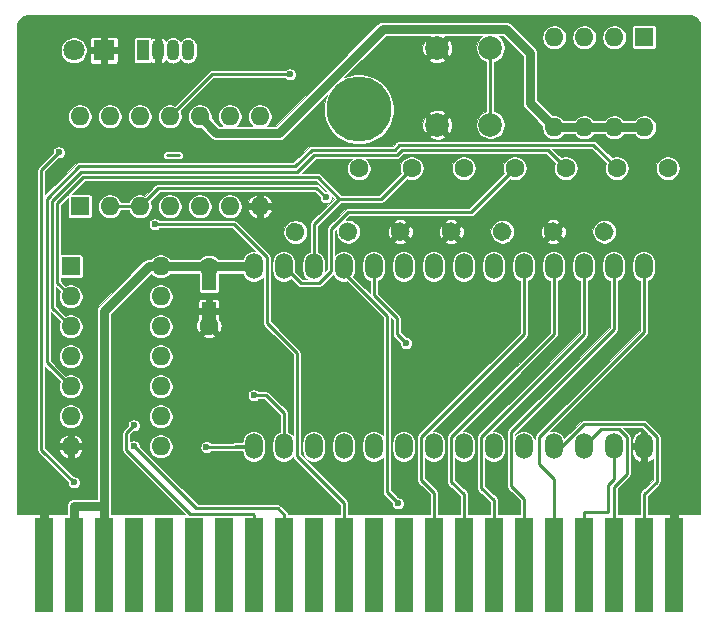
<source format=gtl>
G04 #@! TF.GenerationSoftware,KiCad,Pcbnew,(5.1.6)-1*
G04 #@! TF.CreationDate,2021-12-16T19:19:51-05:00*
G04 #@! TF.ProjectId,OpenC64Cart,4f70656e-4336-4344-9361-72742e6b6963,2*
G04 #@! TF.SameCoordinates,Original*
G04 #@! TF.FileFunction,Copper,L1,Top*
G04 #@! TF.FilePolarity,Positive*
%FSLAX46Y46*%
G04 Gerber Fmt 4.6, Leading zero omitted, Abs format (unit mm)*
G04 Created by KiCad (PCBNEW (5.1.6)-1) date 2021-12-16 19:19:51*
%MOMM*%
%LPD*%
G01*
G04 APERTURE LIST*
G04 #@! TA.AperFunction,ComponentPad*
%ADD10O,1.600000X1.600000*%
G04 #@! TD*
G04 #@! TA.AperFunction,ComponentPad*
%ADD11R,1.600000X1.600000*%
G04 #@! TD*
G04 #@! TA.AperFunction,ComponentPad*
%ADD12C,1.600000*%
G04 #@! TD*
G04 #@! TA.AperFunction,ComponentPad*
%ADD13R,1.800000X1.800000*%
G04 #@! TD*
G04 #@! TA.AperFunction,ComponentPad*
%ADD14C,1.800000*%
G04 #@! TD*
G04 #@! TA.AperFunction,ComponentPad*
%ADD15O,1.070000X1.800000*%
G04 #@! TD*
G04 #@! TA.AperFunction,ComponentPad*
%ADD16R,1.070000X1.800000*%
G04 #@! TD*
G04 #@! TA.AperFunction,ComponentPad*
%ADD17C,5.500000*%
G04 #@! TD*
G04 #@! TA.AperFunction,ComponentPad*
%ADD18O,1.501140X2.199640*%
G04 #@! TD*
G04 #@! TA.AperFunction,SMDPad,CuDef*
%ADD19R,1.250000X1.500000*%
G04 #@! TD*
G04 #@! TA.AperFunction,ComponentPad*
%ADD20C,1.998980*%
G04 #@! TD*
G04 #@! TA.AperFunction,SMDPad,CuDef*
%ADD21R,1.524000X8.000000*%
G04 #@! TD*
G04 #@! TA.AperFunction,ViaPad*
%ADD22C,0.800000*%
G04 #@! TD*
G04 #@! TA.AperFunction,ViaPad*
%ADD23C,0.600000*%
G04 #@! TD*
G04 #@! TA.AperFunction,Conductor*
%ADD24C,0.250000*%
G04 #@! TD*
G04 #@! TA.AperFunction,Conductor*
%ADD25C,0.800000*%
G04 #@! TD*
G04 #@! TA.AperFunction,Conductor*
%ADD26C,0.025400*%
G04 #@! TD*
G04 APERTURE END LIST*
D10*
X65278000Y-87630000D03*
X80518000Y-95250000D03*
X67818000Y-87630000D03*
X77978000Y-95250000D03*
X70358000Y-87630000D03*
X75438000Y-95250000D03*
X72898000Y-87630000D03*
X72898000Y-95250000D03*
X75438000Y-87630000D03*
X70358000Y-95250000D03*
X77978000Y-87630000D03*
X67818000Y-95250000D03*
X80518000Y-87630000D03*
D11*
X65278000Y-95250000D03*
D10*
X113048000Y-88546000D03*
X105428000Y-80926000D03*
X110508000Y-88546000D03*
X107968000Y-80926000D03*
X107968000Y-88546000D03*
X110508000Y-80926000D03*
X105428000Y-88546000D03*
D11*
X113048000Y-80926000D03*
D12*
X88900000Y-92039200D03*
G04 #@! TA.AperFunction,ComponentPad*
G36*
G01*
X84077531Y-96861669D02*
X84077531Y-96861669D01*
G75*
G02*
X84077531Y-97993039I-565685J-565685D01*
G01*
X84077531Y-97993039D01*
G75*
G02*
X82946161Y-97993039I-565685J565685D01*
G01*
X82946161Y-97993039D01*
G75*
G02*
X82946161Y-96861669I565685J565685D01*
G01*
X82946161Y-96861669D01*
G75*
G02*
X84077531Y-96861669I565685J-565685D01*
G01*
G37*
G04 #@! TD.AperFunction*
D13*
X67310000Y-82042000D03*
D14*
X64770000Y-82042000D03*
D15*
X74422000Y-82042000D03*
X73152000Y-82042000D03*
X71882000Y-82042000D03*
D16*
X70612000Y-82042000D03*
D12*
X115062000Y-92018328D03*
G04 #@! TA.AperFunction,ComponentPad*
G36*
G01*
X110239531Y-96840797D02*
X110239531Y-96840797D01*
G75*
G02*
X110239531Y-97972167I-565685J-565685D01*
G01*
X110239531Y-97972167D01*
G75*
G02*
X109108161Y-97972167I-565685J565685D01*
G01*
X109108161Y-97972167D01*
G75*
G02*
X109108161Y-96840797I565685J565685D01*
G01*
X109108161Y-96840797D01*
G75*
G02*
X110239531Y-96840797I565685J-565685D01*
G01*
G37*
G04 #@! TD.AperFunction*
X106426000Y-92018328D03*
G04 #@! TA.AperFunction,ComponentPad*
G36*
G01*
X101603531Y-96840797D02*
X101603531Y-96840797D01*
G75*
G02*
X101603531Y-97972167I-565685J-565685D01*
G01*
X101603531Y-97972167D01*
G75*
G02*
X100472161Y-97972167I-565685J565685D01*
G01*
X100472161Y-97972167D01*
G75*
G02*
X100472161Y-96840797I565685J565685D01*
G01*
X100472161Y-96840797D01*
G75*
G02*
X101603531Y-96840797I565685J-565685D01*
G01*
G37*
G04 #@! TD.AperFunction*
X93373152Y-92018328D03*
G04 #@! TA.AperFunction,ComponentPad*
G36*
G01*
X88550683Y-96840797D02*
X88550683Y-96840797D01*
G75*
G02*
X88550683Y-97972167I-565685J-565685D01*
G01*
X88550683Y-97972167D01*
G75*
G02*
X87419313Y-97972167I-565685J565685D01*
G01*
X87419313Y-97972167D01*
G75*
G02*
X87419313Y-96840797I565685J565685D01*
G01*
X87419313Y-96840797D01*
G75*
G02*
X88550683Y-96840797I565685J-565685D01*
G01*
G37*
G04 #@! TD.AperFunction*
D17*
X88900000Y-87040000D03*
D11*
X64500000Y-100330000D03*
D10*
X72120000Y-115570000D03*
X64500000Y-102870000D03*
X72120000Y-113030000D03*
X64500000Y-105410000D03*
X72120000Y-110490000D03*
X64500000Y-107950000D03*
X72120000Y-107950000D03*
X64500000Y-110490000D03*
X72120000Y-105410000D03*
X64500000Y-113030000D03*
X72120000Y-102870000D03*
X64500000Y-115570000D03*
X72120000Y-100330000D03*
G04 #@! TA.AperFunction,ComponentPad*
G36*
G01*
X92967531Y-96840797D02*
X92967531Y-96840797D01*
G75*
G02*
X92967531Y-97972167I-565685J-565685D01*
G01*
X92967531Y-97972167D01*
G75*
G02*
X91836161Y-97972167I-565685J565685D01*
G01*
X91836161Y-97972167D01*
G75*
G02*
X91836161Y-96840797I565685J565685D01*
G01*
X91836161Y-96840797D01*
G75*
G02*
X92967531Y-96840797I565685J-565685D01*
G01*
G37*
G04 #@! TD.AperFunction*
D12*
X97790000Y-92018328D03*
G04 #@! TA.AperFunction,ComponentPad*
G36*
G01*
X97285531Y-96840797D02*
X97285531Y-96840797D01*
G75*
G02*
X97285531Y-97972167I-565685J-565685D01*
G01*
X97285531Y-97972167D01*
G75*
G02*
X96154161Y-97972167I-565685J565685D01*
G01*
X96154161Y-97972167D01*
G75*
G02*
X96154161Y-96840797I565685J565685D01*
G01*
X96154161Y-96840797D01*
G75*
G02*
X97285531Y-96840797I565685J-565685D01*
G01*
G37*
G04 #@! TD.AperFunction*
X102108000Y-92018328D03*
G04 #@! TA.AperFunction,ComponentPad*
G36*
G01*
X105921531Y-96840797D02*
X105921531Y-96840797D01*
G75*
G02*
X105921531Y-97972167I-565685J-565685D01*
G01*
X105921531Y-97972167D01*
G75*
G02*
X104790161Y-97972167I-565685J565685D01*
G01*
X104790161Y-97972167D01*
G75*
G02*
X104790161Y-96840797I565685J565685D01*
G01*
X104790161Y-96840797D01*
G75*
G02*
X105921531Y-96840797I565685J-565685D01*
G01*
G37*
G04 #@! TD.AperFunction*
X110744000Y-92018328D03*
D18*
X80010000Y-115570000D03*
X82550000Y-115570000D03*
X85090000Y-115570000D03*
X87630000Y-115570000D03*
X90170000Y-115570000D03*
X92710000Y-115570000D03*
X95250000Y-115570000D03*
X97790000Y-115570000D03*
X100330000Y-115570000D03*
X102870000Y-115570000D03*
X105410000Y-115570000D03*
X107950000Y-115570000D03*
X110490000Y-115570000D03*
X113030000Y-115570000D03*
X113030000Y-100330000D03*
X110490000Y-100330000D03*
X107950000Y-100330000D03*
X105410000Y-100330000D03*
X102870000Y-100330000D03*
X100330000Y-100330000D03*
X97790000Y-100330000D03*
X95250000Y-100330000D03*
X92710000Y-100330000D03*
X90170000Y-100330000D03*
X87630000Y-100330000D03*
X85090000Y-100330000D03*
X82550000Y-100330000D03*
X80010000Y-100330000D03*
D19*
X76200000Y-104100000D03*
X76200000Y-101600000D03*
D12*
X76200000Y-105350000D03*
X76200000Y-100350000D03*
D20*
X95539560Y-81838800D03*
X95539560Y-88341200D03*
X100040440Y-81838800D03*
X100040440Y-88341200D03*
D21*
X115570000Y-125601726D03*
X113030000Y-125601726D03*
X110490000Y-125601726D03*
X107950000Y-125601726D03*
X105410000Y-125601726D03*
X102870000Y-125601726D03*
X100330000Y-125601726D03*
X97790000Y-125601726D03*
X67310000Y-125601726D03*
X64770000Y-125601726D03*
X90170000Y-125601726D03*
X95250000Y-125601726D03*
X92710000Y-125601726D03*
X87630000Y-125601726D03*
X85090000Y-125601726D03*
X82550000Y-125601726D03*
X80010000Y-125601726D03*
X77470000Y-125601726D03*
X74930000Y-125601726D03*
X72390000Y-125601726D03*
X69850000Y-125601726D03*
X62230000Y-125601726D03*
D22*
X87630000Y-106553000D03*
X116840000Y-80645000D03*
X116840000Y-86995000D03*
X116840000Y-93345000D03*
X60960000Y-80645000D03*
X60960000Y-86995000D03*
X60960000Y-93345000D03*
X116840000Y-99695000D03*
X116840000Y-106045000D03*
X116840000Y-112395000D03*
X116840000Y-118745000D03*
X60960000Y-99695000D03*
X60960000Y-106045000D03*
X60960000Y-112395000D03*
X60960000Y-118745000D03*
D23*
X80010000Y-111252000D03*
X92202000Y-120396000D03*
X92890000Y-106840000D03*
X75990000Y-115640000D03*
X83058000Y-84074000D03*
X64770000Y-118618000D03*
X63500000Y-90678000D03*
X71628000Y-96774000D03*
X69850000Y-115570000D03*
X69850000Y-113792000D03*
X86106000Y-94488000D03*
D24*
X72644000Y-90932000D02*
X73682040Y-90932000D01*
D25*
X116840000Y-93345000D02*
X116840000Y-86995000D01*
X60960000Y-86995000D02*
X60960000Y-80645000D01*
X60960000Y-99695000D02*
X60960000Y-93345000D01*
X116840000Y-106680000D02*
X116840000Y-106045000D01*
X116840000Y-112395000D02*
X116840000Y-106680000D01*
X115570000Y-120801726D02*
X115570000Y-120015000D01*
X116840000Y-118745000D02*
X115570000Y-120015000D01*
X115570000Y-125601726D02*
X115570000Y-120801726D01*
X60960000Y-112395000D02*
X60960000Y-106045000D01*
X62230000Y-120015000D02*
X60960000Y-118745000D01*
X62230000Y-125601726D02*
X62230000Y-120015000D01*
X76200000Y-105350000D02*
X76200000Y-104100000D01*
X64770000Y-125601726D02*
X64770000Y-120650000D01*
X64770000Y-120650000D02*
X67310000Y-120650000D01*
X67310000Y-120650000D02*
X67310000Y-125601726D01*
X80010000Y-100330000D02*
X76220000Y-100330000D01*
X76200000Y-101600000D02*
X76200000Y-100350000D01*
X71120000Y-100330000D02*
X76180000Y-100330000D01*
X67310000Y-120650000D02*
X67310000Y-104140000D01*
X67310000Y-104140000D02*
X71120000Y-100330000D01*
X82116617Y-89030001D02*
X90907309Y-80239309D01*
X76838001Y-89030001D02*
X82116617Y-89030001D01*
X75438000Y-87630000D02*
X76838001Y-89030001D01*
X113048000Y-88546000D02*
X110508000Y-88546000D01*
X110508000Y-88546000D02*
X107968000Y-88546000D01*
X107968000Y-88546000D02*
X105428000Y-88546000D01*
X105428000Y-88546000D02*
X103378000Y-86496000D01*
X103378000Y-82296000D02*
X101321309Y-80239309D01*
X103378000Y-86496000D02*
X103378000Y-82296000D01*
X90907309Y-80239309D02*
X101321309Y-80239309D01*
D24*
X105410000Y-115570000D02*
X105410000Y-116239651D01*
X113025509Y-113695160D02*
X114105580Y-114775231D01*
X107954491Y-113695160D02*
X113025509Y-113695160D01*
X106079651Y-115570000D02*
X107954491Y-113695160D01*
X105410000Y-115570000D02*
X106079651Y-115570000D01*
X113030000Y-119634000D02*
X114105580Y-118558420D01*
X113030000Y-125601726D02*
X113030000Y-119634000D01*
X114105580Y-114775231D02*
X114105580Y-118558420D01*
X110935519Y-114145170D02*
X111565580Y-114775231D01*
X109374830Y-114145170D02*
X110935519Y-114145170D01*
X107950000Y-115570000D02*
X109374830Y-114145170D01*
X110490000Y-118991160D02*
X111565580Y-117915580D01*
X110490000Y-125601726D02*
X110490000Y-118991160D01*
X111565580Y-114775231D02*
X111565580Y-117915580D01*
X109982000Y-118862750D02*
X110490000Y-118354750D01*
X110490000Y-118354750D02*
X110490000Y-115570000D01*
X109982000Y-121158000D02*
X109982000Y-118862750D01*
X107950000Y-125601726D02*
X107950000Y-121158000D01*
X107950000Y-121158000D02*
X109982000Y-121158000D01*
X105410000Y-118364000D02*
X105410000Y-125601726D01*
X104140000Y-114808000D02*
X104140000Y-117094000D01*
X113030000Y-105918000D02*
X104140000Y-114808000D01*
X104140000Y-117094000D02*
X105410000Y-118364000D01*
X113030000Y-100330000D02*
X113030000Y-105918000D01*
X110490000Y-105664000D02*
X110490000Y-100330000D01*
X101794420Y-114359580D02*
X110490000Y-105664000D01*
X101794420Y-118931580D02*
X101794420Y-114359580D01*
X102870000Y-120007160D02*
X101794420Y-118931580D01*
X102870000Y-125601726D02*
X102870000Y-120007160D01*
X107950000Y-106079651D02*
X99254420Y-114775231D01*
X107950000Y-100330000D02*
X107950000Y-106079651D01*
X100330000Y-120142000D02*
X99254420Y-119066420D01*
X100330000Y-125601726D02*
X100330000Y-120142000D01*
X99254420Y-114775231D02*
X99254420Y-119066420D01*
X105410000Y-100330000D02*
X105410000Y-106079650D01*
X102369825Y-109119825D02*
X102749651Y-108740000D01*
X105410000Y-106079650D02*
X102369825Y-109119825D01*
X96714420Y-114775231D02*
X102369825Y-109119825D01*
X97790000Y-119634000D02*
X96714420Y-118558420D01*
X96714420Y-118558420D02*
X96714420Y-114775231D01*
X97790000Y-125601726D02*
X97790000Y-119634000D01*
X102870000Y-100330000D02*
X102870000Y-106079652D01*
X100149826Y-108799826D02*
X100309651Y-108640000D01*
X102870000Y-106079652D02*
X100149826Y-108799826D01*
X94174420Y-114775231D02*
X100149826Y-108799826D01*
X95250000Y-119499160D02*
X94174420Y-118423580D01*
X95250000Y-125601726D02*
X95250000Y-119499160D01*
X94174420Y-118423580D02*
X94174420Y-114775231D01*
X82690000Y-115710000D02*
X82550000Y-115570000D01*
X80010000Y-111252000D02*
X81026000Y-111252000D01*
X82550000Y-112776000D02*
X82550000Y-115570000D01*
X81026000Y-111252000D02*
X82550000Y-112776000D01*
X87630000Y-100330000D02*
X87630000Y-100880000D01*
X91245580Y-119395580D02*
X91890000Y-120040000D01*
X87630000Y-100880000D02*
X91245580Y-104495580D01*
X91245580Y-119439580D02*
X92202000Y-120396000D01*
X91245580Y-119185580D02*
X91245580Y-119439580D01*
X91245580Y-104495580D02*
X91245580Y-119185580D01*
X91245580Y-119185580D02*
X91245580Y-119395580D01*
X90170000Y-102783590D02*
X92090000Y-104703590D01*
X90170000Y-100330000D02*
X90170000Y-102783590D01*
X92090000Y-104703590D02*
X92090000Y-106040000D01*
X92090000Y-106040000D02*
X92890000Y-106840000D01*
X100040440Y-81838800D02*
X100040440Y-88341200D01*
X93373152Y-92554848D02*
X93373152Y-92018328D01*
X85090000Y-100330000D02*
X85090000Y-98636478D01*
X85090000Y-96774000D02*
X87249000Y-94615000D01*
X85090000Y-100330000D02*
X85090000Y-96774000D01*
X90776480Y-94615000D02*
X93373152Y-92018328D01*
X87249000Y-94615000D02*
X90776480Y-94615000D01*
X85401990Y-92767990D02*
X87249000Y-94615000D01*
X65575008Y-92767990D02*
X85401990Y-92767990D01*
X63374999Y-101744999D02*
X63374999Y-94967999D01*
X64500000Y-102870000D02*
X63374999Y-101744999D01*
X63374999Y-94967999D02*
X64820499Y-93522499D01*
X64152999Y-94189999D02*
X64820499Y-93522499D01*
X64820499Y-93522499D02*
X65575008Y-92767990D01*
X102108000Y-92018328D02*
X102108000Y-92560658D01*
X83974830Y-101754830D02*
X82550000Y-100330000D01*
X85535519Y-101754830D02*
X83974830Y-101754830D01*
X87968478Y-95758000D02*
X86554420Y-97172058D01*
X86554420Y-97172058D02*
X86554420Y-100735929D01*
X98368328Y-95758000D02*
X87968478Y-95758000D01*
X86554420Y-100735929D02*
X85535519Y-101754830D01*
X102108000Y-92018328D02*
X98368328Y-95758000D01*
X104895877Y-90488205D02*
X106426000Y-92018328D01*
X92520205Y-90488205D02*
X104895877Y-90488205D01*
X92115083Y-90893327D02*
X92520205Y-90488205D01*
X85106633Y-90893327D02*
X92115083Y-90893327D01*
X65388608Y-92317980D02*
X83681980Y-92317980D01*
X64500000Y-105410000D02*
X62924989Y-103834989D01*
X62924989Y-103834989D02*
X62924990Y-94781598D01*
X62924990Y-94781598D02*
X65388608Y-92317980D01*
X83681980Y-92317980D02*
X85106633Y-90893327D01*
X79940000Y-115640000D02*
X80010000Y-115570000D01*
X75990000Y-115640000D02*
X79940000Y-115640000D01*
X78394998Y-115570000D02*
X80010000Y-115570000D01*
X108763867Y-90038195D02*
X110744000Y-92018328D01*
X91928682Y-90443318D02*
X92333805Y-90038195D01*
X84920232Y-90443318D02*
X91928682Y-90443318D01*
X83495580Y-91867970D02*
X84920232Y-90443318D01*
X65202208Y-91867970D02*
X83495580Y-91867970D01*
X62474981Y-94595197D02*
X65202208Y-91867970D01*
X92333805Y-90038195D02*
X108763867Y-90038195D01*
X62474981Y-108464981D02*
X62474981Y-94595197D01*
X64500000Y-110490000D02*
X62474981Y-108464981D01*
X76454000Y-84074000D02*
X72898000Y-87630000D01*
X83058000Y-84074000D02*
X76454000Y-84074000D01*
X62024972Y-115872972D02*
X62024972Y-92153028D01*
X64770000Y-118618000D02*
X62024972Y-115872972D01*
X62024972Y-92153028D02*
X63500000Y-90678000D01*
X63500000Y-90678000D02*
X63500000Y-90678000D01*
X87630000Y-120369189D02*
X87630000Y-125601726D01*
X83625580Y-107636420D02*
X83625580Y-116364769D01*
X83625580Y-116364769D02*
X87630000Y-120369189D01*
X81085580Y-99535231D02*
X78324349Y-96774000D01*
X78324349Y-96774000D02*
X71628000Y-96774000D01*
X81085580Y-105096420D02*
X81085580Y-99535231D01*
X83625580Y-107636420D02*
X81085580Y-105096420D01*
X75106715Y-120826715D02*
X69850000Y-115570000D01*
X82550000Y-125601726D02*
X82550000Y-121351726D01*
X82024989Y-120826715D02*
X75106715Y-120826715D01*
X82550000Y-121351726D02*
X82024989Y-120826715D01*
X80090000Y-125521726D02*
X80010000Y-125601726D01*
X69224999Y-114417001D02*
X69850000Y-113792000D01*
X69224999Y-115870001D02*
X69224999Y-114417001D01*
X80010000Y-125601726D02*
X80010000Y-121351726D01*
X80010000Y-121351726D02*
X79934999Y-121276725D01*
X79934999Y-121276725D02*
X74631723Y-121276725D01*
X74631723Y-121276725D02*
X69224999Y-115870001D01*
X95250000Y-100330000D02*
X94580349Y-100330000D01*
X67818000Y-95250000D02*
X70358000Y-95250000D01*
X85292989Y-93674989D02*
X86106000Y-94488000D01*
X71933011Y-93674989D02*
X85292989Y-93674989D01*
X70358000Y-95250000D02*
X71933011Y-93674989D01*
D26*
G36*
X75361271Y-102350000D02*
G01*
X75365378Y-102391696D01*
X75377540Y-102431791D01*
X75397291Y-102468741D01*
X75423871Y-102501129D01*
X75456259Y-102527709D01*
X75493209Y-102547460D01*
X75533304Y-102559622D01*
X75575000Y-102563729D01*
X76825000Y-102563729D01*
X76866696Y-102559622D01*
X76906791Y-102547460D01*
X76943741Y-102527709D01*
X76976129Y-102501129D01*
X77002709Y-102468741D01*
X77022460Y-102431791D01*
X77034622Y-102391696D01*
X77038729Y-102350000D01*
X77038729Y-100942700D01*
X79083304Y-100942700D01*
X79115750Y-101049661D01*
X79205197Y-101217003D01*
X79325571Y-101363680D01*
X79472248Y-101484054D01*
X79639590Y-101573501D01*
X79821167Y-101628581D01*
X80010000Y-101647180D01*
X80198834Y-101628581D01*
X80380411Y-101573501D01*
X80547753Y-101484054D01*
X80694430Y-101363680D01*
X80747881Y-101298550D01*
X80747880Y-105079842D01*
X80746247Y-105096420D01*
X80747880Y-105112998D01*
X80747880Y-105113000D01*
X80752767Y-105162620D01*
X80772077Y-105226276D01*
X80772078Y-105226277D01*
X80803435Y-105284943D01*
X80824211Y-105310258D01*
X80845635Y-105336364D01*
X80858517Y-105346936D01*
X83287880Y-107776300D01*
X83287881Y-114601450D01*
X83234430Y-114536320D01*
X83087753Y-114415946D01*
X82920410Y-114326499D01*
X82887700Y-114316577D01*
X82887700Y-112792577D01*
X82889333Y-112775999D01*
X82885256Y-112734606D01*
X82882813Y-112709799D01*
X82863503Y-112646143D01*
X82832146Y-112587478D01*
X82832145Y-112587476D01*
X82800514Y-112548934D01*
X82800511Y-112548931D01*
X82789944Y-112536055D01*
X82777069Y-112525489D01*
X81276520Y-111024941D01*
X81265945Y-111012055D01*
X81214523Y-110969855D01*
X81155857Y-110938497D01*
X81092201Y-110919187D01*
X81042581Y-110914300D01*
X81042578Y-110914300D01*
X81026000Y-110912667D01*
X81009422Y-110914300D01*
X80397367Y-110914300D01*
X80336827Y-110853760D01*
X80252855Y-110797651D01*
X80159549Y-110759003D01*
X80060497Y-110739300D01*
X79959503Y-110739300D01*
X79860451Y-110759003D01*
X79767145Y-110797651D01*
X79683173Y-110853760D01*
X79611760Y-110925173D01*
X79555651Y-111009145D01*
X79517003Y-111102451D01*
X79497300Y-111201503D01*
X79497300Y-111302497D01*
X79517003Y-111401549D01*
X79555651Y-111494855D01*
X79611760Y-111578827D01*
X79683173Y-111650240D01*
X79767145Y-111706349D01*
X79860451Y-111744997D01*
X79959503Y-111764700D01*
X80060497Y-111764700D01*
X80159549Y-111744997D01*
X80252855Y-111706349D01*
X80336827Y-111650240D01*
X80397367Y-111589700D01*
X80886121Y-111589700D01*
X82212300Y-112915880D01*
X82212301Y-114316576D01*
X82179589Y-114326499D01*
X82012247Y-114415946D01*
X81865570Y-114536320D01*
X81745196Y-114682997D01*
X81655749Y-114850340D01*
X81600669Y-115031917D01*
X81586730Y-115173438D01*
X81586730Y-115966563D01*
X81600669Y-116108084D01*
X81655750Y-116289661D01*
X81745197Y-116457003D01*
X81865571Y-116603680D01*
X82012248Y-116724054D01*
X82179590Y-116813501D01*
X82361167Y-116868581D01*
X82550000Y-116887180D01*
X82738834Y-116868581D01*
X82920411Y-116813501D01*
X83087753Y-116724054D01*
X83234430Y-116603680D01*
X83316752Y-116503370D01*
X83343435Y-116553292D01*
X83364520Y-116578984D01*
X83385636Y-116604714D01*
X83398517Y-116615285D01*
X87292300Y-120509069D01*
X87292300Y-121272300D01*
X82878801Y-121272300D01*
X82867997Y-121236684D01*
X82863503Y-121221868D01*
X82832145Y-121163203D01*
X82827875Y-121158000D01*
X82789945Y-121111781D01*
X82777064Y-121101210D01*
X82275509Y-120599656D01*
X82264934Y-120586770D01*
X82213512Y-120544570D01*
X82154846Y-120513212D01*
X82091190Y-120493902D01*
X82041570Y-120489015D01*
X82041567Y-120489015D01*
X82024989Y-120487382D01*
X82008411Y-120489015D01*
X75246595Y-120489015D01*
X70362700Y-115605121D01*
X70362700Y-115519503D01*
X70352905Y-115470258D01*
X71107300Y-115470258D01*
X71107300Y-115669742D01*
X71146218Y-115865394D01*
X71222557Y-116049693D01*
X71333385Y-116215559D01*
X71474441Y-116356615D01*
X71640307Y-116467443D01*
X71824606Y-116543782D01*
X72020258Y-116582700D01*
X72219742Y-116582700D01*
X72415394Y-116543782D01*
X72599693Y-116467443D01*
X72765559Y-116356615D01*
X72906615Y-116215559D01*
X73017443Y-116049693D01*
X73093782Y-115865394D01*
X73132700Y-115669742D01*
X73132700Y-115589503D01*
X75477300Y-115589503D01*
X75477300Y-115690497D01*
X75497003Y-115789549D01*
X75535651Y-115882855D01*
X75591760Y-115966827D01*
X75663173Y-116038240D01*
X75747145Y-116094349D01*
X75840451Y-116132997D01*
X75939503Y-116152700D01*
X76040497Y-116152700D01*
X76139549Y-116132997D01*
X76232855Y-116094349D01*
X76316827Y-116038240D01*
X76377367Y-115977700D01*
X79047827Y-115977700D01*
X79060669Y-116108084D01*
X79115750Y-116289661D01*
X79205197Y-116457003D01*
X79325571Y-116603680D01*
X79472248Y-116724054D01*
X79639590Y-116813501D01*
X79821167Y-116868581D01*
X80010000Y-116887180D01*
X80198834Y-116868581D01*
X80380411Y-116813501D01*
X80547753Y-116724054D01*
X80694430Y-116603680D01*
X80814804Y-116457003D01*
X80904251Y-116289661D01*
X80959331Y-116108084D01*
X80973270Y-115966562D01*
X80973270Y-115173437D01*
X80959331Y-115031916D01*
X80904251Y-114850339D01*
X80814804Y-114682997D01*
X80694430Y-114536320D01*
X80547753Y-114415946D01*
X80380410Y-114326499D01*
X80198833Y-114271419D01*
X80010000Y-114252820D01*
X79821166Y-114271419D01*
X79639589Y-114326499D01*
X79472247Y-114415946D01*
X79325570Y-114536320D01*
X79205196Y-114682997D01*
X79115749Y-114850340D01*
X79060669Y-115031917D01*
X79046730Y-115173438D01*
X79046730Y-115232300D01*
X78378417Y-115232300D01*
X78328797Y-115237187D01*
X78265141Y-115256497D01*
X78206475Y-115287855D01*
X78188873Y-115302300D01*
X76377367Y-115302300D01*
X76316827Y-115241760D01*
X76232855Y-115185651D01*
X76139549Y-115147003D01*
X76040497Y-115127300D01*
X75939503Y-115127300D01*
X75840451Y-115147003D01*
X75747145Y-115185651D01*
X75663173Y-115241760D01*
X75591760Y-115313173D01*
X75535651Y-115397145D01*
X75497003Y-115490451D01*
X75477300Y-115589503D01*
X73132700Y-115589503D01*
X73132700Y-115470258D01*
X73093782Y-115274606D01*
X73017443Y-115090307D01*
X72906615Y-114924441D01*
X72765559Y-114783385D01*
X72599693Y-114672557D01*
X72415394Y-114596218D01*
X72219742Y-114557300D01*
X72020258Y-114557300D01*
X71824606Y-114596218D01*
X71640307Y-114672557D01*
X71474441Y-114783385D01*
X71333385Y-114924441D01*
X71222557Y-115090307D01*
X71146218Y-115274606D01*
X71107300Y-115470258D01*
X70352905Y-115470258D01*
X70342997Y-115420451D01*
X70304349Y-115327145D01*
X70248240Y-115243173D01*
X70176827Y-115171760D01*
X70092855Y-115115651D01*
X69999549Y-115077003D01*
X69900497Y-115057300D01*
X69799503Y-115057300D01*
X69700451Y-115077003D01*
X69607145Y-115115651D01*
X69562699Y-115145349D01*
X69562699Y-114556880D01*
X69814880Y-114304700D01*
X69900497Y-114304700D01*
X69999549Y-114284997D01*
X70092855Y-114246349D01*
X70176827Y-114190240D01*
X70248240Y-114118827D01*
X70304349Y-114034855D01*
X70342997Y-113941549D01*
X70362700Y-113842497D01*
X70362700Y-113741503D01*
X70342997Y-113642451D01*
X70304349Y-113549145D01*
X70248240Y-113465173D01*
X70176827Y-113393760D01*
X70092855Y-113337651D01*
X69999549Y-113299003D01*
X69900497Y-113279300D01*
X69799503Y-113279300D01*
X69700451Y-113299003D01*
X69607145Y-113337651D01*
X69523173Y-113393760D01*
X69451760Y-113465173D01*
X69395651Y-113549145D01*
X69357003Y-113642451D01*
X69337300Y-113741503D01*
X69337300Y-113827120D01*
X68997935Y-114166486D01*
X68985055Y-114177056D01*
X68971449Y-114193636D01*
X68942854Y-114228478D01*
X68919902Y-114271419D01*
X68911497Y-114287144D01*
X68894554Y-114342999D01*
X68892187Y-114350801D01*
X68885666Y-114417001D01*
X68887300Y-114433589D01*
X68887299Y-115853423D01*
X68885666Y-115870001D01*
X68887299Y-115886579D01*
X68887299Y-115886581D01*
X68892186Y-115936201D01*
X68911496Y-115999857D01*
X68911497Y-115999858D01*
X68942854Y-116058524D01*
X68962633Y-116082624D01*
X68985054Y-116109945D01*
X68997936Y-116120517D01*
X74149718Y-121272300D01*
X67922700Y-121272300D01*
X67922700Y-120680092D01*
X67925664Y-120650000D01*
X67922700Y-120619907D01*
X67922700Y-112930258D01*
X71107300Y-112930258D01*
X71107300Y-113129742D01*
X71146218Y-113325394D01*
X71222557Y-113509693D01*
X71333385Y-113675559D01*
X71474441Y-113816615D01*
X71640307Y-113927443D01*
X71824606Y-114003782D01*
X72020258Y-114042700D01*
X72219742Y-114042700D01*
X72415394Y-114003782D01*
X72599693Y-113927443D01*
X72765559Y-113816615D01*
X72906615Y-113675559D01*
X73017443Y-113509693D01*
X73093782Y-113325394D01*
X73132700Y-113129742D01*
X73132700Y-112930258D01*
X73093782Y-112734606D01*
X73017443Y-112550307D01*
X72906615Y-112384441D01*
X72765559Y-112243385D01*
X72599693Y-112132557D01*
X72415394Y-112056218D01*
X72219742Y-112017300D01*
X72020258Y-112017300D01*
X71824606Y-112056218D01*
X71640307Y-112132557D01*
X71474441Y-112243385D01*
X71333385Y-112384441D01*
X71222557Y-112550307D01*
X71146218Y-112734606D01*
X71107300Y-112930258D01*
X67922700Y-112930258D01*
X67922700Y-110390258D01*
X71107300Y-110390258D01*
X71107300Y-110589742D01*
X71146218Y-110785394D01*
X71222557Y-110969693D01*
X71333385Y-111135559D01*
X71474441Y-111276615D01*
X71640307Y-111387443D01*
X71824606Y-111463782D01*
X72020258Y-111502700D01*
X72219742Y-111502700D01*
X72415394Y-111463782D01*
X72599693Y-111387443D01*
X72765559Y-111276615D01*
X72906615Y-111135559D01*
X73017443Y-110969693D01*
X73093782Y-110785394D01*
X73132700Y-110589742D01*
X73132700Y-110390258D01*
X73093782Y-110194606D01*
X73017443Y-110010307D01*
X72906615Y-109844441D01*
X72765559Y-109703385D01*
X72599693Y-109592557D01*
X72415394Y-109516218D01*
X72219742Y-109477300D01*
X72020258Y-109477300D01*
X71824606Y-109516218D01*
X71640307Y-109592557D01*
X71474441Y-109703385D01*
X71333385Y-109844441D01*
X71222557Y-110010307D01*
X71146218Y-110194606D01*
X71107300Y-110390258D01*
X67922700Y-110390258D01*
X67922700Y-107850258D01*
X71107300Y-107850258D01*
X71107300Y-108049742D01*
X71146218Y-108245394D01*
X71222557Y-108429693D01*
X71333385Y-108595559D01*
X71474441Y-108736615D01*
X71640307Y-108847443D01*
X71824606Y-108923782D01*
X72020258Y-108962700D01*
X72219742Y-108962700D01*
X72415394Y-108923782D01*
X72599693Y-108847443D01*
X72765559Y-108736615D01*
X72906615Y-108595559D01*
X73017443Y-108429693D01*
X73093782Y-108245394D01*
X73132700Y-108049742D01*
X73132700Y-107850258D01*
X73093782Y-107654606D01*
X73017443Y-107470307D01*
X72906615Y-107304441D01*
X72765559Y-107163385D01*
X72599693Y-107052557D01*
X72415394Y-106976218D01*
X72219742Y-106937300D01*
X72020258Y-106937300D01*
X71824606Y-106976218D01*
X71640307Y-107052557D01*
X71474441Y-107163385D01*
X71333385Y-107304441D01*
X71222557Y-107470307D01*
X71146218Y-107654606D01*
X71107300Y-107850258D01*
X67922700Y-107850258D01*
X67922700Y-105310258D01*
X71107300Y-105310258D01*
X71107300Y-105509742D01*
X71146218Y-105705394D01*
X71222557Y-105889693D01*
X71333385Y-106055559D01*
X71474441Y-106196615D01*
X71640307Y-106307443D01*
X71824606Y-106383782D01*
X72020258Y-106422700D01*
X72219742Y-106422700D01*
X72415394Y-106383782D01*
X72599693Y-106307443D01*
X72744606Y-106210615D01*
X75680634Y-106210615D01*
X75781364Y-106336727D01*
X75981908Y-106399440D01*
X76190834Y-106421823D01*
X76400113Y-106403016D01*
X76601701Y-106343743D01*
X76618636Y-106336727D01*
X76719366Y-106210615D01*
X76200000Y-105691250D01*
X75680634Y-106210615D01*
X72744606Y-106210615D01*
X72765559Y-106196615D01*
X72906615Y-106055559D01*
X73017443Y-105889693D01*
X73093782Y-105705394D01*
X73132700Y-105509742D01*
X73132700Y-105340834D01*
X75128177Y-105340834D01*
X75146984Y-105550113D01*
X75206257Y-105751701D01*
X75213273Y-105768636D01*
X75339385Y-105869366D01*
X75858750Y-105350000D01*
X75844608Y-105335858D01*
X76185858Y-104994608D01*
X76200000Y-105008750D01*
X76214142Y-104994608D01*
X76555392Y-105335858D01*
X76541250Y-105350000D01*
X77060615Y-105869366D01*
X77186727Y-105768636D01*
X77249440Y-105568092D01*
X77271823Y-105359166D01*
X77253016Y-105149887D01*
X77193743Y-104948299D01*
X77186727Y-104931364D01*
X77092397Y-104856020D01*
X77092990Y-104850000D01*
X77092839Y-104798413D01*
X77128503Y-104762749D01*
X77092631Y-104726877D01*
X77091700Y-104407975D01*
X77025025Y-104341300D01*
X76548371Y-104341300D01*
X76418092Y-104300560D01*
X76209166Y-104278177D01*
X75999887Y-104296984D01*
X75849168Y-104341300D01*
X75374975Y-104341300D01*
X75308300Y-104407975D01*
X75307369Y-104726877D01*
X75271497Y-104762749D01*
X75307161Y-104798413D01*
X75307010Y-104850000D01*
X75307603Y-104856020D01*
X75213273Y-104931364D01*
X75150560Y-105131908D01*
X75128177Y-105340834D01*
X73132700Y-105340834D01*
X73132700Y-105310258D01*
X73093782Y-105114606D01*
X73017443Y-104930307D01*
X72906615Y-104764441D01*
X72765559Y-104623385D01*
X72599693Y-104512557D01*
X72415394Y-104436218D01*
X72219742Y-104397300D01*
X72020258Y-104397300D01*
X71824606Y-104436218D01*
X71640307Y-104512557D01*
X71474441Y-104623385D01*
X71333385Y-104764441D01*
X71222557Y-104930307D01*
X71146218Y-105114606D01*
X71107300Y-105310258D01*
X67922700Y-105310258D01*
X67922700Y-104393788D01*
X69546230Y-102770258D01*
X71107300Y-102770258D01*
X71107300Y-102969742D01*
X71146218Y-103165394D01*
X71222557Y-103349693D01*
X71333385Y-103515559D01*
X71474441Y-103656615D01*
X71640307Y-103767443D01*
X71824606Y-103843782D01*
X72020258Y-103882700D01*
X72219742Y-103882700D01*
X72415394Y-103843782D01*
X72599693Y-103767443D01*
X72765559Y-103656615D01*
X72906615Y-103515559D01*
X73017237Y-103350000D01*
X75307010Y-103350000D01*
X75308300Y-103792025D01*
X75374975Y-103858700D01*
X75958700Y-103858700D01*
X75958700Y-103149975D01*
X76441300Y-103149975D01*
X76441300Y-103858700D01*
X77025025Y-103858700D01*
X77091700Y-103792025D01*
X77092990Y-103350000D01*
X77087841Y-103297718D01*
X77072590Y-103247445D01*
X77047826Y-103201113D01*
X77014498Y-103160502D01*
X76973887Y-103127174D01*
X76927555Y-103102410D01*
X76877282Y-103087159D01*
X76825000Y-103082010D01*
X76507975Y-103083300D01*
X76441300Y-103149975D01*
X75958700Y-103149975D01*
X75892025Y-103083300D01*
X75575000Y-103082010D01*
X75522718Y-103087159D01*
X75472445Y-103102410D01*
X75426113Y-103127174D01*
X75385502Y-103160502D01*
X75352174Y-103201113D01*
X75327410Y-103247445D01*
X75312159Y-103297718D01*
X75307010Y-103350000D01*
X73017237Y-103350000D01*
X73017443Y-103349693D01*
X73093782Y-103165394D01*
X73132700Y-102969742D01*
X73132700Y-102770258D01*
X73093782Y-102574606D01*
X73017443Y-102390307D01*
X72906615Y-102224441D01*
X72765559Y-102083385D01*
X72599693Y-101972557D01*
X72415394Y-101896218D01*
X72219742Y-101857300D01*
X72020258Y-101857300D01*
X71824606Y-101896218D01*
X71640307Y-101972557D01*
X71474441Y-102083385D01*
X71333385Y-102224441D01*
X71222557Y-102390307D01*
X71146218Y-102574606D01*
X71107300Y-102770258D01*
X69546230Y-102770258D01*
X71337157Y-100979331D01*
X71474441Y-101116615D01*
X71640307Y-101227443D01*
X71824606Y-101303782D01*
X72020258Y-101342700D01*
X72219742Y-101342700D01*
X72415394Y-101303782D01*
X72599693Y-101227443D01*
X72765559Y-101116615D01*
X72906615Y-100975559D01*
X72928571Y-100942700D01*
X75361271Y-100942700D01*
X75361271Y-102350000D01*
G37*
X75361271Y-102350000D02*
X75365378Y-102391696D01*
X75377540Y-102431791D01*
X75397291Y-102468741D01*
X75423871Y-102501129D01*
X75456259Y-102527709D01*
X75493209Y-102547460D01*
X75533304Y-102559622D01*
X75575000Y-102563729D01*
X76825000Y-102563729D01*
X76866696Y-102559622D01*
X76906791Y-102547460D01*
X76943741Y-102527709D01*
X76976129Y-102501129D01*
X77002709Y-102468741D01*
X77022460Y-102431791D01*
X77034622Y-102391696D01*
X77038729Y-102350000D01*
X77038729Y-100942700D01*
X79083304Y-100942700D01*
X79115750Y-101049661D01*
X79205197Y-101217003D01*
X79325571Y-101363680D01*
X79472248Y-101484054D01*
X79639590Y-101573501D01*
X79821167Y-101628581D01*
X80010000Y-101647180D01*
X80198834Y-101628581D01*
X80380411Y-101573501D01*
X80547753Y-101484054D01*
X80694430Y-101363680D01*
X80747881Y-101298550D01*
X80747880Y-105079842D01*
X80746247Y-105096420D01*
X80747880Y-105112998D01*
X80747880Y-105113000D01*
X80752767Y-105162620D01*
X80772077Y-105226276D01*
X80772078Y-105226277D01*
X80803435Y-105284943D01*
X80824211Y-105310258D01*
X80845635Y-105336364D01*
X80858517Y-105346936D01*
X83287880Y-107776300D01*
X83287881Y-114601450D01*
X83234430Y-114536320D01*
X83087753Y-114415946D01*
X82920410Y-114326499D01*
X82887700Y-114316577D01*
X82887700Y-112792577D01*
X82889333Y-112775999D01*
X82885256Y-112734606D01*
X82882813Y-112709799D01*
X82863503Y-112646143D01*
X82832146Y-112587478D01*
X82832145Y-112587476D01*
X82800514Y-112548934D01*
X82800511Y-112548931D01*
X82789944Y-112536055D01*
X82777069Y-112525489D01*
X81276520Y-111024941D01*
X81265945Y-111012055D01*
X81214523Y-110969855D01*
X81155857Y-110938497D01*
X81092201Y-110919187D01*
X81042581Y-110914300D01*
X81042578Y-110914300D01*
X81026000Y-110912667D01*
X81009422Y-110914300D01*
X80397367Y-110914300D01*
X80336827Y-110853760D01*
X80252855Y-110797651D01*
X80159549Y-110759003D01*
X80060497Y-110739300D01*
X79959503Y-110739300D01*
X79860451Y-110759003D01*
X79767145Y-110797651D01*
X79683173Y-110853760D01*
X79611760Y-110925173D01*
X79555651Y-111009145D01*
X79517003Y-111102451D01*
X79497300Y-111201503D01*
X79497300Y-111302497D01*
X79517003Y-111401549D01*
X79555651Y-111494855D01*
X79611760Y-111578827D01*
X79683173Y-111650240D01*
X79767145Y-111706349D01*
X79860451Y-111744997D01*
X79959503Y-111764700D01*
X80060497Y-111764700D01*
X80159549Y-111744997D01*
X80252855Y-111706349D01*
X80336827Y-111650240D01*
X80397367Y-111589700D01*
X80886121Y-111589700D01*
X82212300Y-112915880D01*
X82212301Y-114316576D01*
X82179589Y-114326499D01*
X82012247Y-114415946D01*
X81865570Y-114536320D01*
X81745196Y-114682997D01*
X81655749Y-114850340D01*
X81600669Y-115031917D01*
X81586730Y-115173438D01*
X81586730Y-115966563D01*
X81600669Y-116108084D01*
X81655750Y-116289661D01*
X81745197Y-116457003D01*
X81865571Y-116603680D01*
X82012248Y-116724054D01*
X82179590Y-116813501D01*
X82361167Y-116868581D01*
X82550000Y-116887180D01*
X82738834Y-116868581D01*
X82920411Y-116813501D01*
X83087753Y-116724054D01*
X83234430Y-116603680D01*
X83316752Y-116503370D01*
X83343435Y-116553292D01*
X83364520Y-116578984D01*
X83385636Y-116604714D01*
X83398517Y-116615285D01*
X87292300Y-120509069D01*
X87292300Y-121272300D01*
X82878801Y-121272300D01*
X82867997Y-121236684D01*
X82863503Y-121221868D01*
X82832145Y-121163203D01*
X82827875Y-121158000D01*
X82789945Y-121111781D01*
X82777064Y-121101210D01*
X82275509Y-120599656D01*
X82264934Y-120586770D01*
X82213512Y-120544570D01*
X82154846Y-120513212D01*
X82091190Y-120493902D01*
X82041570Y-120489015D01*
X82041567Y-120489015D01*
X82024989Y-120487382D01*
X82008411Y-120489015D01*
X75246595Y-120489015D01*
X70362700Y-115605121D01*
X70362700Y-115519503D01*
X70352905Y-115470258D01*
X71107300Y-115470258D01*
X71107300Y-115669742D01*
X71146218Y-115865394D01*
X71222557Y-116049693D01*
X71333385Y-116215559D01*
X71474441Y-116356615D01*
X71640307Y-116467443D01*
X71824606Y-116543782D01*
X72020258Y-116582700D01*
X72219742Y-116582700D01*
X72415394Y-116543782D01*
X72599693Y-116467443D01*
X72765559Y-116356615D01*
X72906615Y-116215559D01*
X73017443Y-116049693D01*
X73093782Y-115865394D01*
X73132700Y-115669742D01*
X73132700Y-115589503D01*
X75477300Y-115589503D01*
X75477300Y-115690497D01*
X75497003Y-115789549D01*
X75535651Y-115882855D01*
X75591760Y-115966827D01*
X75663173Y-116038240D01*
X75747145Y-116094349D01*
X75840451Y-116132997D01*
X75939503Y-116152700D01*
X76040497Y-116152700D01*
X76139549Y-116132997D01*
X76232855Y-116094349D01*
X76316827Y-116038240D01*
X76377367Y-115977700D01*
X79047827Y-115977700D01*
X79060669Y-116108084D01*
X79115750Y-116289661D01*
X79205197Y-116457003D01*
X79325571Y-116603680D01*
X79472248Y-116724054D01*
X79639590Y-116813501D01*
X79821167Y-116868581D01*
X80010000Y-116887180D01*
X80198834Y-116868581D01*
X80380411Y-116813501D01*
X80547753Y-116724054D01*
X80694430Y-116603680D01*
X80814804Y-116457003D01*
X80904251Y-116289661D01*
X80959331Y-116108084D01*
X80973270Y-115966562D01*
X80973270Y-115173437D01*
X80959331Y-115031916D01*
X80904251Y-114850339D01*
X80814804Y-114682997D01*
X80694430Y-114536320D01*
X80547753Y-114415946D01*
X80380410Y-114326499D01*
X80198833Y-114271419D01*
X80010000Y-114252820D01*
X79821166Y-114271419D01*
X79639589Y-114326499D01*
X79472247Y-114415946D01*
X79325570Y-114536320D01*
X79205196Y-114682997D01*
X79115749Y-114850340D01*
X79060669Y-115031917D01*
X79046730Y-115173438D01*
X79046730Y-115232300D01*
X78378417Y-115232300D01*
X78328797Y-115237187D01*
X78265141Y-115256497D01*
X78206475Y-115287855D01*
X78188873Y-115302300D01*
X76377367Y-115302300D01*
X76316827Y-115241760D01*
X76232855Y-115185651D01*
X76139549Y-115147003D01*
X76040497Y-115127300D01*
X75939503Y-115127300D01*
X75840451Y-115147003D01*
X75747145Y-115185651D01*
X75663173Y-115241760D01*
X75591760Y-115313173D01*
X75535651Y-115397145D01*
X75497003Y-115490451D01*
X75477300Y-115589503D01*
X73132700Y-115589503D01*
X73132700Y-115470258D01*
X73093782Y-115274606D01*
X73017443Y-115090307D01*
X72906615Y-114924441D01*
X72765559Y-114783385D01*
X72599693Y-114672557D01*
X72415394Y-114596218D01*
X72219742Y-114557300D01*
X72020258Y-114557300D01*
X71824606Y-114596218D01*
X71640307Y-114672557D01*
X71474441Y-114783385D01*
X71333385Y-114924441D01*
X71222557Y-115090307D01*
X71146218Y-115274606D01*
X71107300Y-115470258D01*
X70352905Y-115470258D01*
X70342997Y-115420451D01*
X70304349Y-115327145D01*
X70248240Y-115243173D01*
X70176827Y-115171760D01*
X70092855Y-115115651D01*
X69999549Y-115077003D01*
X69900497Y-115057300D01*
X69799503Y-115057300D01*
X69700451Y-115077003D01*
X69607145Y-115115651D01*
X69562699Y-115145349D01*
X69562699Y-114556880D01*
X69814880Y-114304700D01*
X69900497Y-114304700D01*
X69999549Y-114284997D01*
X70092855Y-114246349D01*
X70176827Y-114190240D01*
X70248240Y-114118827D01*
X70304349Y-114034855D01*
X70342997Y-113941549D01*
X70362700Y-113842497D01*
X70362700Y-113741503D01*
X70342997Y-113642451D01*
X70304349Y-113549145D01*
X70248240Y-113465173D01*
X70176827Y-113393760D01*
X70092855Y-113337651D01*
X69999549Y-113299003D01*
X69900497Y-113279300D01*
X69799503Y-113279300D01*
X69700451Y-113299003D01*
X69607145Y-113337651D01*
X69523173Y-113393760D01*
X69451760Y-113465173D01*
X69395651Y-113549145D01*
X69357003Y-113642451D01*
X69337300Y-113741503D01*
X69337300Y-113827120D01*
X68997935Y-114166486D01*
X68985055Y-114177056D01*
X68971449Y-114193636D01*
X68942854Y-114228478D01*
X68919902Y-114271419D01*
X68911497Y-114287144D01*
X68894554Y-114342999D01*
X68892187Y-114350801D01*
X68885666Y-114417001D01*
X68887300Y-114433589D01*
X68887299Y-115853423D01*
X68885666Y-115870001D01*
X68887299Y-115886579D01*
X68887299Y-115886581D01*
X68892186Y-115936201D01*
X68911496Y-115999857D01*
X68911497Y-115999858D01*
X68942854Y-116058524D01*
X68962633Y-116082624D01*
X68985054Y-116109945D01*
X68997936Y-116120517D01*
X74149718Y-121272300D01*
X67922700Y-121272300D01*
X67922700Y-120680092D01*
X67925664Y-120650000D01*
X67922700Y-120619907D01*
X67922700Y-112930258D01*
X71107300Y-112930258D01*
X71107300Y-113129742D01*
X71146218Y-113325394D01*
X71222557Y-113509693D01*
X71333385Y-113675559D01*
X71474441Y-113816615D01*
X71640307Y-113927443D01*
X71824606Y-114003782D01*
X72020258Y-114042700D01*
X72219742Y-114042700D01*
X72415394Y-114003782D01*
X72599693Y-113927443D01*
X72765559Y-113816615D01*
X72906615Y-113675559D01*
X73017443Y-113509693D01*
X73093782Y-113325394D01*
X73132700Y-113129742D01*
X73132700Y-112930258D01*
X73093782Y-112734606D01*
X73017443Y-112550307D01*
X72906615Y-112384441D01*
X72765559Y-112243385D01*
X72599693Y-112132557D01*
X72415394Y-112056218D01*
X72219742Y-112017300D01*
X72020258Y-112017300D01*
X71824606Y-112056218D01*
X71640307Y-112132557D01*
X71474441Y-112243385D01*
X71333385Y-112384441D01*
X71222557Y-112550307D01*
X71146218Y-112734606D01*
X71107300Y-112930258D01*
X67922700Y-112930258D01*
X67922700Y-110390258D01*
X71107300Y-110390258D01*
X71107300Y-110589742D01*
X71146218Y-110785394D01*
X71222557Y-110969693D01*
X71333385Y-111135559D01*
X71474441Y-111276615D01*
X71640307Y-111387443D01*
X71824606Y-111463782D01*
X72020258Y-111502700D01*
X72219742Y-111502700D01*
X72415394Y-111463782D01*
X72599693Y-111387443D01*
X72765559Y-111276615D01*
X72906615Y-111135559D01*
X73017443Y-110969693D01*
X73093782Y-110785394D01*
X73132700Y-110589742D01*
X73132700Y-110390258D01*
X73093782Y-110194606D01*
X73017443Y-110010307D01*
X72906615Y-109844441D01*
X72765559Y-109703385D01*
X72599693Y-109592557D01*
X72415394Y-109516218D01*
X72219742Y-109477300D01*
X72020258Y-109477300D01*
X71824606Y-109516218D01*
X71640307Y-109592557D01*
X71474441Y-109703385D01*
X71333385Y-109844441D01*
X71222557Y-110010307D01*
X71146218Y-110194606D01*
X71107300Y-110390258D01*
X67922700Y-110390258D01*
X67922700Y-107850258D01*
X71107300Y-107850258D01*
X71107300Y-108049742D01*
X71146218Y-108245394D01*
X71222557Y-108429693D01*
X71333385Y-108595559D01*
X71474441Y-108736615D01*
X71640307Y-108847443D01*
X71824606Y-108923782D01*
X72020258Y-108962700D01*
X72219742Y-108962700D01*
X72415394Y-108923782D01*
X72599693Y-108847443D01*
X72765559Y-108736615D01*
X72906615Y-108595559D01*
X73017443Y-108429693D01*
X73093782Y-108245394D01*
X73132700Y-108049742D01*
X73132700Y-107850258D01*
X73093782Y-107654606D01*
X73017443Y-107470307D01*
X72906615Y-107304441D01*
X72765559Y-107163385D01*
X72599693Y-107052557D01*
X72415394Y-106976218D01*
X72219742Y-106937300D01*
X72020258Y-106937300D01*
X71824606Y-106976218D01*
X71640307Y-107052557D01*
X71474441Y-107163385D01*
X71333385Y-107304441D01*
X71222557Y-107470307D01*
X71146218Y-107654606D01*
X71107300Y-107850258D01*
X67922700Y-107850258D01*
X67922700Y-105310258D01*
X71107300Y-105310258D01*
X71107300Y-105509742D01*
X71146218Y-105705394D01*
X71222557Y-105889693D01*
X71333385Y-106055559D01*
X71474441Y-106196615D01*
X71640307Y-106307443D01*
X71824606Y-106383782D01*
X72020258Y-106422700D01*
X72219742Y-106422700D01*
X72415394Y-106383782D01*
X72599693Y-106307443D01*
X72744606Y-106210615D01*
X75680634Y-106210615D01*
X75781364Y-106336727D01*
X75981908Y-106399440D01*
X76190834Y-106421823D01*
X76400113Y-106403016D01*
X76601701Y-106343743D01*
X76618636Y-106336727D01*
X76719366Y-106210615D01*
X76200000Y-105691250D01*
X75680634Y-106210615D01*
X72744606Y-106210615D01*
X72765559Y-106196615D01*
X72906615Y-106055559D01*
X73017443Y-105889693D01*
X73093782Y-105705394D01*
X73132700Y-105509742D01*
X73132700Y-105340834D01*
X75128177Y-105340834D01*
X75146984Y-105550113D01*
X75206257Y-105751701D01*
X75213273Y-105768636D01*
X75339385Y-105869366D01*
X75858750Y-105350000D01*
X75844608Y-105335858D01*
X76185858Y-104994608D01*
X76200000Y-105008750D01*
X76214142Y-104994608D01*
X76555392Y-105335858D01*
X76541250Y-105350000D01*
X77060615Y-105869366D01*
X77186727Y-105768636D01*
X77249440Y-105568092D01*
X77271823Y-105359166D01*
X77253016Y-105149887D01*
X77193743Y-104948299D01*
X77186727Y-104931364D01*
X77092397Y-104856020D01*
X77092990Y-104850000D01*
X77092839Y-104798413D01*
X77128503Y-104762749D01*
X77092631Y-104726877D01*
X77091700Y-104407975D01*
X77025025Y-104341300D01*
X76548371Y-104341300D01*
X76418092Y-104300560D01*
X76209166Y-104278177D01*
X75999887Y-104296984D01*
X75849168Y-104341300D01*
X75374975Y-104341300D01*
X75308300Y-104407975D01*
X75307369Y-104726877D01*
X75271497Y-104762749D01*
X75307161Y-104798413D01*
X75307010Y-104850000D01*
X75307603Y-104856020D01*
X75213273Y-104931364D01*
X75150560Y-105131908D01*
X75128177Y-105340834D01*
X73132700Y-105340834D01*
X73132700Y-105310258D01*
X73093782Y-105114606D01*
X73017443Y-104930307D01*
X72906615Y-104764441D01*
X72765559Y-104623385D01*
X72599693Y-104512557D01*
X72415394Y-104436218D01*
X72219742Y-104397300D01*
X72020258Y-104397300D01*
X71824606Y-104436218D01*
X71640307Y-104512557D01*
X71474441Y-104623385D01*
X71333385Y-104764441D01*
X71222557Y-104930307D01*
X71146218Y-105114606D01*
X71107300Y-105310258D01*
X67922700Y-105310258D01*
X67922700Y-104393788D01*
X69546230Y-102770258D01*
X71107300Y-102770258D01*
X71107300Y-102969742D01*
X71146218Y-103165394D01*
X71222557Y-103349693D01*
X71333385Y-103515559D01*
X71474441Y-103656615D01*
X71640307Y-103767443D01*
X71824606Y-103843782D01*
X72020258Y-103882700D01*
X72219742Y-103882700D01*
X72415394Y-103843782D01*
X72599693Y-103767443D01*
X72765559Y-103656615D01*
X72906615Y-103515559D01*
X73017237Y-103350000D01*
X75307010Y-103350000D01*
X75308300Y-103792025D01*
X75374975Y-103858700D01*
X75958700Y-103858700D01*
X75958700Y-103149975D01*
X76441300Y-103149975D01*
X76441300Y-103858700D01*
X77025025Y-103858700D01*
X77091700Y-103792025D01*
X77092990Y-103350000D01*
X77087841Y-103297718D01*
X77072590Y-103247445D01*
X77047826Y-103201113D01*
X77014498Y-103160502D01*
X76973887Y-103127174D01*
X76927555Y-103102410D01*
X76877282Y-103087159D01*
X76825000Y-103082010D01*
X76507975Y-103083300D01*
X76441300Y-103149975D01*
X75958700Y-103149975D01*
X75892025Y-103083300D01*
X75575000Y-103082010D01*
X75522718Y-103087159D01*
X75472445Y-103102410D01*
X75426113Y-103127174D01*
X75385502Y-103160502D01*
X75352174Y-103201113D01*
X75327410Y-103247445D01*
X75312159Y-103297718D01*
X75307010Y-103350000D01*
X73017237Y-103350000D01*
X73017443Y-103349693D01*
X73093782Y-103165394D01*
X73132700Y-102969742D01*
X73132700Y-102770258D01*
X73093782Y-102574606D01*
X73017443Y-102390307D01*
X72906615Y-102224441D01*
X72765559Y-102083385D01*
X72599693Y-101972557D01*
X72415394Y-101896218D01*
X72219742Y-101857300D01*
X72020258Y-101857300D01*
X71824606Y-101896218D01*
X71640307Y-101972557D01*
X71474441Y-102083385D01*
X71333385Y-102224441D01*
X71222557Y-102390307D01*
X71146218Y-102574606D01*
X71107300Y-102770258D01*
X69546230Y-102770258D01*
X71337157Y-100979331D01*
X71474441Y-101116615D01*
X71640307Y-101227443D01*
X71824606Y-101303782D01*
X72020258Y-101342700D01*
X72219742Y-101342700D01*
X72415394Y-101303782D01*
X72599693Y-101227443D01*
X72765559Y-101116615D01*
X72906615Y-100975559D01*
X72928571Y-100942700D01*
X75361271Y-100942700D01*
X75361271Y-102350000D01*
G36*
X113271300Y-114418530D02*
G01*
X113271300Y-115328700D01*
X113291300Y-115328700D01*
X113291300Y-115811300D01*
X113271300Y-115811300D01*
X113271300Y-116838709D01*
X113422924Y-116857573D01*
X113559248Y-116809433D01*
X113722745Y-116689077D01*
X113767880Y-116639633D01*
X113767881Y-118418539D01*
X112802936Y-119383485D01*
X112790056Y-119394055D01*
X112779487Y-119406934D01*
X112779486Y-119406935D01*
X112747855Y-119445477D01*
X112716499Y-119504142D01*
X112716498Y-119504143D01*
X112710039Y-119525437D01*
X112697188Y-119567800D01*
X112690667Y-119634000D01*
X112692301Y-119650588D01*
X112692301Y-121272300D01*
X110827700Y-121272300D01*
X110827700Y-119131039D01*
X111792644Y-118166096D01*
X111805525Y-118155525D01*
X111830573Y-118125003D01*
X111847725Y-118104104D01*
X111879082Y-118045438D01*
X111879083Y-118045437D01*
X111898393Y-117981781D01*
X111903280Y-117932161D01*
X111903280Y-117932158D01*
X111904913Y-117915580D01*
X111903280Y-117899002D01*
X111903280Y-115973755D01*
X111995806Y-115973755D01*
X112026311Y-116174469D01*
X112095387Y-116365375D01*
X112200380Y-116539137D01*
X112337255Y-116689077D01*
X112500752Y-116809433D01*
X112637076Y-116857573D01*
X112788700Y-116838709D01*
X112788700Y-115811300D01*
X112066687Y-115811300D01*
X111995806Y-115973755D01*
X111903280Y-115973755D01*
X111903280Y-115166245D01*
X111995806Y-115166245D01*
X112066687Y-115328700D01*
X112788700Y-115328700D01*
X112788700Y-114301291D01*
X112637076Y-114282427D01*
X112500752Y-114330567D01*
X112337255Y-114450923D01*
X112200380Y-114600863D01*
X112095387Y-114774625D01*
X112026311Y-114965531D01*
X111995806Y-115166245D01*
X111903280Y-115166245D01*
X111903280Y-114791809D01*
X111904913Y-114775231D01*
X111903052Y-114756334D01*
X111898393Y-114709030D01*
X111879083Y-114645374D01*
X111860225Y-114610094D01*
X111847725Y-114586707D01*
X111816094Y-114548165D01*
X111816091Y-114548162D01*
X111805524Y-114535286D01*
X111792649Y-114524720D01*
X111300788Y-114032860D01*
X112885630Y-114032860D01*
X113271300Y-114418530D01*
G37*
X113271300Y-114418530D02*
X113271300Y-115328700D01*
X113291300Y-115328700D01*
X113291300Y-115811300D01*
X113271300Y-115811300D01*
X113271300Y-116838709D01*
X113422924Y-116857573D01*
X113559248Y-116809433D01*
X113722745Y-116689077D01*
X113767880Y-116639633D01*
X113767881Y-118418539D01*
X112802936Y-119383485D01*
X112790056Y-119394055D01*
X112779487Y-119406934D01*
X112779486Y-119406935D01*
X112747855Y-119445477D01*
X112716499Y-119504142D01*
X112716498Y-119504143D01*
X112710039Y-119525437D01*
X112697188Y-119567800D01*
X112690667Y-119634000D01*
X112692301Y-119650588D01*
X112692301Y-121272300D01*
X110827700Y-121272300D01*
X110827700Y-119131039D01*
X111792644Y-118166096D01*
X111805525Y-118155525D01*
X111830573Y-118125003D01*
X111847725Y-118104104D01*
X111879082Y-118045438D01*
X111879083Y-118045437D01*
X111898393Y-117981781D01*
X111903280Y-117932161D01*
X111903280Y-117932158D01*
X111904913Y-117915580D01*
X111903280Y-117899002D01*
X111903280Y-115973755D01*
X111995806Y-115973755D01*
X112026311Y-116174469D01*
X112095387Y-116365375D01*
X112200380Y-116539137D01*
X112337255Y-116689077D01*
X112500752Y-116809433D01*
X112637076Y-116857573D01*
X112788700Y-116838709D01*
X112788700Y-115811300D01*
X112066687Y-115811300D01*
X111995806Y-115973755D01*
X111903280Y-115973755D01*
X111903280Y-115166245D01*
X111995806Y-115166245D01*
X112066687Y-115328700D01*
X112788700Y-115328700D01*
X112788700Y-114301291D01*
X112637076Y-114282427D01*
X112500752Y-114330567D01*
X112337255Y-114450923D01*
X112200380Y-114600863D01*
X112095387Y-114774625D01*
X112026311Y-114965531D01*
X111995806Y-115166245D01*
X111903280Y-115166245D01*
X111903280Y-114791809D01*
X111904913Y-114775231D01*
X111903052Y-114756334D01*
X111898393Y-114709030D01*
X111879083Y-114645374D01*
X111860225Y-114610094D01*
X111847725Y-114586707D01*
X111816094Y-114548165D01*
X111816091Y-114548162D01*
X111805524Y-114535286D01*
X111792649Y-114524720D01*
X111300788Y-114032860D01*
X112885630Y-114032860D01*
X113271300Y-114418530D01*
G36*
X117030527Y-79047761D02*
G01*
X117213803Y-79103096D01*
X117382831Y-79192970D01*
X117531191Y-79313968D01*
X117653219Y-79461474D01*
X117744275Y-79629880D01*
X117800886Y-79812757D01*
X117822300Y-80016506D01*
X117822301Y-121272300D01*
X113367700Y-121272300D01*
X113367700Y-119773879D01*
X114332644Y-118808936D01*
X114345525Y-118798365D01*
X114364258Y-118775538D01*
X114387725Y-118746944D01*
X114414521Y-118696812D01*
X114419083Y-118688277D01*
X114438393Y-118624621D01*
X114443280Y-118575001D01*
X114443280Y-118574998D01*
X114444913Y-118558420D01*
X114443280Y-118541842D01*
X114443280Y-114791808D01*
X114444913Y-114775230D01*
X114443052Y-114756334D01*
X114438393Y-114709030D01*
X114419083Y-114645374D01*
X114400225Y-114610094D01*
X114387725Y-114586707D01*
X114356094Y-114548165D01*
X114356091Y-114548162D01*
X114345524Y-114535286D01*
X114332649Y-114524720D01*
X113276029Y-113468101D01*
X113265454Y-113455215D01*
X113214032Y-113413015D01*
X113155366Y-113381657D01*
X113091710Y-113362347D01*
X113042090Y-113357460D01*
X113042087Y-113357460D01*
X113025509Y-113355827D01*
X113008931Y-113357460D01*
X107971068Y-113357460D01*
X107954490Y-113355827D01*
X107937912Y-113357460D01*
X107937910Y-113357460D01*
X107888290Y-113362347D01*
X107824634Y-113381657D01*
X107801991Y-113393760D01*
X107765967Y-113413015D01*
X107737373Y-113436482D01*
X107714546Y-113455215D01*
X107703975Y-113468096D01*
X106308320Y-114863752D01*
X106304251Y-114850339D01*
X106214804Y-114682997D01*
X106094430Y-114536320D01*
X105947753Y-114415946D01*
X105780410Y-114326499D01*
X105598833Y-114271419D01*
X105410000Y-114252820D01*
X105221166Y-114271419D01*
X105124984Y-114300595D01*
X113257064Y-106168516D01*
X113269945Y-106157945D01*
X113312145Y-106106523D01*
X113338840Y-106056581D01*
X113343503Y-106047858D01*
X113347997Y-106033042D01*
X113362813Y-105984201D01*
X113367700Y-105934581D01*
X113367700Y-105934578D01*
X113369333Y-105918000D01*
X113367700Y-105901422D01*
X113367700Y-101583424D01*
X113400411Y-101573501D01*
X113567753Y-101484054D01*
X113714430Y-101363680D01*
X113834804Y-101217003D01*
X113924251Y-101049661D01*
X113979331Y-100868084D01*
X113993270Y-100726562D01*
X113993270Y-99933437D01*
X113979331Y-99791916D01*
X113924251Y-99610339D01*
X113834804Y-99442997D01*
X113714430Y-99296320D01*
X113567753Y-99175946D01*
X113400410Y-99086499D01*
X113218833Y-99031419D01*
X113030000Y-99012820D01*
X112841166Y-99031419D01*
X112659589Y-99086499D01*
X112492247Y-99175946D01*
X112345570Y-99296320D01*
X112225196Y-99442997D01*
X112135749Y-99610340D01*
X112080669Y-99791917D01*
X112066730Y-99933438D01*
X112066730Y-100726563D01*
X112080669Y-100868084D01*
X112135750Y-101049661D01*
X112225197Y-101217003D01*
X112345571Y-101363680D01*
X112492248Y-101484054D01*
X112659590Y-101573501D01*
X112692300Y-101583423D01*
X112692301Y-105778119D01*
X103912937Y-114557484D01*
X103900055Y-114568056D01*
X103889486Y-114580935D01*
X103857855Y-114619477D01*
X103844014Y-114645373D01*
X103826497Y-114678144D01*
X103807187Y-114741800D01*
X103802300Y-114791419D01*
X103800667Y-114808000D01*
X103802300Y-114824578D01*
X103802300Y-114975772D01*
X103764251Y-114850339D01*
X103674804Y-114682997D01*
X103554430Y-114536320D01*
X103407753Y-114415946D01*
X103240410Y-114326499D01*
X103058833Y-114271419D01*
X102870000Y-114252820D01*
X102681166Y-114271419D01*
X102499589Y-114326499D01*
X102332247Y-114415946D01*
X102185570Y-114536320D01*
X102132120Y-114601449D01*
X102132120Y-114499459D01*
X110717069Y-105914511D01*
X110729944Y-105903945D01*
X110740514Y-105891066D01*
X110772145Y-105852524D01*
X110788906Y-105821166D01*
X110803503Y-105793857D01*
X110822813Y-105730201D01*
X110827700Y-105680581D01*
X110827700Y-105680579D01*
X110829333Y-105664001D01*
X110827700Y-105647423D01*
X110827700Y-101583424D01*
X110860411Y-101573501D01*
X111027753Y-101484054D01*
X111174430Y-101363680D01*
X111294804Y-101217003D01*
X111384251Y-101049661D01*
X111439331Y-100868084D01*
X111453270Y-100726562D01*
X111453270Y-99933437D01*
X111439331Y-99791916D01*
X111384251Y-99610339D01*
X111294804Y-99442997D01*
X111174430Y-99296320D01*
X111027753Y-99175946D01*
X110860410Y-99086499D01*
X110678833Y-99031419D01*
X110490000Y-99012820D01*
X110301166Y-99031419D01*
X110119589Y-99086499D01*
X109952247Y-99175946D01*
X109805570Y-99296320D01*
X109685196Y-99442997D01*
X109595749Y-99610340D01*
X109540669Y-99791917D01*
X109526730Y-99933438D01*
X109526730Y-100726563D01*
X109540669Y-100868084D01*
X109595750Y-101049661D01*
X109685197Y-101217003D01*
X109805571Y-101363680D01*
X109952248Y-101484054D01*
X110119590Y-101573501D01*
X110152301Y-101583424D01*
X110152300Y-105524120D01*
X101567357Y-114109064D01*
X101554476Y-114119635D01*
X101543906Y-114132515D01*
X101512275Y-114171057D01*
X101502022Y-114190240D01*
X101480918Y-114229723D01*
X101463500Y-114287144D01*
X101461608Y-114293380D01*
X101455087Y-114359580D01*
X101456721Y-114376168D01*
X101456720Y-118915002D01*
X101455087Y-118931580D01*
X101456720Y-118948158D01*
X101456720Y-118948160D01*
X101461607Y-118997780D01*
X101480917Y-119061436D01*
X101480918Y-119061437D01*
X101512275Y-119120103D01*
X101532622Y-119144895D01*
X101554475Y-119171524D01*
X101567357Y-119182096D01*
X102532301Y-120147041D01*
X102532301Y-121272300D01*
X100667700Y-121272300D01*
X100667700Y-120158578D01*
X100669333Y-120142000D01*
X100665807Y-120106201D01*
X100662813Y-120075799D01*
X100643503Y-120012143D01*
X100628906Y-119984834D01*
X100612145Y-119953476D01*
X100580514Y-119914934D01*
X100569945Y-119902055D01*
X100557064Y-119891484D01*
X99592120Y-118926541D01*
X99592120Y-116538549D01*
X99645571Y-116603680D01*
X99792248Y-116724054D01*
X99959590Y-116813501D01*
X100141167Y-116868581D01*
X100330000Y-116887180D01*
X100518834Y-116868581D01*
X100700411Y-116813501D01*
X100867753Y-116724054D01*
X101014430Y-116603680D01*
X101134804Y-116457003D01*
X101224251Y-116289661D01*
X101279331Y-116108084D01*
X101293270Y-115966562D01*
X101293270Y-115173437D01*
X101279331Y-115031916D01*
X101224251Y-114850339D01*
X101134804Y-114682997D01*
X101014430Y-114536320D01*
X100867753Y-114415946D01*
X100700410Y-114326499D01*
X100518833Y-114271419D01*
X100330000Y-114252820D01*
X100246152Y-114261079D01*
X108177064Y-106330167D01*
X108189945Y-106319596D01*
X108222485Y-106279945D01*
X108232145Y-106268175D01*
X108262911Y-106210615D01*
X108263503Y-106209508D01*
X108282813Y-106145852D01*
X108287700Y-106096232D01*
X108287700Y-106096230D01*
X108289333Y-106079652D01*
X108287700Y-106063074D01*
X108287700Y-101583424D01*
X108320411Y-101573501D01*
X108487753Y-101484054D01*
X108634430Y-101363680D01*
X108754804Y-101217003D01*
X108844251Y-101049661D01*
X108899331Y-100868084D01*
X108913270Y-100726562D01*
X108913270Y-99933437D01*
X108899331Y-99791916D01*
X108844251Y-99610339D01*
X108754804Y-99442997D01*
X108634430Y-99296320D01*
X108487753Y-99175946D01*
X108320410Y-99086499D01*
X108138833Y-99031419D01*
X107950000Y-99012820D01*
X107761166Y-99031419D01*
X107579589Y-99086499D01*
X107412247Y-99175946D01*
X107265570Y-99296320D01*
X107145196Y-99442997D01*
X107055749Y-99610340D01*
X107000669Y-99791917D01*
X106986730Y-99933438D01*
X106986730Y-100726563D01*
X107000669Y-100868084D01*
X107055750Y-101049661D01*
X107145197Y-101217003D01*
X107265571Y-101363680D01*
X107412248Y-101484054D01*
X107579590Y-101573501D01*
X107612300Y-101583423D01*
X107612301Y-105939770D01*
X99027357Y-114524715D01*
X99014475Y-114535287D01*
X99003907Y-114548165D01*
X99003906Y-114548166D01*
X98972275Y-114586708D01*
X98965425Y-114599524D01*
X98940917Y-114645375D01*
X98921607Y-114709031D01*
X98916948Y-114756334D01*
X98915087Y-114775231D01*
X98916720Y-114791809D01*
X98916721Y-119049832D01*
X98915087Y-119066420D01*
X98919718Y-119113435D01*
X98921608Y-119132621D01*
X98935884Y-119179683D01*
X98940918Y-119196277D01*
X98972275Y-119254943D01*
X99000870Y-119289785D01*
X99014476Y-119306365D01*
X99027356Y-119316935D01*
X99992301Y-120281881D01*
X99992301Y-121272300D01*
X98127700Y-121272300D01*
X98127700Y-119650578D01*
X98129333Y-119634000D01*
X98127700Y-119617419D01*
X98122813Y-119567799D01*
X98103503Y-119504143D01*
X98077856Y-119456161D01*
X98072145Y-119445476D01*
X98040514Y-119406934D01*
X98029945Y-119394055D01*
X98017064Y-119383484D01*
X97052120Y-118418541D01*
X97052120Y-116538549D01*
X97105571Y-116603680D01*
X97252248Y-116724054D01*
X97419590Y-116813501D01*
X97601167Y-116868581D01*
X97790000Y-116887180D01*
X97978834Y-116868581D01*
X98160411Y-116813501D01*
X98327753Y-116724054D01*
X98474430Y-116603680D01*
X98594804Y-116457003D01*
X98684251Y-116289661D01*
X98739331Y-116108084D01*
X98753270Y-115966562D01*
X98753270Y-115173437D01*
X98739331Y-115031916D01*
X98684251Y-114850339D01*
X98594804Y-114682997D01*
X98474430Y-114536320D01*
X98327753Y-114415946D01*
X98160410Y-114326499D01*
X97978833Y-114271419D01*
X97790000Y-114252820D01*
X97706151Y-114261079D01*
X102620339Y-109346891D01*
X102620344Y-109346885D01*
X102658882Y-109308347D01*
X103000164Y-108967067D01*
X103000173Y-108967057D01*
X105637064Y-106330166D01*
X105649945Y-106319595D01*
X105692145Y-106268173D01*
X105722911Y-106210615D01*
X105723503Y-106209508D01*
X105727997Y-106194692D01*
X105742813Y-106145851D01*
X105747700Y-106096231D01*
X105747700Y-106096228D01*
X105749333Y-106079650D01*
X105747700Y-106063072D01*
X105747700Y-101583424D01*
X105780411Y-101573501D01*
X105947753Y-101484054D01*
X106094430Y-101363680D01*
X106214804Y-101217003D01*
X106304251Y-101049661D01*
X106359331Y-100868084D01*
X106373270Y-100726562D01*
X106373270Y-99933437D01*
X106359331Y-99791916D01*
X106304251Y-99610339D01*
X106214804Y-99442997D01*
X106094430Y-99296320D01*
X105947753Y-99175946D01*
X105780410Y-99086499D01*
X105598833Y-99031419D01*
X105410000Y-99012820D01*
X105221166Y-99031419D01*
X105039589Y-99086499D01*
X104872247Y-99175946D01*
X104725570Y-99296320D01*
X104605196Y-99442997D01*
X104515749Y-99610340D01*
X104460669Y-99791917D01*
X104446730Y-99933438D01*
X104446730Y-100726563D01*
X104460669Y-100868084D01*
X104515750Y-101049661D01*
X104605197Y-101217003D01*
X104725571Y-101363680D01*
X104872248Y-101484054D01*
X105039590Y-101573501D01*
X105072300Y-101583423D01*
X105072301Y-105939769D01*
X102522585Y-108489486D01*
X102142765Y-108869306D01*
X102142759Y-108869311D01*
X96487357Y-114524715D01*
X96474476Y-114535286D01*
X96463907Y-114548165D01*
X96463906Y-114548166D01*
X96432275Y-114586708D01*
X96402868Y-114641725D01*
X96400918Y-114645374D01*
X96384607Y-114699146D01*
X96381608Y-114709031D01*
X96375087Y-114775231D01*
X96376721Y-114791819D01*
X96376720Y-118541842D01*
X96375087Y-118558420D01*
X96376720Y-118574998D01*
X96376720Y-118575000D01*
X96381607Y-118624620D01*
X96400917Y-118688276D01*
X96402713Y-118691636D01*
X96432275Y-118746943D01*
X96449186Y-118767549D01*
X96474475Y-118798364D01*
X96487357Y-118808936D01*
X97452301Y-119773881D01*
X97452301Y-121272300D01*
X95587700Y-121272300D01*
X95587700Y-119515738D01*
X95589333Y-119499160D01*
X95586237Y-119467725D01*
X95582813Y-119432959D01*
X95563503Y-119369303D01*
X95548906Y-119341994D01*
X95532145Y-119310636D01*
X95500514Y-119272094D01*
X95489945Y-119259215D01*
X95477064Y-119248644D01*
X94512120Y-118283701D01*
X94512120Y-116538549D01*
X94565571Y-116603680D01*
X94712248Y-116724054D01*
X94879590Y-116813501D01*
X95061167Y-116868581D01*
X95250000Y-116887180D01*
X95438834Y-116868581D01*
X95620411Y-116813501D01*
X95787753Y-116724054D01*
X95934430Y-116603680D01*
X96054804Y-116457003D01*
X96144251Y-116289661D01*
X96199331Y-116108084D01*
X96213270Y-115966562D01*
X96213270Y-115173437D01*
X96199331Y-115031916D01*
X96144251Y-114850339D01*
X96054804Y-114682997D01*
X95934430Y-114536320D01*
X95787753Y-114415946D01*
X95620410Y-114326499D01*
X95438833Y-114271419D01*
X95250000Y-114252820D01*
X95166152Y-114261079D01*
X100400340Y-109026892D01*
X100400345Y-109026886D01*
X103097064Y-106330168D01*
X103109945Y-106319597D01*
X103142486Y-106279945D01*
X103152145Y-106268176D01*
X103173340Y-106228523D01*
X103183503Y-106209509D01*
X103202813Y-106145853D01*
X103207700Y-106096233D01*
X103207700Y-106096230D01*
X103209333Y-106079652D01*
X103207700Y-106063074D01*
X103207700Y-101583424D01*
X103240411Y-101573501D01*
X103407753Y-101484054D01*
X103554430Y-101363680D01*
X103674804Y-101217003D01*
X103764251Y-101049661D01*
X103819331Y-100868084D01*
X103833270Y-100726562D01*
X103833270Y-99933437D01*
X103819331Y-99791916D01*
X103764251Y-99610339D01*
X103674804Y-99442997D01*
X103554430Y-99296320D01*
X103407753Y-99175946D01*
X103240410Y-99086499D01*
X103058833Y-99031419D01*
X102870000Y-99012820D01*
X102681166Y-99031419D01*
X102499589Y-99086499D01*
X102332247Y-99175946D01*
X102185570Y-99296320D01*
X102065196Y-99442997D01*
X101975749Y-99610340D01*
X101920669Y-99791917D01*
X101906730Y-99933438D01*
X101906730Y-100726563D01*
X101920669Y-100868084D01*
X101975750Y-101049661D01*
X102065197Y-101217003D01*
X102185571Y-101363680D01*
X102332248Y-101484054D01*
X102499590Y-101573501D01*
X102532300Y-101583423D01*
X102532301Y-105939771D01*
X100082590Y-108389483D01*
X100082585Y-108389487D01*
X99922765Y-108549308D01*
X99922760Y-108549312D01*
X93947357Y-114524715D01*
X93934476Y-114535286D01*
X93923907Y-114548165D01*
X93923906Y-114548166D01*
X93892275Y-114586708D01*
X93862868Y-114641725D01*
X93860918Y-114645374D01*
X93844607Y-114699146D01*
X93841608Y-114709031D01*
X93835087Y-114775231D01*
X93836721Y-114791819D01*
X93836720Y-118407002D01*
X93835087Y-118423580D01*
X93836720Y-118440158D01*
X93836720Y-118440160D01*
X93841607Y-118489780D01*
X93860917Y-118553436D01*
X93860918Y-118553437D01*
X93892275Y-118612103D01*
X93912622Y-118636895D01*
X93934475Y-118663524D01*
X93947357Y-118674096D01*
X94912301Y-119639041D01*
X94912301Y-121272300D01*
X87967700Y-121272300D01*
X87967700Y-120385766D01*
X87969333Y-120369188D01*
X87967700Y-120352608D01*
X87962813Y-120302988D01*
X87943503Y-120239332D01*
X87912146Y-120180667D01*
X87912145Y-120180665D01*
X87880514Y-120142123D01*
X87880511Y-120142120D01*
X87869944Y-120129244D01*
X87857069Y-120118678D01*
X83963280Y-116224890D01*
X83963280Y-115173438D01*
X84126730Y-115173438D01*
X84126730Y-115966563D01*
X84140669Y-116108084D01*
X84195750Y-116289661D01*
X84285197Y-116457003D01*
X84405571Y-116603680D01*
X84552248Y-116724054D01*
X84719590Y-116813501D01*
X84901167Y-116868581D01*
X85090000Y-116887180D01*
X85278834Y-116868581D01*
X85460411Y-116813501D01*
X85627753Y-116724054D01*
X85774430Y-116603680D01*
X85894804Y-116457003D01*
X85984251Y-116289661D01*
X86039331Y-116108084D01*
X86053270Y-115966562D01*
X86053270Y-115173438D01*
X86666730Y-115173438D01*
X86666730Y-115966563D01*
X86680669Y-116108084D01*
X86735750Y-116289661D01*
X86825197Y-116457003D01*
X86945571Y-116603680D01*
X87092248Y-116724054D01*
X87259590Y-116813501D01*
X87441167Y-116868581D01*
X87630000Y-116887180D01*
X87818834Y-116868581D01*
X88000411Y-116813501D01*
X88167753Y-116724054D01*
X88314430Y-116603680D01*
X88434804Y-116457003D01*
X88524251Y-116289661D01*
X88579331Y-116108084D01*
X88593270Y-115966562D01*
X88593270Y-115173437D01*
X88579331Y-115031916D01*
X88524251Y-114850339D01*
X88434804Y-114682997D01*
X88314430Y-114536320D01*
X88167753Y-114415946D01*
X88000410Y-114326499D01*
X87818833Y-114271419D01*
X87630000Y-114252820D01*
X87441166Y-114271419D01*
X87259589Y-114326499D01*
X87092247Y-114415946D01*
X86945570Y-114536320D01*
X86825196Y-114682997D01*
X86735749Y-114850340D01*
X86680669Y-115031917D01*
X86666730Y-115173438D01*
X86053270Y-115173438D01*
X86053270Y-115173437D01*
X86039331Y-115031916D01*
X85984251Y-114850339D01*
X85894804Y-114682997D01*
X85774430Y-114536320D01*
X85627753Y-114415946D01*
X85460410Y-114326499D01*
X85278833Y-114271419D01*
X85090000Y-114252820D01*
X84901166Y-114271419D01*
X84719589Y-114326499D01*
X84552247Y-114415946D01*
X84405570Y-114536320D01*
X84285196Y-114682997D01*
X84195749Y-114850340D01*
X84140669Y-115031917D01*
X84126730Y-115173438D01*
X83963280Y-115173438D01*
X83963280Y-107652997D01*
X83964913Y-107636419D01*
X83963280Y-107619839D01*
X83958393Y-107570219D01*
X83939083Y-107506563D01*
X83907726Y-107447898D01*
X83907725Y-107447896D01*
X83876094Y-107409354D01*
X83876091Y-107409351D01*
X83865524Y-107396475D01*
X83852649Y-107385909D01*
X81423280Y-104956541D01*
X81423280Y-99551808D01*
X81424913Y-99535230D01*
X81420291Y-99488304D01*
X81418393Y-99469030D01*
X81399083Y-99405374D01*
X81383499Y-99376218D01*
X81367725Y-99346707D01*
X81336094Y-99308165D01*
X81325525Y-99295286D01*
X81312644Y-99284715D01*
X79355541Y-97327612D01*
X82499146Y-97327612D01*
X82499146Y-97527096D01*
X82538064Y-97722748D01*
X82614403Y-97907047D01*
X82725231Y-98072913D01*
X82866287Y-98213969D01*
X83032153Y-98324797D01*
X83216452Y-98401136D01*
X83412104Y-98440054D01*
X83611588Y-98440054D01*
X83807240Y-98401136D01*
X83991539Y-98324797D01*
X84157405Y-98213969D01*
X84298461Y-98072913D01*
X84409289Y-97907047D01*
X84485628Y-97722748D01*
X84524546Y-97527096D01*
X84524546Y-97327612D01*
X84485628Y-97131960D01*
X84409289Y-96947661D01*
X84298461Y-96781795D01*
X84157405Y-96640739D01*
X83991539Y-96529911D01*
X83807240Y-96453572D01*
X83611588Y-96414654D01*
X83412104Y-96414654D01*
X83216452Y-96453572D01*
X83032153Y-96529911D01*
X82866287Y-96640739D01*
X82725231Y-96781795D01*
X82614403Y-96947661D01*
X82538064Y-97131960D01*
X82499146Y-97327612D01*
X79355541Y-97327612D01*
X78574869Y-96546941D01*
X78564294Y-96534055D01*
X78512872Y-96491855D01*
X78454206Y-96460497D01*
X78390550Y-96441187D01*
X78340930Y-96436300D01*
X78340927Y-96436300D01*
X78324349Y-96434667D01*
X78307771Y-96436300D01*
X72015367Y-96436300D01*
X71954827Y-96375760D01*
X71870855Y-96319651D01*
X71777549Y-96281003D01*
X71678497Y-96261300D01*
X71577503Y-96261300D01*
X71478451Y-96281003D01*
X71385145Y-96319651D01*
X71301173Y-96375760D01*
X71229760Y-96447173D01*
X71173651Y-96531145D01*
X71135003Y-96624451D01*
X71115300Y-96723503D01*
X71115300Y-96824497D01*
X71135003Y-96923549D01*
X71173651Y-97016855D01*
X71229760Y-97100827D01*
X71301173Y-97172240D01*
X71385145Y-97228349D01*
X71478451Y-97266997D01*
X71577503Y-97286700D01*
X71678497Y-97286700D01*
X71777549Y-97266997D01*
X71870855Y-97228349D01*
X71954827Y-97172240D01*
X72015367Y-97111700D01*
X78184470Y-97111700D01*
X80093848Y-99021079D01*
X80010000Y-99012820D01*
X79821166Y-99031419D01*
X79639589Y-99086499D01*
X79472247Y-99175946D01*
X79325570Y-99296320D01*
X79205196Y-99442997D01*
X79115749Y-99610340D01*
X79083303Y-99717300D01*
X76995207Y-99717300D01*
X76986615Y-99704441D01*
X76845559Y-99563385D01*
X76679693Y-99452557D01*
X76495394Y-99376218D01*
X76299742Y-99337300D01*
X76100258Y-99337300D01*
X75904606Y-99376218D01*
X75720307Y-99452557D01*
X75554441Y-99563385D01*
X75413385Y-99704441D01*
X75404793Y-99717300D01*
X72928571Y-99717300D01*
X72906615Y-99684441D01*
X72765559Y-99543385D01*
X72599693Y-99432557D01*
X72415394Y-99356218D01*
X72219742Y-99317300D01*
X72020258Y-99317300D01*
X71824606Y-99356218D01*
X71640307Y-99432557D01*
X71474441Y-99543385D01*
X71333385Y-99684441D01*
X71311429Y-99717300D01*
X71150086Y-99717300D01*
X71120000Y-99714337D01*
X71089914Y-99717300D01*
X71089907Y-99717300D01*
X70999890Y-99726166D01*
X70884395Y-99761201D01*
X70858252Y-99775175D01*
X70777955Y-99818094D01*
X70740622Y-99848733D01*
X70717093Y-99868043D01*
X70684660Y-99894660D01*
X70665478Y-99918033D01*
X66898033Y-103685479D01*
X66874661Y-103704660D01*
X66798095Y-103797955D01*
X66769438Y-103851569D01*
X66741202Y-103904396D01*
X66706166Y-104019891D01*
X66694337Y-104140000D01*
X66697301Y-104170096D01*
X66697300Y-120037300D01*
X64800093Y-120037300D01*
X64770000Y-120034336D01*
X64739907Y-120037300D01*
X64649890Y-120046166D01*
X64534396Y-120081201D01*
X64427955Y-120138094D01*
X64334660Y-120214660D01*
X64258094Y-120307955D01*
X64201201Y-120414396D01*
X64166166Y-120529890D01*
X64154336Y-120650000D01*
X64157301Y-120680104D01*
X64157301Y-121272300D01*
X59977700Y-121272300D01*
X59977700Y-92153028D01*
X61685639Y-92153028D01*
X61687273Y-92169616D01*
X61687272Y-115856394D01*
X61685639Y-115872972D01*
X61687272Y-115889550D01*
X61687272Y-115889552D01*
X61692159Y-115939172D01*
X61711469Y-116002828D01*
X61711470Y-116002829D01*
X61742827Y-116061495D01*
X61760230Y-116082700D01*
X61785027Y-116112916D01*
X61797909Y-116123488D01*
X64257300Y-118582880D01*
X64257300Y-118668497D01*
X64277003Y-118767549D01*
X64315651Y-118860855D01*
X64371760Y-118944827D01*
X64443173Y-119016240D01*
X64527145Y-119072349D01*
X64620451Y-119110997D01*
X64719503Y-119130700D01*
X64820497Y-119130700D01*
X64919549Y-119110997D01*
X65012855Y-119072349D01*
X65096827Y-119016240D01*
X65168240Y-118944827D01*
X65224349Y-118860855D01*
X65262997Y-118767549D01*
X65282700Y-118668497D01*
X65282700Y-118567503D01*
X65262997Y-118468451D01*
X65224349Y-118375145D01*
X65168240Y-118291173D01*
X65096827Y-118219760D01*
X65012855Y-118163651D01*
X64919549Y-118125003D01*
X64820497Y-118105300D01*
X64734880Y-118105300D01*
X62600452Y-115970872D01*
X63511491Y-115970872D01*
X63517549Y-115985530D01*
X63617492Y-116169212D01*
X63751350Y-116329867D01*
X63913978Y-116461321D01*
X64099126Y-116558522D01*
X64258700Y-116542387D01*
X64258700Y-115811300D01*
X64741300Y-115811300D01*
X64741300Y-116542387D01*
X64900874Y-116558522D01*
X65086022Y-116461321D01*
X65248650Y-116329867D01*
X65382508Y-116169212D01*
X65482451Y-115985530D01*
X65488509Y-115970872D01*
X65470476Y-115811300D01*
X64741300Y-115811300D01*
X64258700Y-115811300D01*
X63529524Y-115811300D01*
X63511491Y-115970872D01*
X62600452Y-115970872D01*
X62362672Y-115733093D01*
X62362672Y-115169128D01*
X63511491Y-115169128D01*
X63529524Y-115328700D01*
X64258700Y-115328700D01*
X64258700Y-114597613D01*
X64741300Y-114597613D01*
X64741300Y-115328700D01*
X65470476Y-115328700D01*
X65488509Y-115169128D01*
X65482451Y-115154470D01*
X65382508Y-114970788D01*
X65248650Y-114810133D01*
X65086022Y-114678679D01*
X64900874Y-114581478D01*
X64741300Y-114597613D01*
X64258700Y-114597613D01*
X64099126Y-114581478D01*
X63913978Y-114678679D01*
X63751350Y-114810133D01*
X63617492Y-114970788D01*
X63517549Y-115154470D01*
X63511491Y-115169128D01*
X62362672Y-115169128D01*
X62362672Y-112930258D01*
X63487300Y-112930258D01*
X63487300Y-113129742D01*
X63526218Y-113325394D01*
X63602557Y-113509693D01*
X63713385Y-113675559D01*
X63854441Y-113816615D01*
X64020307Y-113927443D01*
X64204606Y-114003782D01*
X64400258Y-114042700D01*
X64599742Y-114042700D01*
X64795394Y-114003782D01*
X64979693Y-113927443D01*
X65145559Y-113816615D01*
X65286615Y-113675559D01*
X65397443Y-113509693D01*
X65473782Y-113325394D01*
X65512700Y-113129742D01*
X65512700Y-112930258D01*
X65473782Y-112734606D01*
X65397443Y-112550307D01*
X65286615Y-112384441D01*
X65145559Y-112243385D01*
X64979693Y-112132557D01*
X64795394Y-112056218D01*
X64599742Y-112017300D01*
X64400258Y-112017300D01*
X64204606Y-112056218D01*
X64020307Y-112132557D01*
X63854441Y-112243385D01*
X63713385Y-112384441D01*
X63602557Y-112550307D01*
X63526218Y-112734606D01*
X63487300Y-112930258D01*
X62362672Y-112930258D01*
X62362672Y-108830251D01*
X63585033Y-110052613D01*
X63526218Y-110194606D01*
X63487300Y-110390258D01*
X63487300Y-110589742D01*
X63526218Y-110785394D01*
X63602557Y-110969693D01*
X63713385Y-111135559D01*
X63854441Y-111276615D01*
X64020307Y-111387443D01*
X64204606Y-111463782D01*
X64400258Y-111502700D01*
X64599742Y-111502700D01*
X64795394Y-111463782D01*
X64979693Y-111387443D01*
X65145559Y-111276615D01*
X65286615Y-111135559D01*
X65397443Y-110969693D01*
X65473782Y-110785394D01*
X65512700Y-110589742D01*
X65512700Y-110390258D01*
X65473782Y-110194606D01*
X65397443Y-110010307D01*
X65286615Y-109844441D01*
X65145559Y-109703385D01*
X64979693Y-109592557D01*
X64795394Y-109516218D01*
X64599742Y-109477300D01*
X64400258Y-109477300D01*
X64204606Y-109516218D01*
X64062613Y-109575033D01*
X62812681Y-108325102D01*
X62812681Y-107850258D01*
X63487300Y-107850258D01*
X63487300Y-108049742D01*
X63526218Y-108245394D01*
X63602557Y-108429693D01*
X63713385Y-108595559D01*
X63854441Y-108736615D01*
X64020307Y-108847443D01*
X64204606Y-108923782D01*
X64400258Y-108962700D01*
X64599742Y-108962700D01*
X64795394Y-108923782D01*
X64979693Y-108847443D01*
X65145559Y-108736615D01*
X65286615Y-108595559D01*
X65397443Y-108429693D01*
X65473782Y-108245394D01*
X65512700Y-108049742D01*
X65512700Y-107850258D01*
X65473782Y-107654606D01*
X65397443Y-107470307D01*
X65286615Y-107304441D01*
X65145559Y-107163385D01*
X64979693Y-107052557D01*
X64795394Y-106976218D01*
X64599742Y-106937300D01*
X64400258Y-106937300D01*
X64204606Y-106976218D01*
X64020307Y-107052557D01*
X63854441Y-107163385D01*
X63713385Y-107304441D01*
X63602557Y-107470307D01*
X63526218Y-107654606D01*
X63487300Y-107850258D01*
X62812681Y-107850258D01*
X62812681Y-104200260D01*
X63585033Y-104972613D01*
X63526218Y-105114606D01*
X63487300Y-105310258D01*
X63487300Y-105509742D01*
X63526218Y-105705394D01*
X63602557Y-105889693D01*
X63713385Y-106055559D01*
X63854441Y-106196615D01*
X64020307Y-106307443D01*
X64204606Y-106383782D01*
X64400258Y-106422700D01*
X64599742Y-106422700D01*
X64795394Y-106383782D01*
X64979693Y-106307443D01*
X65145559Y-106196615D01*
X65286615Y-106055559D01*
X65397443Y-105889693D01*
X65473782Y-105705394D01*
X65512700Y-105509742D01*
X65512700Y-105310258D01*
X65473782Y-105114606D01*
X65397443Y-104930307D01*
X65286615Y-104764441D01*
X65145559Y-104623385D01*
X64979693Y-104512557D01*
X64795394Y-104436218D01*
X64599742Y-104397300D01*
X64400258Y-104397300D01*
X64204606Y-104436218D01*
X64062613Y-104495033D01*
X63262688Y-103695109D01*
X63262688Y-102110268D01*
X63585033Y-102432613D01*
X63526218Y-102574606D01*
X63487300Y-102770258D01*
X63487300Y-102969742D01*
X63526218Y-103165394D01*
X63602557Y-103349693D01*
X63713385Y-103515559D01*
X63854441Y-103656615D01*
X64020307Y-103767443D01*
X64204606Y-103843782D01*
X64400258Y-103882700D01*
X64599742Y-103882700D01*
X64795394Y-103843782D01*
X64979693Y-103767443D01*
X65145559Y-103656615D01*
X65286615Y-103515559D01*
X65397443Y-103349693D01*
X65473782Y-103165394D01*
X65512700Y-102969742D01*
X65512700Y-102770258D01*
X65473782Y-102574606D01*
X65397443Y-102390307D01*
X65286615Y-102224441D01*
X65145559Y-102083385D01*
X64979693Y-101972557D01*
X64795394Y-101896218D01*
X64599742Y-101857300D01*
X64400258Y-101857300D01*
X64204606Y-101896218D01*
X64062613Y-101955033D01*
X63712699Y-101605120D01*
X63712699Y-101343729D01*
X65300000Y-101343729D01*
X65341696Y-101339622D01*
X65381791Y-101327460D01*
X65418741Y-101307709D01*
X65451129Y-101281129D01*
X65477709Y-101248741D01*
X65497460Y-101211791D01*
X65509622Y-101171696D01*
X65513729Y-101130000D01*
X65513729Y-99530000D01*
X65509622Y-99488304D01*
X65497460Y-99448209D01*
X65477709Y-99411259D01*
X65451129Y-99378871D01*
X65418741Y-99352291D01*
X65381791Y-99332540D01*
X65341696Y-99320378D01*
X65300000Y-99316271D01*
X63712699Y-99316271D01*
X63712699Y-95107878D01*
X64264271Y-94556306D01*
X64264271Y-96050000D01*
X64268378Y-96091696D01*
X64280540Y-96131791D01*
X64300291Y-96168741D01*
X64326871Y-96201129D01*
X64359259Y-96227709D01*
X64396209Y-96247460D01*
X64436304Y-96259622D01*
X64478000Y-96263729D01*
X66078000Y-96263729D01*
X66119696Y-96259622D01*
X66159791Y-96247460D01*
X66196741Y-96227709D01*
X66229129Y-96201129D01*
X66255709Y-96168741D01*
X66275460Y-96131791D01*
X66287622Y-96091696D01*
X66291729Y-96050000D01*
X66291729Y-94450000D01*
X66287622Y-94408304D01*
X66275460Y-94368209D01*
X66255709Y-94331259D01*
X66229129Y-94298871D01*
X66196741Y-94272291D01*
X66159791Y-94252540D01*
X66119696Y-94240378D01*
X66078000Y-94236271D01*
X64584307Y-94236271D01*
X65071013Y-93749565D01*
X65071017Y-93749560D01*
X65714888Y-93105690D01*
X85262111Y-93105690D01*
X86131720Y-93975300D01*
X86070880Y-93975300D01*
X85543509Y-93447930D01*
X85532934Y-93435044D01*
X85481512Y-93392844D01*
X85422846Y-93361486D01*
X85359190Y-93342176D01*
X85309570Y-93337289D01*
X85309567Y-93337289D01*
X85292989Y-93335656D01*
X85276411Y-93337289D01*
X71949589Y-93337289D01*
X71933011Y-93335656D01*
X71916433Y-93337289D01*
X71916430Y-93337289D01*
X71866810Y-93342176D01*
X71803154Y-93361486D01*
X71775845Y-93376083D01*
X71744487Y-93392844D01*
X71715893Y-93416311D01*
X71693066Y-93435044D01*
X71682495Y-93447925D01*
X70795387Y-94335033D01*
X70653394Y-94276218D01*
X70457742Y-94237300D01*
X70258258Y-94237300D01*
X70062606Y-94276218D01*
X69878307Y-94352557D01*
X69712441Y-94463385D01*
X69571385Y-94604441D01*
X69460557Y-94770307D01*
X69401742Y-94912300D01*
X68774258Y-94912300D01*
X68715443Y-94770307D01*
X68604615Y-94604441D01*
X68463559Y-94463385D01*
X68297693Y-94352557D01*
X68113394Y-94276218D01*
X67917742Y-94237300D01*
X67718258Y-94237300D01*
X67522606Y-94276218D01*
X67338307Y-94352557D01*
X67172441Y-94463385D01*
X67031385Y-94604441D01*
X66920557Y-94770307D01*
X66844218Y-94954606D01*
X66805300Y-95150258D01*
X66805300Y-95349742D01*
X66844218Y-95545394D01*
X66920557Y-95729693D01*
X67031385Y-95895559D01*
X67172441Y-96036615D01*
X67338307Y-96147443D01*
X67522606Y-96223782D01*
X67718258Y-96262700D01*
X67917742Y-96262700D01*
X68113394Y-96223782D01*
X68297693Y-96147443D01*
X68463559Y-96036615D01*
X68604615Y-95895559D01*
X68715443Y-95729693D01*
X68774258Y-95587700D01*
X69401742Y-95587700D01*
X69460557Y-95729693D01*
X69571385Y-95895559D01*
X69712441Y-96036615D01*
X69878307Y-96147443D01*
X70062606Y-96223782D01*
X70258258Y-96262700D01*
X70457742Y-96262700D01*
X70653394Y-96223782D01*
X70837693Y-96147443D01*
X71003559Y-96036615D01*
X71144615Y-95895559D01*
X71255443Y-95729693D01*
X71331782Y-95545394D01*
X71370700Y-95349742D01*
X71370700Y-95150258D01*
X71885300Y-95150258D01*
X71885300Y-95349742D01*
X71924218Y-95545394D01*
X72000557Y-95729693D01*
X72111385Y-95895559D01*
X72252441Y-96036615D01*
X72418307Y-96147443D01*
X72602606Y-96223782D01*
X72798258Y-96262700D01*
X72997742Y-96262700D01*
X73193394Y-96223782D01*
X73377693Y-96147443D01*
X73543559Y-96036615D01*
X73684615Y-95895559D01*
X73795443Y-95729693D01*
X73871782Y-95545394D01*
X73910700Y-95349742D01*
X73910700Y-95150258D01*
X74425300Y-95150258D01*
X74425300Y-95349742D01*
X74464218Y-95545394D01*
X74540557Y-95729693D01*
X74651385Y-95895559D01*
X74792441Y-96036615D01*
X74958307Y-96147443D01*
X75142606Y-96223782D01*
X75338258Y-96262700D01*
X75537742Y-96262700D01*
X75733394Y-96223782D01*
X75917693Y-96147443D01*
X76083559Y-96036615D01*
X76224615Y-95895559D01*
X76335443Y-95729693D01*
X76411782Y-95545394D01*
X76450700Y-95349742D01*
X76450700Y-95150258D01*
X76965300Y-95150258D01*
X76965300Y-95349742D01*
X77004218Y-95545394D01*
X77080557Y-95729693D01*
X77191385Y-95895559D01*
X77332441Y-96036615D01*
X77498307Y-96147443D01*
X77682606Y-96223782D01*
X77878258Y-96262700D01*
X78077742Y-96262700D01*
X78273394Y-96223782D01*
X78457693Y-96147443D01*
X78623559Y-96036615D01*
X78764615Y-95895559D01*
X78875443Y-95729693D01*
X78908090Y-95650874D01*
X79529478Y-95650874D01*
X79626679Y-95836022D01*
X79758133Y-95998650D01*
X79918788Y-96132508D01*
X80102470Y-96232451D01*
X80117128Y-96238509D01*
X80276700Y-96220476D01*
X80276700Y-95491300D01*
X80759300Y-95491300D01*
X80759300Y-96220476D01*
X80918872Y-96238509D01*
X80933530Y-96232451D01*
X81117212Y-96132508D01*
X81277867Y-95998650D01*
X81409321Y-95836022D01*
X81506522Y-95650874D01*
X81490387Y-95491300D01*
X80759300Y-95491300D01*
X80276700Y-95491300D01*
X79545613Y-95491300D01*
X79529478Y-95650874D01*
X78908090Y-95650874D01*
X78951782Y-95545394D01*
X78990700Y-95349742D01*
X78990700Y-95150258D01*
X78951782Y-94954606D01*
X78908091Y-94849126D01*
X79529478Y-94849126D01*
X79545613Y-95008700D01*
X80276700Y-95008700D01*
X80276700Y-94279524D01*
X80759300Y-94279524D01*
X80759300Y-95008700D01*
X81490387Y-95008700D01*
X81506522Y-94849126D01*
X81409321Y-94663978D01*
X81277867Y-94501350D01*
X81117212Y-94367492D01*
X80933530Y-94267549D01*
X80918872Y-94261491D01*
X80759300Y-94279524D01*
X80276700Y-94279524D01*
X80117128Y-94261491D01*
X80102470Y-94267549D01*
X79918788Y-94367492D01*
X79758133Y-94501350D01*
X79626679Y-94663978D01*
X79529478Y-94849126D01*
X78908091Y-94849126D01*
X78875443Y-94770307D01*
X78764615Y-94604441D01*
X78623559Y-94463385D01*
X78457693Y-94352557D01*
X78273394Y-94276218D01*
X78077742Y-94237300D01*
X77878258Y-94237300D01*
X77682606Y-94276218D01*
X77498307Y-94352557D01*
X77332441Y-94463385D01*
X77191385Y-94604441D01*
X77080557Y-94770307D01*
X77004218Y-94954606D01*
X76965300Y-95150258D01*
X76450700Y-95150258D01*
X76411782Y-94954606D01*
X76335443Y-94770307D01*
X76224615Y-94604441D01*
X76083559Y-94463385D01*
X75917693Y-94352557D01*
X75733394Y-94276218D01*
X75537742Y-94237300D01*
X75338258Y-94237300D01*
X75142606Y-94276218D01*
X74958307Y-94352557D01*
X74792441Y-94463385D01*
X74651385Y-94604441D01*
X74540557Y-94770307D01*
X74464218Y-94954606D01*
X74425300Y-95150258D01*
X73910700Y-95150258D01*
X73871782Y-94954606D01*
X73795443Y-94770307D01*
X73684615Y-94604441D01*
X73543559Y-94463385D01*
X73377693Y-94352557D01*
X73193394Y-94276218D01*
X72997742Y-94237300D01*
X72798258Y-94237300D01*
X72602606Y-94276218D01*
X72418307Y-94352557D01*
X72252441Y-94463385D01*
X72111385Y-94604441D01*
X72000557Y-94770307D01*
X71924218Y-94954606D01*
X71885300Y-95150258D01*
X71370700Y-95150258D01*
X71331782Y-94954606D01*
X71272967Y-94812613D01*
X72072891Y-94012689D01*
X85153110Y-94012689D01*
X85593300Y-94452880D01*
X85593300Y-94538497D01*
X85613003Y-94637549D01*
X85651651Y-94730855D01*
X85707760Y-94814827D01*
X85779173Y-94886240D01*
X85863145Y-94942349D01*
X85956451Y-94980997D01*
X86055503Y-95000700D01*
X86156497Y-95000700D01*
X86255549Y-94980997D01*
X86348855Y-94942349D01*
X86432827Y-94886240D01*
X86504240Y-94814827D01*
X86560349Y-94730855D01*
X86598997Y-94637549D01*
X86618700Y-94538497D01*
X86618700Y-94462280D01*
X86771420Y-94615000D01*
X84862937Y-96523484D01*
X84850056Y-96534055D01*
X84839486Y-96546935D01*
X84807855Y-96585477D01*
X84776498Y-96644143D01*
X84757188Y-96707800D01*
X84750667Y-96774000D01*
X84752301Y-96790588D01*
X84752300Y-99076576D01*
X84719589Y-99086499D01*
X84552247Y-99175946D01*
X84405570Y-99296320D01*
X84285196Y-99442997D01*
X84195749Y-99610340D01*
X84140669Y-99791917D01*
X84126730Y-99933438D01*
X84126730Y-100726563D01*
X84140669Y-100868084D01*
X84195750Y-101049661D01*
X84285197Y-101217003D01*
X84405571Y-101363680D01*
X84470700Y-101417130D01*
X84114710Y-101417130D01*
X83505279Y-100807699D01*
X83513270Y-100726562D01*
X83513270Y-99933437D01*
X83499331Y-99791916D01*
X83444251Y-99610339D01*
X83354804Y-99442997D01*
X83234430Y-99296320D01*
X83087753Y-99175946D01*
X82920410Y-99086499D01*
X82738833Y-99031419D01*
X82550000Y-99012820D01*
X82361166Y-99031419D01*
X82179589Y-99086499D01*
X82012247Y-99175946D01*
X81865570Y-99296320D01*
X81745196Y-99442997D01*
X81655749Y-99610340D01*
X81600669Y-99791917D01*
X81586730Y-99933438D01*
X81586730Y-100726563D01*
X81600669Y-100868084D01*
X81655750Y-101049661D01*
X81745197Y-101217003D01*
X81865571Y-101363680D01*
X82012248Y-101484054D01*
X82179590Y-101573501D01*
X82361167Y-101628581D01*
X82550000Y-101647180D01*
X82738834Y-101628581D01*
X82920411Y-101573501D01*
X83087753Y-101484054D01*
X83163945Y-101421525D01*
X83724314Y-101981894D01*
X83734885Y-101994775D01*
X83747764Y-102005344D01*
X83786306Y-102036975D01*
X83817664Y-102053736D01*
X83844973Y-102068333D01*
X83908629Y-102087643D01*
X83958249Y-102092530D01*
X83958252Y-102092530D01*
X83974830Y-102094163D01*
X83991408Y-102092530D01*
X85518941Y-102092530D01*
X85535519Y-102094163D01*
X85552097Y-102092530D01*
X85552100Y-102092530D01*
X85601720Y-102087643D01*
X85665376Y-102068333D01*
X85724042Y-102036975D01*
X85775464Y-101994775D01*
X85786039Y-101981889D01*
X86731681Y-101036248D01*
X86735750Y-101049661D01*
X86825197Y-101217003D01*
X86945571Y-101363680D01*
X87092248Y-101484054D01*
X87259590Y-101573501D01*
X87441167Y-101628581D01*
X87630000Y-101647180D01*
X87818834Y-101628581D01*
X87881878Y-101609457D01*
X90907880Y-104635460D01*
X90907881Y-114601450D01*
X90854430Y-114536320D01*
X90707753Y-114415946D01*
X90540410Y-114326499D01*
X90358833Y-114271419D01*
X90170000Y-114252820D01*
X89981166Y-114271419D01*
X89799589Y-114326499D01*
X89632247Y-114415946D01*
X89485570Y-114536320D01*
X89365196Y-114682997D01*
X89275749Y-114850340D01*
X89220669Y-115031917D01*
X89206730Y-115173438D01*
X89206730Y-115966563D01*
X89220669Y-116108084D01*
X89275750Y-116289661D01*
X89365197Y-116457003D01*
X89485571Y-116603680D01*
X89632248Y-116724054D01*
X89799590Y-116813501D01*
X89981167Y-116868581D01*
X90170000Y-116887180D01*
X90358834Y-116868581D01*
X90540411Y-116813501D01*
X90707753Y-116724054D01*
X90854430Y-116603680D01*
X90907881Y-116538550D01*
X90907881Y-119168990D01*
X90907880Y-119169000D01*
X90907880Y-119379002D01*
X90906247Y-119395580D01*
X90907880Y-119412158D01*
X90907880Y-119423002D01*
X90906247Y-119439580D01*
X90907880Y-119456158D01*
X90907880Y-119456161D01*
X90912767Y-119505781D01*
X90932077Y-119569437D01*
X90963435Y-119628103D01*
X91005636Y-119679525D01*
X91018516Y-119690095D01*
X91689300Y-120360880D01*
X91689300Y-120446497D01*
X91709003Y-120545549D01*
X91747651Y-120638855D01*
X91803760Y-120722827D01*
X91875173Y-120794240D01*
X91959145Y-120850349D01*
X92052451Y-120888997D01*
X92151503Y-120908700D01*
X92252497Y-120908700D01*
X92351549Y-120888997D01*
X92444855Y-120850349D01*
X92528827Y-120794240D01*
X92600240Y-120722827D01*
X92656349Y-120638855D01*
X92694997Y-120545549D01*
X92714700Y-120446497D01*
X92714700Y-120345503D01*
X92694997Y-120246451D01*
X92656349Y-120153145D01*
X92600240Y-120069173D01*
X92528827Y-119997760D01*
X92444855Y-119941651D01*
X92351549Y-119903003D01*
X92252497Y-119883300D01*
X92189155Y-119883300D01*
X92172145Y-119851477D01*
X92140514Y-119812934D01*
X91583280Y-119255701D01*
X91583280Y-115173438D01*
X91746730Y-115173438D01*
X91746730Y-115966563D01*
X91760669Y-116108084D01*
X91815750Y-116289661D01*
X91905197Y-116457003D01*
X92025571Y-116603680D01*
X92172248Y-116724054D01*
X92339590Y-116813501D01*
X92521167Y-116868581D01*
X92710000Y-116887180D01*
X92898834Y-116868581D01*
X93080411Y-116813501D01*
X93247753Y-116724054D01*
X93394430Y-116603680D01*
X93514804Y-116457003D01*
X93604251Y-116289661D01*
X93659331Y-116108084D01*
X93673270Y-115966562D01*
X93673270Y-115173437D01*
X93659331Y-115031916D01*
X93604251Y-114850339D01*
X93514804Y-114682997D01*
X93394430Y-114536320D01*
X93247753Y-114415946D01*
X93080410Y-114326499D01*
X92898833Y-114271419D01*
X92710000Y-114252820D01*
X92521166Y-114271419D01*
X92339589Y-114326499D01*
X92172247Y-114415946D01*
X92025570Y-114536320D01*
X91905196Y-114682997D01*
X91815749Y-114850340D01*
X91760669Y-115031917D01*
X91746730Y-115173438D01*
X91583280Y-115173438D01*
X91583280Y-104674450D01*
X91752300Y-104843470D01*
X91752301Y-106023412D01*
X91750667Y-106040000D01*
X91754573Y-106079650D01*
X91757188Y-106106201D01*
X91772885Y-106157945D01*
X91776498Y-106169857D01*
X91807855Y-106228523D01*
X91831499Y-106257333D01*
X91850056Y-106279945D01*
X91862936Y-106290515D01*
X92377300Y-106804880D01*
X92377300Y-106890497D01*
X92397003Y-106989549D01*
X92435651Y-107082855D01*
X92491760Y-107166827D01*
X92563173Y-107238240D01*
X92647145Y-107294349D01*
X92740451Y-107332997D01*
X92839503Y-107352700D01*
X92940497Y-107352700D01*
X93039549Y-107332997D01*
X93132855Y-107294349D01*
X93216827Y-107238240D01*
X93288240Y-107166827D01*
X93344349Y-107082855D01*
X93382997Y-106989549D01*
X93402700Y-106890497D01*
X93402700Y-106789503D01*
X93382997Y-106690451D01*
X93344349Y-106597145D01*
X93288240Y-106513173D01*
X93216827Y-106441760D01*
X93132855Y-106385651D01*
X93039549Y-106347003D01*
X92940497Y-106327300D01*
X92854880Y-106327300D01*
X92427700Y-105900121D01*
X92427700Y-104720167D01*
X92429333Y-104703589D01*
X92427700Y-104687009D01*
X92422813Y-104637389D01*
X92403503Y-104573733D01*
X92372146Y-104515068D01*
X92372145Y-104515066D01*
X92340514Y-104476524D01*
X92340511Y-104476521D01*
X92329944Y-104463645D01*
X92317069Y-104453079D01*
X90507700Y-102643711D01*
X90507700Y-101583424D01*
X90540411Y-101573501D01*
X90707753Y-101484054D01*
X90854430Y-101363680D01*
X90974804Y-101217003D01*
X91064251Y-101049661D01*
X91119331Y-100868084D01*
X91133270Y-100726562D01*
X91133270Y-99933438D01*
X91746730Y-99933438D01*
X91746730Y-100726563D01*
X91760669Y-100868084D01*
X91815750Y-101049661D01*
X91905197Y-101217003D01*
X92025571Y-101363680D01*
X92172248Y-101484054D01*
X92339590Y-101573501D01*
X92521167Y-101628581D01*
X92710000Y-101647180D01*
X92898834Y-101628581D01*
X93080411Y-101573501D01*
X93247753Y-101484054D01*
X93394430Y-101363680D01*
X93514804Y-101217003D01*
X93604251Y-101049661D01*
X93659331Y-100868084D01*
X93673270Y-100726562D01*
X93673270Y-100330000D01*
X94241016Y-100330000D01*
X94247536Y-100396201D01*
X94266846Y-100459857D01*
X94286730Y-100497057D01*
X94286730Y-100726563D01*
X94300669Y-100868084D01*
X94355750Y-101049661D01*
X94445197Y-101217003D01*
X94565571Y-101363680D01*
X94712248Y-101484054D01*
X94879590Y-101573501D01*
X95061167Y-101628581D01*
X95250000Y-101647180D01*
X95438834Y-101628581D01*
X95620411Y-101573501D01*
X95787753Y-101484054D01*
X95934430Y-101363680D01*
X96054804Y-101217003D01*
X96144251Y-101049661D01*
X96199331Y-100868084D01*
X96213270Y-100726562D01*
X96213270Y-99933438D01*
X96826730Y-99933438D01*
X96826730Y-100726563D01*
X96840669Y-100868084D01*
X96895750Y-101049661D01*
X96985197Y-101217003D01*
X97105571Y-101363680D01*
X97252248Y-101484054D01*
X97419590Y-101573501D01*
X97601167Y-101628581D01*
X97790000Y-101647180D01*
X97978834Y-101628581D01*
X98160411Y-101573501D01*
X98327753Y-101484054D01*
X98474430Y-101363680D01*
X98594804Y-101217003D01*
X98684251Y-101049661D01*
X98739331Y-100868084D01*
X98753270Y-100726562D01*
X98753270Y-99933438D01*
X99366730Y-99933438D01*
X99366730Y-100726563D01*
X99380669Y-100868084D01*
X99435750Y-101049661D01*
X99525197Y-101217003D01*
X99645571Y-101363680D01*
X99792248Y-101484054D01*
X99959590Y-101573501D01*
X100141167Y-101628581D01*
X100330000Y-101647180D01*
X100518834Y-101628581D01*
X100700411Y-101573501D01*
X100867753Y-101484054D01*
X101014430Y-101363680D01*
X101134804Y-101217003D01*
X101224251Y-101049661D01*
X101279331Y-100868084D01*
X101293270Y-100726562D01*
X101293270Y-99933437D01*
X101279331Y-99791916D01*
X101224251Y-99610339D01*
X101134804Y-99442997D01*
X101014430Y-99296320D01*
X100867753Y-99175946D01*
X100700410Y-99086499D01*
X100518833Y-99031419D01*
X100330000Y-99012820D01*
X100141166Y-99031419D01*
X99959589Y-99086499D01*
X99792247Y-99175946D01*
X99645570Y-99296320D01*
X99525196Y-99442997D01*
X99435749Y-99610340D01*
X99380669Y-99791917D01*
X99366730Y-99933438D01*
X98753270Y-99933438D01*
X98753270Y-99933437D01*
X98739331Y-99791916D01*
X98684251Y-99610339D01*
X98594804Y-99442997D01*
X98474430Y-99296320D01*
X98327753Y-99175946D01*
X98160410Y-99086499D01*
X97978833Y-99031419D01*
X97790000Y-99012820D01*
X97601166Y-99031419D01*
X97419589Y-99086499D01*
X97252247Y-99175946D01*
X97105570Y-99296320D01*
X96985196Y-99442997D01*
X96895749Y-99610340D01*
X96840669Y-99791917D01*
X96826730Y-99933438D01*
X96213270Y-99933438D01*
X96213270Y-99933437D01*
X96199331Y-99791916D01*
X96144251Y-99610339D01*
X96054804Y-99442997D01*
X95934430Y-99296320D01*
X95787753Y-99175946D01*
X95620410Y-99086499D01*
X95438833Y-99031419D01*
X95250000Y-99012820D01*
X95061166Y-99031419D01*
X94879589Y-99086499D01*
X94712247Y-99175946D01*
X94565570Y-99296320D01*
X94445196Y-99442997D01*
X94355749Y-99610340D01*
X94300669Y-99791917D01*
X94286730Y-99933438D01*
X94286730Y-100162943D01*
X94266846Y-100200143D01*
X94247536Y-100263799D01*
X94241016Y-100330000D01*
X93673270Y-100330000D01*
X93673270Y-99933437D01*
X93659331Y-99791916D01*
X93604251Y-99610339D01*
X93514804Y-99442997D01*
X93394430Y-99296320D01*
X93247753Y-99175946D01*
X93080410Y-99086499D01*
X92898833Y-99031419D01*
X92710000Y-99012820D01*
X92521166Y-99031419D01*
X92339589Y-99086499D01*
X92172247Y-99175946D01*
X92025570Y-99296320D01*
X91905196Y-99442997D01*
X91815749Y-99610340D01*
X91760669Y-99791917D01*
X91746730Y-99933438D01*
X91133270Y-99933438D01*
X91133270Y-99933437D01*
X91119331Y-99791916D01*
X91064251Y-99610339D01*
X90974804Y-99442997D01*
X90854430Y-99296320D01*
X90707753Y-99175946D01*
X90540410Y-99086499D01*
X90358833Y-99031419D01*
X90170000Y-99012820D01*
X89981166Y-99031419D01*
X89799589Y-99086499D01*
X89632247Y-99175946D01*
X89485570Y-99296320D01*
X89365196Y-99442997D01*
X89275749Y-99610340D01*
X89220669Y-99791917D01*
X89206730Y-99933438D01*
X89206730Y-100726563D01*
X89220669Y-100868084D01*
X89275750Y-101049661D01*
X89365197Y-101217003D01*
X89485571Y-101363680D01*
X89632248Y-101484054D01*
X89799590Y-101573501D01*
X89832301Y-101583423D01*
X89832301Y-102604721D01*
X88438210Y-101210631D01*
X88524251Y-101049661D01*
X88579331Y-100868084D01*
X88593270Y-100726562D01*
X88593270Y-99933437D01*
X88579331Y-99791916D01*
X88524251Y-99610339D01*
X88434804Y-99442997D01*
X88314430Y-99296320D01*
X88167753Y-99175946D01*
X88000410Y-99086499D01*
X87818833Y-99031419D01*
X87630000Y-99012820D01*
X87441166Y-99031419D01*
X87259589Y-99086499D01*
X87092247Y-99175946D01*
X86945570Y-99296320D01*
X86892120Y-99361449D01*
X86892120Y-97311937D01*
X86990916Y-97213141D01*
X86972298Y-97306740D01*
X86972298Y-97506224D01*
X87011216Y-97701876D01*
X87087555Y-97886175D01*
X87198383Y-98052041D01*
X87339439Y-98193097D01*
X87505305Y-98303925D01*
X87689604Y-98380264D01*
X87885256Y-98419182D01*
X88084740Y-98419182D01*
X88280392Y-98380264D01*
X88464691Y-98303925D01*
X88525435Y-98263337D01*
X91886241Y-98263337D01*
X91986324Y-98388923D01*
X92000972Y-98395004D01*
X92201525Y-98454216D01*
X92409778Y-98473165D01*
X92617725Y-98451121D01*
X92817376Y-98388933D01*
X92918803Y-98264688D01*
X92917452Y-98263337D01*
X96204241Y-98263337D01*
X96304324Y-98388923D01*
X96318972Y-98395004D01*
X96519525Y-98454216D01*
X96727778Y-98473165D01*
X96935725Y-98451121D01*
X97135376Y-98388933D01*
X97236803Y-98264688D01*
X96719846Y-97747732D01*
X96204241Y-98263337D01*
X92917452Y-98263337D01*
X92401846Y-97747732D01*
X91886241Y-98263337D01*
X88525435Y-98263337D01*
X88630557Y-98193097D01*
X88771613Y-98052041D01*
X88882441Y-97886175D01*
X88958780Y-97701876D01*
X88997698Y-97506224D01*
X88997698Y-97398550D01*
X91335163Y-97398550D01*
X91354112Y-97606803D01*
X91413324Y-97807356D01*
X91419405Y-97822004D01*
X91544991Y-97922087D01*
X92060596Y-97406482D01*
X92743096Y-97406482D01*
X93260052Y-97923439D01*
X93384297Y-97822012D01*
X93446485Y-97622361D01*
X93468529Y-97414414D01*
X93467086Y-97398550D01*
X95653163Y-97398550D01*
X95672112Y-97606803D01*
X95731324Y-97807356D01*
X95737405Y-97822004D01*
X95862991Y-97922087D01*
X96378596Y-97406482D01*
X97061096Y-97406482D01*
X97578052Y-97923439D01*
X97702297Y-97822012D01*
X97764485Y-97622361D01*
X97786529Y-97414414D01*
X97776732Y-97306740D01*
X100025146Y-97306740D01*
X100025146Y-97506224D01*
X100064064Y-97701876D01*
X100140403Y-97886175D01*
X100251231Y-98052041D01*
X100392287Y-98193097D01*
X100558153Y-98303925D01*
X100742452Y-98380264D01*
X100938104Y-98419182D01*
X101137588Y-98419182D01*
X101333240Y-98380264D01*
X101517539Y-98303925D01*
X101578283Y-98263337D01*
X104840241Y-98263337D01*
X104940324Y-98388923D01*
X104954972Y-98395004D01*
X105155525Y-98454216D01*
X105363778Y-98473165D01*
X105571725Y-98451121D01*
X105771376Y-98388933D01*
X105872803Y-98264688D01*
X105355846Y-97747732D01*
X104840241Y-98263337D01*
X101578283Y-98263337D01*
X101683405Y-98193097D01*
X101824461Y-98052041D01*
X101935289Y-97886175D01*
X102011628Y-97701876D01*
X102050546Y-97506224D01*
X102050546Y-97398550D01*
X104289163Y-97398550D01*
X104308112Y-97606803D01*
X104367324Y-97807356D01*
X104373405Y-97822004D01*
X104498991Y-97922087D01*
X105014596Y-97406482D01*
X105697096Y-97406482D01*
X106214052Y-97923439D01*
X106338297Y-97822012D01*
X106400485Y-97622361D01*
X106422529Y-97414414D01*
X106412732Y-97306740D01*
X108661146Y-97306740D01*
X108661146Y-97506224D01*
X108700064Y-97701876D01*
X108776403Y-97886175D01*
X108887231Y-98052041D01*
X109028287Y-98193097D01*
X109194153Y-98303925D01*
X109378452Y-98380264D01*
X109574104Y-98419182D01*
X109773588Y-98419182D01*
X109969240Y-98380264D01*
X110153539Y-98303925D01*
X110319405Y-98193097D01*
X110460461Y-98052041D01*
X110571289Y-97886175D01*
X110647628Y-97701876D01*
X110686546Y-97506224D01*
X110686546Y-97306740D01*
X110647628Y-97111088D01*
X110571289Y-96926789D01*
X110460461Y-96760923D01*
X110319405Y-96619867D01*
X110153539Y-96509039D01*
X109969240Y-96432700D01*
X109773588Y-96393782D01*
X109574104Y-96393782D01*
X109378452Y-96432700D01*
X109194153Y-96509039D01*
X109028287Y-96619867D01*
X108887231Y-96760923D01*
X108776403Y-96926789D01*
X108700064Y-97111088D01*
X108661146Y-97306740D01*
X106412732Y-97306740D01*
X106403580Y-97206161D01*
X106344368Y-97005608D01*
X106338287Y-96990960D01*
X106212701Y-96890877D01*
X105697096Y-97406482D01*
X105014596Y-97406482D01*
X104497640Y-96889525D01*
X104373395Y-96990952D01*
X104311207Y-97190603D01*
X104289163Y-97398550D01*
X102050546Y-97398550D01*
X102050546Y-97306740D01*
X102011628Y-97111088D01*
X101935289Y-96926789D01*
X101824461Y-96760923D01*
X101683405Y-96619867D01*
X101576262Y-96548276D01*
X104838889Y-96548276D01*
X105355846Y-97065232D01*
X105871451Y-96549627D01*
X105771368Y-96424041D01*
X105756720Y-96417960D01*
X105556167Y-96358748D01*
X105347914Y-96339799D01*
X105139967Y-96361843D01*
X104940316Y-96424031D01*
X104838889Y-96548276D01*
X101576262Y-96548276D01*
X101517539Y-96509039D01*
X101333240Y-96432700D01*
X101137588Y-96393782D01*
X100938104Y-96393782D01*
X100742452Y-96432700D01*
X100558153Y-96509039D01*
X100392287Y-96619867D01*
X100251231Y-96760923D01*
X100140403Y-96926789D01*
X100064064Y-97111088D01*
X100025146Y-97306740D01*
X97776732Y-97306740D01*
X97767580Y-97206161D01*
X97708368Y-97005608D01*
X97702287Y-96990960D01*
X97576701Y-96890877D01*
X97061096Y-97406482D01*
X96378596Y-97406482D01*
X95861640Y-96889525D01*
X95737395Y-96990952D01*
X95675207Y-97190603D01*
X95653163Y-97398550D01*
X93467086Y-97398550D01*
X93449580Y-97206161D01*
X93390368Y-97005608D01*
X93384287Y-96990960D01*
X93258701Y-96890877D01*
X92743096Y-97406482D01*
X92060596Y-97406482D01*
X91543640Y-96889525D01*
X91419395Y-96990952D01*
X91357207Y-97190603D01*
X91335163Y-97398550D01*
X88997698Y-97398550D01*
X88997698Y-97306740D01*
X88958780Y-97111088D01*
X88882441Y-96926789D01*
X88771613Y-96760923D01*
X88630557Y-96619867D01*
X88523414Y-96548276D01*
X91884889Y-96548276D01*
X92401846Y-97065232D01*
X92917451Y-96549627D01*
X92916375Y-96548276D01*
X96202889Y-96548276D01*
X96719846Y-97065232D01*
X97235451Y-96549627D01*
X97135368Y-96424041D01*
X97120720Y-96417960D01*
X96920167Y-96358748D01*
X96711914Y-96339799D01*
X96503967Y-96361843D01*
X96304316Y-96424031D01*
X96202889Y-96548276D01*
X92916375Y-96548276D01*
X92817368Y-96424041D01*
X92802720Y-96417960D01*
X92602167Y-96358748D01*
X92393914Y-96339799D01*
X92185967Y-96361843D01*
X91986316Y-96424031D01*
X91884889Y-96548276D01*
X88523414Y-96548276D01*
X88464691Y-96509039D01*
X88280392Y-96432700D01*
X88084740Y-96393782D01*
X87885256Y-96393782D01*
X87791658Y-96412400D01*
X88108358Y-96095700D01*
X98351750Y-96095700D01*
X98368328Y-96097333D01*
X98384906Y-96095700D01*
X98384909Y-96095700D01*
X98434529Y-96090813D01*
X98498185Y-96071503D01*
X98556851Y-96040145D01*
X98608273Y-95997945D01*
X98618848Y-95985059D01*
X101670613Y-92933295D01*
X101812606Y-92992110D01*
X102008258Y-93031028D01*
X102207742Y-93031028D01*
X102403394Y-92992110D01*
X102587693Y-92915771D01*
X102753559Y-92804943D01*
X102894615Y-92663887D01*
X103005443Y-92498021D01*
X103081782Y-92313722D01*
X103120700Y-92118070D01*
X103120700Y-91918586D01*
X103081782Y-91722934D01*
X103005443Y-91538635D01*
X102894615Y-91372769D01*
X102753559Y-91231713D01*
X102587693Y-91120885D01*
X102403394Y-91044546D01*
X102207742Y-91005628D01*
X102008258Y-91005628D01*
X101812606Y-91044546D01*
X101628307Y-91120885D01*
X101462441Y-91231713D01*
X101321385Y-91372769D01*
X101210557Y-91538635D01*
X101134218Y-91722934D01*
X101095300Y-91918586D01*
X101095300Y-92118070D01*
X101134218Y-92313722D01*
X101193033Y-92455715D01*
X98228449Y-95420300D01*
X87985055Y-95420300D01*
X87968477Y-95418667D01*
X87951899Y-95420300D01*
X87951897Y-95420300D01*
X87902277Y-95425187D01*
X87838621Y-95444497D01*
X87811312Y-95459094D01*
X87779954Y-95475855D01*
X87751360Y-95499322D01*
X87728533Y-95518055D01*
X87717963Y-95530935D01*
X86327357Y-96921542D01*
X86314475Y-96932114D01*
X86303906Y-96944993D01*
X86272275Y-96983535D01*
X86262905Y-97001065D01*
X86240917Y-97042202D01*
X86221607Y-97105858D01*
X86216720Y-97155477D01*
X86215087Y-97172058D01*
X86216720Y-97188636D01*
X86216721Y-100596048D01*
X86049671Y-100763098D01*
X86053270Y-100726562D01*
X86053270Y-99933437D01*
X86039331Y-99791916D01*
X85984251Y-99610339D01*
X85894804Y-99442997D01*
X85774430Y-99296320D01*
X85627753Y-99175946D01*
X85460410Y-99086499D01*
X85427700Y-99076577D01*
X85427700Y-96913879D01*
X87388880Y-94952700D01*
X90759902Y-94952700D01*
X90776480Y-94954333D01*
X90793058Y-94952700D01*
X90793061Y-94952700D01*
X90842681Y-94947813D01*
X90906337Y-94928503D01*
X90965003Y-94897145D01*
X91016425Y-94854945D01*
X91027000Y-94842059D01*
X92935765Y-92933295D01*
X93077758Y-92992110D01*
X93273410Y-93031028D01*
X93472894Y-93031028D01*
X93668546Y-92992110D01*
X93852845Y-92915771D01*
X94018711Y-92804943D01*
X94159767Y-92663887D01*
X94270595Y-92498021D01*
X94346934Y-92313722D01*
X94385852Y-92118070D01*
X94385852Y-91918586D01*
X96777300Y-91918586D01*
X96777300Y-92118070D01*
X96816218Y-92313722D01*
X96892557Y-92498021D01*
X97003385Y-92663887D01*
X97144441Y-92804943D01*
X97310307Y-92915771D01*
X97494606Y-92992110D01*
X97690258Y-93031028D01*
X97889742Y-93031028D01*
X98085394Y-92992110D01*
X98269693Y-92915771D01*
X98435559Y-92804943D01*
X98576615Y-92663887D01*
X98687443Y-92498021D01*
X98763782Y-92313722D01*
X98802700Y-92118070D01*
X98802700Y-91918586D01*
X98763782Y-91722934D01*
X98687443Y-91538635D01*
X98576615Y-91372769D01*
X98435559Y-91231713D01*
X98269693Y-91120885D01*
X98085394Y-91044546D01*
X97889742Y-91005628D01*
X97690258Y-91005628D01*
X97494606Y-91044546D01*
X97310307Y-91120885D01*
X97144441Y-91231713D01*
X97003385Y-91372769D01*
X96892557Y-91538635D01*
X96816218Y-91722934D01*
X96777300Y-91918586D01*
X94385852Y-91918586D01*
X94346934Y-91722934D01*
X94270595Y-91538635D01*
X94159767Y-91372769D01*
X94018711Y-91231713D01*
X93852845Y-91120885D01*
X93668546Y-91044546D01*
X93472894Y-91005628D01*
X93273410Y-91005628D01*
X93077758Y-91044546D01*
X92893459Y-91120885D01*
X92727593Y-91231713D01*
X92586537Y-91372769D01*
X92475709Y-91538635D01*
X92399370Y-91722934D01*
X92360452Y-91918586D01*
X92360452Y-92118070D01*
X92399370Y-92313722D01*
X92458185Y-92455715D01*
X90636601Y-94277300D01*
X87388880Y-94277300D01*
X85652510Y-92540931D01*
X85641935Y-92528045D01*
X85590513Y-92485845D01*
X85531847Y-92454487D01*
X85468191Y-92435177D01*
X85418571Y-92430290D01*
X85418568Y-92430290D01*
X85401990Y-92428657D01*
X85385412Y-92430290D01*
X84047249Y-92430290D01*
X85246513Y-91231027D01*
X88286705Y-91231027D01*
X88254441Y-91252585D01*
X88113385Y-91393641D01*
X88002557Y-91559507D01*
X87926218Y-91743806D01*
X87887300Y-91939458D01*
X87887300Y-92138942D01*
X87926218Y-92334594D01*
X88002557Y-92518893D01*
X88113385Y-92684759D01*
X88254441Y-92825815D01*
X88420307Y-92936643D01*
X88604606Y-93012982D01*
X88800258Y-93051900D01*
X88999742Y-93051900D01*
X89195394Y-93012982D01*
X89379693Y-92936643D01*
X89545559Y-92825815D01*
X89686615Y-92684759D01*
X89797443Y-92518893D01*
X89873782Y-92334594D01*
X89912700Y-92138942D01*
X89912700Y-91939458D01*
X89873782Y-91743806D01*
X89797443Y-91559507D01*
X89686615Y-91393641D01*
X89545559Y-91252585D01*
X89513295Y-91231027D01*
X92098505Y-91231027D01*
X92115083Y-91232660D01*
X92131661Y-91231027D01*
X92131664Y-91231027D01*
X92181284Y-91226140D01*
X92244940Y-91206830D01*
X92303606Y-91175472D01*
X92355028Y-91133272D01*
X92365603Y-91120386D01*
X92660085Y-90825905D01*
X104755998Y-90825905D01*
X105511033Y-91580941D01*
X105452218Y-91722934D01*
X105413300Y-91918586D01*
X105413300Y-92118070D01*
X105452218Y-92313722D01*
X105528557Y-92498021D01*
X105639385Y-92663887D01*
X105780441Y-92804943D01*
X105946307Y-92915771D01*
X106130606Y-92992110D01*
X106326258Y-93031028D01*
X106525742Y-93031028D01*
X106721394Y-92992110D01*
X106905693Y-92915771D01*
X107071559Y-92804943D01*
X107212615Y-92663887D01*
X107323443Y-92498021D01*
X107399782Y-92313722D01*
X107438700Y-92118070D01*
X107438700Y-91918586D01*
X107399782Y-91722934D01*
X107323443Y-91538635D01*
X107212615Y-91372769D01*
X107071559Y-91231713D01*
X106905693Y-91120885D01*
X106721394Y-91044546D01*
X106525742Y-91005628D01*
X106326258Y-91005628D01*
X106130606Y-91044546D01*
X105988613Y-91103361D01*
X105261146Y-90375895D01*
X108623988Y-90375895D01*
X109829033Y-91580941D01*
X109770218Y-91722934D01*
X109731300Y-91918586D01*
X109731300Y-92118070D01*
X109770218Y-92313722D01*
X109846557Y-92498021D01*
X109957385Y-92663887D01*
X110098441Y-92804943D01*
X110264307Y-92915771D01*
X110448606Y-92992110D01*
X110644258Y-93031028D01*
X110843742Y-93031028D01*
X111039394Y-92992110D01*
X111223693Y-92915771D01*
X111389559Y-92804943D01*
X111530615Y-92663887D01*
X111641443Y-92498021D01*
X111717782Y-92313722D01*
X111756700Y-92118070D01*
X111756700Y-91918586D01*
X114049300Y-91918586D01*
X114049300Y-92118070D01*
X114088218Y-92313722D01*
X114164557Y-92498021D01*
X114275385Y-92663887D01*
X114416441Y-92804943D01*
X114582307Y-92915771D01*
X114766606Y-92992110D01*
X114962258Y-93031028D01*
X115161742Y-93031028D01*
X115357394Y-92992110D01*
X115541693Y-92915771D01*
X115707559Y-92804943D01*
X115848615Y-92663887D01*
X115959443Y-92498021D01*
X116035782Y-92313722D01*
X116074700Y-92118070D01*
X116074700Y-91918586D01*
X116035782Y-91722934D01*
X115959443Y-91538635D01*
X115848615Y-91372769D01*
X115707559Y-91231713D01*
X115541693Y-91120885D01*
X115357394Y-91044546D01*
X115161742Y-91005628D01*
X114962258Y-91005628D01*
X114766606Y-91044546D01*
X114582307Y-91120885D01*
X114416441Y-91231713D01*
X114275385Y-91372769D01*
X114164557Y-91538635D01*
X114088218Y-91722934D01*
X114049300Y-91918586D01*
X111756700Y-91918586D01*
X111717782Y-91722934D01*
X111641443Y-91538635D01*
X111530615Y-91372769D01*
X111389559Y-91231713D01*
X111223693Y-91120885D01*
X111039394Y-91044546D01*
X110843742Y-91005628D01*
X110644258Y-91005628D01*
X110448606Y-91044546D01*
X110306613Y-91103361D01*
X109014387Y-89811136D01*
X109003812Y-89798250D01*
X108952390Y-89756050D01*
X108893724Y-89724692D01*
X108830068Y-89705382D01*
X108780448Y-89700495D01*
X108780445Y-89700495D01*
X108763867Y-89698862D01*
X108747289Y-89700495D01*
X92350382Y-89700495D01*
X92333804Y-89698862D01*
X92317226Y-89700495D01*
X92317224Y-89700495D01*
X92267604Y-89705382D01*
X92203948Y-89724692D01*
X92176639Y-89739289D01*
X92145281Y-89756050D01*
X92116687Y-89779517D01*
X92093860Y-89798250D01*
X92083289Y-89811131D01*
X91788803Y-90105618D01*
X84936809Y-90105618D01*
X84920231Y-90103985D01*
X84903653Y-90105618D01*
X84903651Y-90105618D01*
X84854031Y-90110505D01*
X84790375Y-90129815D01*
X84763066Y-90144412D01*
X84731708Y-90161173D01*
X84715223Y-90174702D01*
X84680287Y-90203373D01*
X84669717Y-90216253D01*
X83355701Y-91530270D01*
X65218785Y-91530270D01*
X65202207Y-91528637D01*
X65185629Y-91530270D01*
X65185627Y-91530270D01*
X65136007Y-91535157D01*
X65072351Y-91554467D01*
X65045042Y-91569064D01*
X65013684Y-91585825D01*
X64985090Y-91609292D01*
X64962263Y-91628025D01*
X64951693Y-91640905D01*
X62362672Y-94229927D01*
X62362672Y-92292907D01*
X63464880Y-91190700D01*
X63550497Y-91190700D01*
X63649549Y-91170997D01*
X63742855Y-91132349D01*
X63826827Y-91076240D01*
X63898240Y-91004827D01*
X63946902Y-90932000D01*
X72304667Y-90932000D01*
X72311187Y-90998201D01*
X72330497Y-91061857D01*
X72361855Y-91120523D01*
X72404055Y-91171945D01*
X72455477Y-91214145D01*
X72514143Y-91245503D01*
X72577799Y-91264813D01*
X72627419Y-91269700D01*
X73698621Y-91269700D01*
X73748241Y-91264813D01*
X73811897Y-91245503D01*
X73870563Y-91214145D01*
X73921985Y-91171945D01*
X73964185Y-91120523D01*
X73995543Y-91061857D01*
X74014853Y-90998201D01*
X74021373Y-90932000D01*
X74014853Y-90865799D01*
X73995543Y-90802143D01*
X73964185Y-90743477D01*
X73921985Y-90692055D01*
X73870563Y-90649855D01*
X73811897Y-90618497D01*
X73748241Y-90599187D01*
X73698621Y-90594300D01*
X72627419Y-90594300D01*
X72577799Y-90599187D01*
X72514143Y-90618497D01*
X72455477Y-90649855D01*
X72404055Y-90692055D01*
X72361855Y-90743477D01*
X72330497Y-90802143D01*
X72311187Y-90865799D01*
X72304667Y-90932000D01*
X63946902Y-90932000D01*
X63954349Y-90920855D01*
X63992997Y-90827549D01*
X64012700Y-90728497D01*
X64012700Y-90627503D01*
X63992997Y-90528451D01*
X63954349Y-90435145D01*
X63898240Y-90351173D01*
X63826827Y-90279760D01*
X63742855Y-90223651D01*
X63649549Y-90185003D01*
X63550497Y-90165300D01*
X63449503Y-90165300D01*
X63350451Y-90185003D01*
X63257145Y-90223651D01*
X63173173Y-90279760D01*
X63101760Y-90351173D01*
X63045651Y-90435145D01*
X63007003Y-90528451D01*
X62987300Y-90627503D01*
X62987300Y-90713120D01*
X61797909Y-91902512D01*
X61785028Y-91913083D01*
X61774458Y-91925963D01*
X61742827Y-91964505D01*
X61714059Y-92018328D01*
X61711470Y-92023171D01*
X61692858Y-92084528D01*
X61692160Y-92086828D01*
X61685639Y-92153028D01*
X59977700Y-92153028D01*
X59977700Y-87530258D01*
X64265300Y-87530258D01*
X64265300Y-87729742D01*
X64304218Y-87925394D01*
X64380557Y-88109693D01*
X64491385Y-88275559D01*
X64632441Y-88416615D01*
X64798307Y-88527443D01*
X64982606Y-88603782D01*
X65178258Y-88642700D01*
X65377742Y-88642700D01*
X65573394Y-88603782D01*
X65757693Y-88527443D01*
X65923559Y-88416615D01*
X66064615Y-88275559D01*
X66175443Y-88109693D01*
X66251782Y-87925394D01*
X66290700Y-87729742D01*
X66290700Y-87530258D01*
X66805300Y-87530258D01*
X66805300Y-87729742D01*
X66844218Y-87925394D01*
X66920557Y-88109693D01*
X67031385Y-88275559D01*
X67172441Y-88416615D01*
X67338307Y-88527443D01*
X67522606Y-88603782D01*
X67718258Y-88642700D01*
X67917742Y-88642700D01*
X68113394Y-88603782D01*
X68297693Y-88527443D01*
X68463559Y-88416615D01*
X68604615Y-88275559D01*
X68715443Y-88109693D01*
X68791782Y-87925394D01*
X68830700Y-87729742D01*
X68830700Y-87530258D01*
X69345300Y-87530258D01*
X69345300Y-87729742D01*
X69384218Y-87925394D01*
X69460557Y-88109693D01*
X69571385Y-88275559D01*
X69712441Y-88416615D01*
X69878307Y-88527443D01*
X70062606Y-88603782D01*
X70258258Y-88642700D01*
X70457742Y-88642700D01*
X70653394Y-88603782D01*
X70837693Y-88527443D01*
X71003559Y-88416615D01*
X71144615Y-88275559D01*
X71255443Y-88109693D01*
X71331782Y-87925394D01*
X71370700Y-87729742D01*
X71370700Y-87530258D01*
X71885300Y-87530258D01*
X71885300Y-87729742D01*
X71924218Y-87925394D01*
X72000557Y-88109693D01*
X72111385Y-88275559D01*
X72252441Y-88416615D01*
X72418307Y-88527443D01*
X72602606Y-88603782D01*
X72798258Y-88642700D01*
X72997742Y-88642700D01*
X73193394Y-88603782D01*
X73377693Y-88527443D01*
X73543559Y-88416615D01*
X73684615Y-88275559D01*
X73795443Y-88109693D01*
X73871782Y-87925394D01*
X73910700Y-87729742D01*
X73910700Y-87530258D01*
X74425300Y-87530258D01*
X74425300Y-87729742D01*
X74464218Y-87925394D01*
X74540557Y-88109693D01*
X74651385Y-88275559D01*
X74792441Y-88416615D01*
X74958307Y-88527443D01*
X75142606Y-88603782D01*
X75338258Y-88642700D01*
X75537742Y-88642700D01*
X75576502Y-88634990D01*
X76383479Y-89441968D01*
X76402661Y-89465341D01*
X76495956Y-89541907D01*
X76602397Y-89598800D01*
X76682855Y-89623207D01*
X76717890Y-89633835D01*
X76730542Y-89635081D01*
X76807908Y-89642701D01*
X76807914Y-89642701D01*
X76838000Y-89645664D01*
X76868086Y-89642701D01*
X82086531Y-89642701D01*
X82116617Y-89645664D01*
X82146703Y-89642701D01*
X82146710Y-89642701D01*
X82236727Y-89633835D01*
X82352221Y-89598800D01*
X82458662Y-89541907D01*
X82551957Y-89465341D01*
X82571143Y-89441963D01*
X86202378Y-85810728D01*
X86051155Y-86175812D01*
X85937300Y-86748200D01*
X85937300Y-87331800D01*
X86051155Y-87904188D01*
X86274490Y-88443365D01*
X86598721Y-88928611D01*
X87011389Y-89341279D01*
X87496635Y-89665510D01*
X88035812Y-89888845D01*
X88608200Y-90002700D01*
X89191800Y-90002700D01*
X89764188Y-89888845D01*
X90303365Y-89665510D01*
X90779909Y-89347093D01*
X94874916Y-89347093D01*
X95000499Y-89493677D01*
X95235694Y-89576699D01*
X95482567Y-89612240D01*
X95731630Y-89598936D01*
X95973311Y-89537299D01*
X96078621Y-89493677D01*
X96204204Y-89347093D01*
X95539560Y-88682450D01*
X94874916Y-89347093D01*
X90779909Y-89347093D01*
X90788611Y-89341279D01*
X91201279Y-88928611D01*
X91525510Y-88443365D01*
X91591435Y-88284207D01*
X94268520Y-88284207D01*
X94281824Y-88533270D01*
X94343461Y-88774951D01*
X94387083Y-88880261D01*
X94533667Y-89005844D01*
X95198310Y-88341200D01*
X95880810Y-88341200D01*
X96545453Y-89005844D01*
X96692037Y-88880261D01*
X96775059Y-88645066D01*
X96810600Y-88398193D01*
X96797296Y-88149130D01*
X96735659Y-87907449D01*
X96692037Y-87802139D01*
X96545453Y-87676556D01*
X95880810Y-88341200D01*
X95198310Y-88341200D01*
X94533667Y-87676556D01*
X94387083Y-87802139D01*
X94304061Y-88037334D01*
X94268520Y-88284207D01*
X91591435Y-88284207D01*
X91748845Y-87904188D01*
X91862002Y-87335307D01*
X94874916Y-87335307D01*
X95539560Y-87999950D01*
X96204204Y-87335307D01*
X96078621Y-87188723D01*
X95843426Y-87105701D01*
X95596553Y-87070160D01*
X95347490Y-87083464D01*
X95105809Y-87145101D01*
X95000499Y-87188723D01*
X94874916Y-87335307D01*
X91862002Y-87335307D01*
X91862700Y-87331800D01*
X91862700Y-86748200D01*
X91748845Y-86175812D01*
X91525510Y-85636635D01*
X91201279Y-85151389D01*
X90788611Y-84738721D01*
X90303365Y-84414490D01*
X89764188Y-84191155D01*
X89191800Y-84077300D01*
X88608200Y-84077300D01*
X88035812Y-84191155D01*
X87670729Y-84342378D01*
X89168414Y-82844693D01*
X94874916Y-82844693D01*
X95000499Y-82991277D01*
X95235694Y-83074299D01*
X95482567Y-83109840D01*
X95731630Y-83096536D01*
X95973311Y-83034899D01*
X96078621Y-82991277D01*
X96204204Y-82844693D01*
X95539560Y-82180050D01*
X94874916Y-82844693D01*
X89168414Y-82844693D01*
X90231300Y-81781807D01*
X94268520Y-81781807D01*
X94281824Y-82030870D01*
X94343461Y-82272551D01*
X94387083Y-82377861D01*
X94533667Y-82503444D01*
X95198310Y-81838800D01*
X95880810Y-81838800D01*
X96545453Y-82503444D01*
X96692037Y-82377861D01*
X96775059Y-82142666D01*
X96810600Y-81895793D01*
X96797296Y-81646730D01*
X96735659Y-81405049D01*
X96692037Y-81299739D01*
X96545453Y-81174156D01*
X95880810Y-81838800D01*
X95198310Y-81838800D01*
X94533667Y-81174156D01*
X94387083Y-81299739D01*
X94304061Y-81534934D01*
X94268520Y-81781807D01*
X90231300Y-81781807D01*
X91161098Y-80852009D01*
X94894018Y-80852009D01*
X95539560Y-81497550D01*
X96185102Y-80852009D01*
X99335393Y-80852009D01*
X99267714Y-80897231D01*
X99098871Y-81066074D01*
X98966211Y-81264613D01*
X98874834Y-81485217D01*
X98828250Y-81719410D01*
X98828250Y-81958190D01*
X98874834Y-82192383D01*
X98966211Y-82412987D01*
X99098871Y-82611526D01*
X99267714Y-82780369D01*
X99466253Y-82913029D01*
X99686857Y-83004406D01*
X99702740Y-83007565D01*
X99702741Y-87172435D01*
X99686857Y-87175594D01*
X99466253Y-87266971D01*
X99267714Y-87399631D01*
X99098871Y-87568474D01*
X98966211Y-87767013D01*
X98874834Y-87987617D01*
X98828250Y-88221810D01*
X98828250Y-88460590D01*
X98874834Y-88694783D01*
X98966211Y-88915387D01*
X99098871Y-89113926D01*
X99267714Y-89282769D01*
X99466253Y-89415429D01*
X99686857Y-89506806D01*
X99921050Y-89553390D01*
X100159830Y-89553390D01*
X100394023Y-89506806D01*
X100614627Y-89415429D01*
X100813166Y-89282769D01*
X100982009Y-89113926D01*
X101114669Y-88915387D01*
X101206046Y-88694783D01*
X101252630Y-88460590D01*
X101252630Y-88221810D01*
X101206046Y-87987617D01*
X101114669Y-87767013D01*
X100982009Y-87568474D01*
X100813166Y-87399631D01*
X100614627Y-87266971D01*
X100394023Y-87175594D01*
X100378140Y-87172435D01*
X100378140Y-83007565D01*
X100394023Y-83004406D01*
X100614627Y-82913029D01*
X100813166Y-82780369D01*
X100982009Y-82611526D01*
X101114669Y-82412987D01*
X101206046Y-82192383D01*
X101252630Y-81958190D01*
X101252630Y-81719410D01*
X101206046Y-81485217D01*
X101114669Y-81264613D01*
X100982009Y-81066074D01*
X100813166Y-80897231D01*
X100745487Y-80852009D01*
X101067521Y-80852009D01*
X102765301Y-82549790D01*
X102765300Y-86465914D01*
X102762337Y-86496000D01*
X102765300Y-86526086D01*
X102765300Y-86526092D01*
X102774166Y-86616109D01*
X102809201Y-86731603D01*
X102866094Y-86838044D01*
X102942660Y-86931340D01*
X102966038Y-86950526D01*
X104423010Y-88407499D01*
X104415300Y-88446258D01*
X104415300Y-88645742D01*
X104454218Y-88841394D01*
X104530557Y-89025693D01*
X104641385Y-89191559D01*
X104782441Y-89332615D01*
X104948307Y-89443443D01*
X105132606Y-89519782D01*
X105328258Y-89558700D01*
X105527742Y-89558700D01*
X105723394Y-89519782D01*
X105907693Y-89443443D01*
X106073559Y-89332615D01*
X106214615Y-89191559D01*
X106236571Y-89158700D01*
X107159429Y-89158700D01*
X107181385Y-89191559D01*
X107322441Y-89332615D01*
X107488307Y-89443443D01*
X107672606Y-89519782D01*
X107868258Y-89558700D01*
X108067742Y-89558700D01*
X108263394Y-89519782D01*
X108447693Y-89443443D01*
X108613559Y-89332615D01*
X108754615Y-89191559D01*
X108776571Y-89158700D01*
X109699429Y-89158700D01*
X109721385Y-89191559D01*
X109862441Y-89332615D01*
X110028307Y-89443443D01*
X110212606Y-89519782D01*
X110408258Y-89558700D01*
X110607742Y-89558700D01*
X110803394Y-89519782D01*
X110987693Y-89443443D01*
X111153559Y-89332615D01*
X111294615Y-89191559D01*
X111316571Y-89158700D01*
X112239429Y-89158700D01*
X112261385Y-89191559D01*
X112402441Y-89332615D01*
X112568307Y-89443443D01*
X112752606Y-89519782D01*
X112948258Y-89558700D01*
X113147742Y-89558700D01*
X113343394Y-89519782D01*
X113527693Y-89443443D01*
X113693559Y-89332615D01*
X113834615Y-89191559D01*
X113945443Y-89025693D01*
X114021782Y-88841394D01*
X114060700Y-88645742D01*
X114060700Y-88446258D01*
X114021782Y-88250606D01*
X113945443Y-88066307D01*
X113834615Y-87900441D01*
X113693559Y-87759385D01*
X113527693Y-87648557D01*
X113343394Y-87572218D01*
X113147742Y-87533300D01*
X112948258Y-87533300D01*
X112752606Y-87572218D01*
X112568307Y-87648557D01*
X112402441Y-87759385D01*
X112261385Y-87900441D01*
X112239429Y-87933300D01*
X111316571Y-87933300D01*
X111294615Y-87900441D01*
X111153559Y-87759385D01*
X110987693Y-87648557D01*
X110803394Y-87572218D01*
X110607742Y-87533300D01*
X110408258Y-87533300D01*
X110212606Y-87572218D01*
X110028307Y-87648557D01*
X109862441Y-87759385D01*
X109721385Y-87900441D01*
X109699429Y-87933300D01*
X108776571Y-87933300D01*
X108754615Y-87900441D01*
X108613559Y-87759385D01*
X108447693Y-87648557D01*
X108263394Y-87572218D01*
X108067742Y-87533300D01*
X107868258Y-87533300D01*
X107672606Y-87572218D01*
X107488307Y-87648557D01*
X107322441Y-87759385D01*
X107181385Y-87900441D01*
X107159429Y-87933300D01*
X106236571Y-87933300D01*
X106214615Y-87900441D01*
X106073559Y-87759385D01*
X105907693Y-87648557D01*
X105723394Y-87572218D01*
X105527742Y-87533300D01*
X105328258Y-87533300D01*
X105289499Y-87541010D01*
X103990700Y-86242212D01*
X103990700Y-82326085D01*
X103993663Y-82295999D01*
X103990700Y-82265913D01*
X103990700Y-82265907D01*
X103981834Y-82175890D01*
X103946799Y-82060396D01*
X103889906Y-81953955D01*
X103813340Y-81860660D01*
X103789967Y-81841478D01*
X102774747Y-80826258D01*
X104415300Y-80826258D01*
X104415300Y-81025742D01*
X104454218Y-81221394D01*
X104530557Y-81405693D01*
X104641385Y-81571559D01*
X104782441Y-81712615D01*
X104948307Y-81823443D01*
X105132606Y-81899782D01*
X105328258Y-81938700D01*
X105527742Y-81938700D01*
X105723394Y-81899782D01*
X105907693Y-81823443D01*
X106073559Y-81712615D01*
X106214615Y-81571559D01*
X106325443Y-81405693D01*
X106401782Y-81221394D01*
X106440700Y-81025742D01*
X106440700Y-80826258D01*
X106955300Y-80826258D01*
X106955300Y-81025742D01*
X106994218Y-81221394D01*
X107070557Y-81405693D01*
X107181385Y-81571559D01*
X107322441Y-81712615D01*
X107488307Y-81823443D01*
X107672606Y-81899782D01*
X107868258Y-81938700D01*
X108067742Y-81938700D01*
X108263394Y-81899782D01*
X108447693Y-81823443D01*
X108613559Y-81712615D01*
X108754615Y-81571559D01*
X108865443Y-81405693D01*
X108941782Y-81221394D01*
X108980700Y-81025742D01*
X108980700Y-80826258D01*
X109495300Y-80826258D01*
X109495300Y-81025742D01*
X109534218Y-81221394D01*
X109610557Y-81405693D01*
X109721385Y-81571559D01*
X109862441Y-81712615D01*
X110028307Y-81823443D01*
X110212606Y-81899782D01*
X110408258Y-81938700D01*
X110607742Y-81938700D01*
X110803394Y-81899782D01*
X110987693Y-81823443D01*
X111153559Y-81712615D01*
X111294615Y-81571559D01*
X111405443Y-81405693D01*
X111481782Y-81221394D01*
X111520700Y-81025742D01*
X111520700Y-80826258D01*
X111481782Y-80630606D01*
X111405443Y-80446307D01*
X111294615Y-80280441D01*
X111153559Y-80139385D01*
X111133527Y-80126000D01*
X112034271Y-80126000D01*
X112034271Y-81726000D01*
X112038378Y-81767696D01*
X112050540Y-81807791D01*
X112070291Y-81844741D01*
X112096871Y-81877129D01*
X112129259Y-81903709D01*
X112166209Y-81923460D01*
X112206304Y-81935622D01*
X112248000Y-81939729D01*
X113848000Y-81939729D01*
X113889696Y-81935622D01*
X113929791Y-81923460D01*
X113966741Y-81903709D01*
X113999129Y-81877129D01*
X114025709Y-81844741D01*
X114045460Y-81807791D01*
X114057622Y-81767696D01*
X114061729Y-81726000D01*
X114061729Y-80126000D01*
X114057622Y-80084304D01*
X114045460Y-80044209D01*
X114025709Y-80007259D01*
X113999129Y-79974871D01*
X113966741Y-79948291D01*
X113929791Y-79928540D01*
X113889696Y-79916378D01*
X113848000Y-79912271D01*
X112248000Y-79912271D01*
X112206304Y-79916378D01*
X112166209Y-79928540D01*
X112129259Y-79948291D01*
X112096871Y-79974871D01*
X112070291Y-80007259D01*
X112050540Y-80044209D01*
X112038378Y-80084304D01*
X112034271Y-80126000D01*
X111133527Y-80126000D01*
X110987693Y-80028557D01*
X110803394Y-79952218D01*
X110607742Y-79913300D01*
X110408258Y-79913300D01*
X110212606Y-79952218D01*
X110028307Y-80028557D01*
X109862441Y-80139385D01*
X109721385Y-80280441D01*
X109610557Y-80446307D01*
X109534218Y-80630606D01*
X109495300Y-80826258D01*
X108980700Y-80826258D01*
X108941782Y-80630606D01*
X108865443Y-80446307D01*
X108754615Y-80280441D01*
X108613559Y-80139385D01*
X108447693Y-80028557D01*
X108263394Y-79952218D01*
X108067742Y-79913300D01*
X107868258Y-79913300D01*
X107672606Y-79952218D01*
X107488307Y-80028557D01*
X107322441Y-80139385D01*
X107181385Y-80280441D01*
X107070557Y-80446307D01*
X106994218Y-80630606D01*
X106955300Y-80826258D01*
X106440700Y-80826258D01*
X106401782Y-80630606D01*
X106325443Y-80446307D01*
X106214615Y-80280441D01*
X106073559Y-80139385D01*
X105907693Y-80028557D01*
X105723394Y-79952218D01*
X105527742Y-79913300D01*
X105328258Y-79913300D01*
X105132606Y-79952218D01*
X104948307Y-80028557D01*
X104782441Y-80139385D01*
X104641385Y-80280441D01*
X104530557Y-80446307D01*
X104454218Y-80630606D01*
X104415300Y-80826258D01*
X102774747Y-80826258D01*
X101775835Y-79827347D01*
X101756649Y-79803969D01*
X101663354Y-79727403D01*
X101556913Y-79670510D01*
X101441419Y-79635475D01*
X101351402Y-79626609D01*
X101351395Y-79626609D01*
X101321309Y-79623646D01*
X101291223Y-79626609D01*
X90937395Y-79626609D01*
X90907309Y-79623646D01*
X90877223Y-79626609D01*
X90877216Y-79626609D01*
X90787199Y-79635475D01*
X90671705Y-79670510D01*
X90565264Y-79727403D01*
X90471969Y-79803969D01*
X90452787Y-79827342D01*
X81862829Y-88417301D01*
X81162532Y-88417301D01*
X81163559Y-88416615D01*
X81304615Y-88275559D01*
X81415443Y-88109693D01*
X81491782Y-87925394D01*
X81530700Y-87729742D01*
X81530700Y-87530258D01*
X81491782Y-87334606D01*
X81415443Y-87150307D01*
X81304615Y-86984441D01*
X81163559Y-86843385D01*
X80997693Y-86732557D01*
X80813394Y-86656218D01*
X80617742Y-86617300D01*
X80418258Y-86617300D01*
X80222606Y-86656218D01*
X80038307Y-86732557D01*
X79872441Y-86843385D01*
X79731385Y-86984441D01*
X79620557Y-87150307D01*
X79544218Y-87334606D01*
X79505300Y-87530258D01*
X79505300Y-87729742D01*
X79544218Y-87925394D01*
X79620557Y-88109693D01*
X79731385Y-88275559D01*
X79872441Y-88416615D01*
X79873468Y-88417301D01*
X78622532Y-88417301D01*
X78623559Y-88416615D01*
X78764615Y-88275559D01*
X78875443Y-88109693D01*
X78951782Y-87925394D01*
X78990700Y-87729742D01*
X78990700Y-87530258D01*
X78951782Y-87334606D01*
X78875443Y-87150307D01*
X78764615Y-86984441D01*
X78623559Y-86843385D01*
X78457693Y-86732557D01*
X78273394Y-86656218D01*
X78077742Y-86617300D01*
X77878258Y-86617300D01*
X77682606Y-86656218D01*
X77498307Y-86732557D01*
X77332441Y-86843385D01*
X77191385Y-86984441D01*
X77080557Y-87150307D01*
X77004218Y-87334606D01*
X76965300Y-87530258D01*
X76965300Y-87729742D01*
X77004218Y-87925394D01*
X77080557Y-88109693D01*
X77191385Y-88275559D01*
X77332441Y-88416615D01*
X77333468Y-88417301D01*
X77091790Y-88417301D01*
X76442990Y-87768502D01*
X76450700Y-87729742D01*
X76450700Y-87530258D01*
X76411782Y-87334606D01*
X76335443Y-87150307D01*
X76224615Y-86984441D01*
X76083559Y-86843385D01*
X75917693Y-86732557D01*
X75733394Y-86656218D01*
X75537742Y-86617300D01*
X75338258Y-86617300D01*
X75142606Y-86656218D01*
X74958307Y-86732557D01*
X74792441Y-86843385D01*
X74651385Y-86984441D01*
X74540557Y-87150307D01*
X74464218Y-87334606D01*
X74425300Y-87530258D01*
X73910700Y-87530258D01*
X73871782Y-87334606D01*
X73812967Y-87192613D01*
X76593880Y-84411700D01*
X82670633Y-84411700D01*
X82731173Y-84472240D01*
X82815145Y-84528349D01*
X82908451Y-84566997D01*
X83007503Y-84586700D01*
X83108497Y-84586700D01*
X83207549Y-84566997D01*
X83300855Y-84528349D01*
X83384827Y-84472240D01*
X83456240Y-84400827D01*
X83512349Y-84316855D01*
X83550997Y-84223549D01*
X83570700Y-84124497D01*
X83570700Y-84023503D01*
X83550997Y-83924451D01*
X83512349Y-83831145D01*
X83456240Y-83747173D01*
X83384827Y-83675760D01*
X83300855Y-83619651D01*
X83207549Y-83581003D01*
X83108497Y-83561300D01*
X83007503Y-83561300D01*
X82908451Y-83581003D01*
X82815145Y-83619651D01*
X82731173Y-83675760D01*
X82670633Y-83736300D01*
X76470577Y-83736300D01*
X76453999Y-83734667D01*
X76437421Y-83736300D01*
X76437419Y-83736300D01*
X76387799Y-83741187D01*
X76324143Y-83760497D01*
X76296834Y-83775094D01*
X76265476Y-83791855D01*
X76236882Y-83815322D01*
X76214055Y-83834055D01*
X76203484Y-83846936D01*
X73335387Y-86715033D01*
X73193394Y-86656218D01*
X72997742Y-86617300D01*
X72798258Y-86617300D01*
X72602606Y-86656218D01*
X72418307Y-86732557D01*
X72252441Y-86843385D01*
X72111385Y-86984441D01*
X72000557Y-87150307D01*
X71924218Y-87334606D01*
X71885300Y-87530258D01*
X71370700Y-87530258D01*
X71331782Y-87334606D01*
X71255443Y-87150307D01*
X71144615Y-86984441D01*
X71003559Y-86843385D01*
X70837693Y-86732557D01*
X70653394Y-86656218D01*
X70457742Y-86617300D01*
X70258258Y-86617300D01*
X70062606Y-86656218D01*
X69878307Y-86732557D01*
X69712441Y-86843385D01*
X69571385Y-86984441D01*
X69460557Y-87150307D01*
X69384218Y-87334606D01*
X69345300Y-87530258D01*
X68830700Y-87530258D01*
X68791782Y-87334606D01*
X68715443Y-87150307D01*
X68604615Y-86984441D01*
X68463559Y-86843385D01*
X68297693Y-86732557D01*
X68113394Y-86656218D01*
X67917742Y-86617300D01*
X67718258Y-86617300D01*
X67522606Y-86656218D01*
X67338307Y-86732557D01*
X67172441Y-86843385D01*
X67031385Y-86984441D01*
X66920557Y-87150307D01*
X66844218Y-87334606D01*
X66805300Y-87530258D01*
X66290700Y-87530258D01*
X66251782Y-87334606D01*
X66175443Y-87150307D01*
X66064615Y-86984441D01*
X65923559Y-86843385D01*
X65757693Y-86732557D01*
X65573394Y-86656218D01*
X65377742Y-86617300D01*
X65178258Y-86617300D01*
X64982606Y-86656218D01*
X64798307Y-86732557D01*
X64632441Y-86843385D01*
X64491385Y-86984441D01*
X64380557Y-87150307D01*
X64304218Y-87334606D01*
X64265300Y-87530258D01*
X59977700Y-87530258D01*
X59977700Y-81932409D01*
X63657300Y-81932409D01*
X63657300Y-82151591D01*
X63700060Y-82366563D01*
X63783938Y-82569061D01*
X63905709Y-82751305D01*
X64060695Y-82906291D01*
X64242939Y-83028062D01*
X64445437Y-83111940D01*
X64660409Y-83154700D01*
X64879591Y-83154700D01*
X65094563Y-83111940D01*
X65297061Y-83028062D01*
X65425862Y-82942000D01*
X66142010Y-82942000D01*
X66147159Y-82994282D01*
X66162410Y-83044555D01*
X66187174Y-83090887D01*
X66220502Y-83131498D01*
X66261113Y-83164826D01*
X66307445Y-83189590D01*
X66357718Y-83204841D01*
X66410000Y-83209990D01*
X67002025Y-83208700D01*
X67068700Y-83142025D01*
X67068700Y-82283300D01*
X67551300Y-82283300D01*
X67551300Y-83142025D01*
X67617975Y-83208700D01*
X68210000Y-83209990D01*
X68262282Y-83204841D01*
X68312555Y-83189590D01*
X68358887Y-83164826D01*
X68399498Y-83131498D01*
X68432826Y-83090887D01*
X68457590Y-83044555D01*
X68472841Y-82994282D01*
X68477990Y-82942000D01*
X68476700Y-82349975D01*
X68410025Y-82283300D01*
X67551300Y-82283300D01*
X67068700Y-82283300D01*
X66209975Y-82283300D01*
X66143300Y-82349975D01*
X66142010Y-82942000D01*
X65425862Y-82942000D01*
X65479305Y-82906291D01*
X65634291Y-82751305D01*
X65756062Y-82569061D01*
X65839940Y-82366563D01*
X65882700Y-82151591D01*
X65882700Y-81932409D01*
X65839940Y-81717437D01*
X65756062Y-81514939D01*
X65634291Y-81332695D01*
X65479305Y-81177709D01*
X65425863Y-81142000D01*
X66142010Y-81142000D01*
X66143300Y-81734025D01*
X66209975Y-81800700D01*
X67068700Y-81800700D01*
X67068700Y-80941975D01*
X67551300Y-80941975D01*
X67551300Y-81800700D01*
X68410025Y-81800700D01*
X68476700Y-81734025D01*
X68477990Y-81142000D01*
X69863271Y-81142000D01*
X69863271Y-82942000D01*
X69867378Y-82983696D01*
X69879540Y-83023791D01*
X69899291Y-83060741D01*
X69925871Y-83093129D01*
X69958259Y-83119709D01*
X69995209Y-83139460D01*
X70035304Y-83151622D01*
X70077000Y-83155729D01*
X71147000Y-83155729D01*
X71188696Y-83151622D01*
X71228791Y-83139460D01*
X71265741Y-83119709D01*
X71298129Y-83093129D01*
X71324709Y-83060741D01*
X71340725Y-83030778D01*
X71426322Y-83099976D01*
X71524073Y-83124364D01*
X71640700Y-83101288D01*
X71640700Y-82283300D01*
X71620700Y-82283300D01*
X71620700Y-81800700D01*
X71640700Y-81800700D01*
X71640700Y-80982712D01*
X72123300Y-80982712D01*
X72123300Y-81800700D01*
X72143300Y-81800700D01*
X72143300Y-82283300D01*
X72123300Y-82283300D01*
X72123300Y-83101288D01*
X72239927Y-83124364D01*
X72337678Y-83099976D01*
X72464115Y-82997762D01*
X72567614Y-82873527D01*
X72620740Y-82938261D01*
X72734592Y-83031697D01*
X72864484Y-83101126D01*
X73005426Y-83143881D01*
X73152000Y-83158317D01*
X73298575Y-83143881D01*
X73439517Y-83101126D01*
X73569409Y-83031697D01*
X73683261Y-82938261D01*
X73776697Y-82824409D01*
X73787001Y-82805133D01*
X73797304Y-82824409D01*
X73890740Y-82938261D01*
X74004592Y-83031697D01*
X74134484Y-83101126D01*
X74275426Y-83143881D01*
X74422000Y-83158317D01*
X74568575Y-83143881D01*
X74709517Y-83101126D01*
X74839409Y-83031697D01*
X74953261Y-82938261D01*
X75046697Y-82824409D01*
X75116126Y-82694517D01*
X75158881Y-82553575D01*
X75169700Y-82443725D01*
X75169700Y-81640275D01*
X75158881Y-81530425D01*
X75116126Y-81389483D01*
X75046697Y-81259591D01*
X74953261Y-81145739D01*
X74839408Y-81052303D01*
X74709516Y-80982874D01*
X74568574Y-80940119D01*
X74422000Y-80925683D01*
X74275425Y-80940119D01*
X74134483Y-80982874D01*
X74004591Y-81052303D01*
X73890739Y-81145739D01*
X73797303Y-81259592D01*
X73787000Y-81278867D01*
X73776697Y-81259591D01*
X73683261Y-81145739D01*
X73569408Y-81052303D01*
X73439516Y-80982874D01*
X73298574Y-80940119D01*
X73152000Y-80925683D01*
X73005425Y-80940119D01*
X72864483Y-80982874D01*
X72734591Y-81052303D01*
X72620739Y-81145739D01*
X72567614Y-81210472D01*
X72464115Y-81086238D01*
X72337678Y-80984024D01*
X72239927Y-80959636D01*
X72123300Y-80982712D01*
X71640700Y-80982712D01*
X71524073Y-80959636D01*
X71426322Y-80984024D01*
X71340725Y-81053222D01*
X71324709Y-81023259D01*
X71298129Y-80990871D01*
X71265741Y-80964291D01*
X71228791Y-80944540D01*
X71188696Y-80932378D01*
X71147000Y-80928271D01*
X70077000Y-80928271D01*
X70035304Y-80932378D01*
X69995209Y-80944540D01*
X69958259Y-80964291D01*
X69925871Y-80990871D01*
X69899291Y-81023259D01*
X69879540Y-81060209D01*
X69867378Y-81100304D01*
X69863271Y-81142000D01*
X68477990Y-81142000D01*
X68472841Y-81089718D01*
X68457590Y-81039445D01*
X68432826Y-80993113D01*
X68399498Y-80952502D01*
X68358887Y-80919174D01*
X68312555Y-80894410D01*
X68262282Y-80879159D01*
X68210000Y-80874010D01*
X67617975Y-80875300D01*
X67551300Y-80941975D01*
X67068700Y-80941975D01*
X67002025Y-80875300D01*
X66410000Y-80874010D01*
X66357718Y-80879159D01*
X66307445Y-80894410D01*
X66261113Y-80919174D01*
X66220502Y-80952502D01*
X66187174Y-80993113D01*
X66162410Y-81039445D01*
X66147159Y-81089718D01*
X66142010Y-81142000D01*
X65425863Y-81142000D01*
X65297061Y-81055938D01*
X65094563Y-80972060D01*
X64879591Y-80929300D01*
X64660409Y-80929300D01*
X64445437Y-80972060D01*
X64242939Y-81055938D01*
X64060695Y-81177709D01*
X63905709Y-81332695D01*
X63783938Y-81514939D01*
X63700060Y-81717437D01*
X63657300Y-81932409D01*
X59977700Y-81932409D01*
X59977700Y-80024072D01*
X59997761Y-79819473D01*
X60053096Y-79636197D01*
X60142970Y-79467169D01*
X60263968Y-79318809D01*
X60411474Y-79196781D01*
X60579880Y-79105725D01*
X60762757Y-79049114D01*
X60966506Y-79027700D01*
X116825928Y-79027700D01*
X117030527Y-79047761D01*
G37*
X117030527Y-79047761D02*
X117213803Y-79103096D01*
X117382831Y-79192970D01*
X117531191Y-79313968D01*
X117653219Y-79461474D01*
X117744275Y-79629880D01*
X117800886Y-79812757D01*
X117822300Y-80016506D01*
X117822301Y-121272300D01*
X113367700Y-121272300D01*
X113367700Y-119773879D01*
X114332644Y-118808936D01*
X114345525Y-118798365D01*
X114364258Y-118775538D01*
X114387725Y-118746944D01*
X114414521Y-118696812D01*
X114419083Y-118688277D01*
X114438393Y-118624621D01*
X114443280Y-118575001D01*
X114443280Y-118574998D01*
X114444913Y-118558420D01*
X114443280Y-118541842D01*
X114443280Y-114791808D01*
X114444913Y-114775230D01*
X114443052Y-114756334D01*
X114438393Y-114709030D01*
X114419083Y-114645374D01*
X114400225Y-114610094D01*
X114387725Y-114586707D01*
X114356094Y-114548165D01*
X114356091Y-114548162D01*
X114345524Y-114535286D01*
X114332649Y-114524720D01*
X113276029Y-113468101D01*
X113265454Y-113455215D01*
X113214032Y-113413015D01*
X113155366Y-113381657D01*
X113091710Y-113362347D01*
X113042090Y-113357460D01*
X113042087Y-113357460D01*
X113025509Y-113355827D01*
X113008931Y-113357460D01*
X107971068Y-113357460D01*
X107954490Y-113355827D01*
X107937912Y-113357460D01*
X107937910Y-113357460D01*
X107888290Y-113362347D01*
X107824634Y-113381657D01*
X107801991Y-113393760D01*
X107765967Y-113413015D01*
X107737373Y-113436482D01*
X107714546Y-113455215D01*
X107703975Y-113468096D01*
X106308320Y-114863752D01*
X106304251Y-114850339D01*
X106214804Y-114682997D01*
X106094430Y-114536320D01*
X105947753Y-114415946D01*
X105780410Y-114326499D01*
X105598833Y-114271419D01*
X105410000Y-114252820D01*
X105221166Y-114271419D01*
X105124984Y-114300595D01*
X113257064Y-106168516D01*
X113269945Y-106157945D01*
X113312145Y-106106523D01*
X113338840Y-106056581D01*
X113343503Y-106047858D01*
X113347997Y-106033042D01*
X113362813Y-105984201D01*
X113367700Y-105934581D01*
X113367700Y-105934578D01*
X113369333Y-105918000D01*
X113367700Y-105901422D01*
X113367700Y-101583424D01*
X113400411Y-101573501D01*
X113567753Y-101484054D01*
X113714430Y-101363680D01*
X113834804Y-101217003D01*
X113924251Y-101049661D01*
X113979331Y-100868084D01*
X113993270Y-100726562D01*
X113993270Y-99933437D01*
X113979331Y-99791916D01*
X113924251Y-99610339D01*
X113834804Y-99442997D01*
X113714430Y-99296320D01*
X113567753Y-99175946D01*
X113400410Y-99086499D01*
X113218833Y-99031419D01*
X113030000Y-99012820D01*
X112841166Y-99031419D01*
X112659589Y-99086499D01*
X112492247Y-99175946D01*
X112345570Y-99296320D01*
X112225196Y-99442997D01*
X112135749Y-99610340D01*
X112080669Y-99791917D01*
X112066730Y-99933438D01*
X112066730Y-100726563D01*
X112080669Y-100868084D01*
X112135750Y-101049661D01*
X112225197Y-101217003D01*
X112345571Y-101363680D01*
X112492248Y-101484054D01*
X112659590Y-101573501D01*
X112692300Y-101583423D01*
X112692301Y-105778119D01*
X103912937Y-114557484D01*
X103900055Y-114568056D01*
X103889486Y-114580935D01*
X103857855Y-114619477D01*
X103844014Y-114645373D01*
X103826497Y-114678144D01*
X103807187Y-114741800D01*
X103802300Y-114791419D01*
X103800667Y-114808000D01*
X103802300Y-114824578D01*
X103802300Y-114975772D01*
X103764251Y-114850339D01*
X103674804Y-114682997D01*
X103554430Y-114536320D01*
X103407753Y-114415946D01*
X103240410Y-114326499D01*
X103058833Y-114271419D01*
X102870000Y-114252820D01*
X102681166Y-114271419D01*
X102499589Y-114326499D01*
X102332247Y-114415946D01*
X102185570Y-114536320D01*
X102132120Y-114601449D01*
X102132120Y-114499459D01*
X110717069Y-105914511D01*
X110729944Y-105903945D01*
X110740514Y-105891066D01*
X110772145Y-105852524D01*
X110788906Y-105821166D01*
X110803503Y-105793857D01*
X110822813Y-105730201D01*
X110827700Y-105680581D01*
X110827700Y-105680579D01*
X110829333Y-105664001D01*
X110827700Y-105647423D01*
X110827700Y-101583424D01*
X110860411Y-101573501D01*
X111027753Y-101484054D01*
X111174430Y-101363680D01*
X111294804Y-101217003D01*
X111384251Y-101049661D01*
X111439331Y-100868084D01*
X111453270Y-100726562D01*
X111453270Y-99933437D01*
X111439331Y-99791916D01*
X111384251Y-99610339D01*
X111294804Y-99442997D01*
X111174430Y-99296320D01*
X111027753Y-99175946D01*
X110860410Y-99086499D01*
X110678833Y-99031419D01*
X110490000Y-99012820D01*
X110301166Y-99031419D01*
X110119589Y-99086499D01*
X109952247Y-99175946D01*
X109805570Y-99296320D01*
X109685196Y-99442997D01*
X109595749Y-99610340D01*
X109540669Y-99791917D01*
X109526730Y-99933438D01*
X109526730Y-100726563D01*
X109540669Y-100868084D01*
X109595750Y-101049661D01*
X109685197Y-101217003D01*
X109805571Y-101363680D01*
X109952248Y-101484054D01*
X110119590Y-101573501D01*
X110152301Y-101583424D01*
X110152300Y-105524120D01*
X101567357Y-114109064D01*
X101554476Y-114119635D01*
X101543906Y-114132515D01*
X101512275Y-114171057D01*
X101502022Y-114190240D01*
X101480918Y-114229723D01*
X101463500Y-114287144D01*
X101461608Y-114293380D01*
X101455087Y-114359580D01*
X101456721Y-114376168D01*
X101456720Y-118915002D01*
X101455087Y-118931580D01*
X101456720Y-118948158D01*
X101456720Y-118948160D01*
X101461607Y-118997780D01*
X101480917Y-119061436D01*
X101480918Y-119061437D01*
X101512275Y-119120103D01*
X101532622Y-119144895D01*
X101554475Y-119171524D01*
X101567357Y-119182096D01*
X102532301Y-120147041D01*
X102532301Y-121272300D01*
X100667700Y-121272300D01*
X100667700Y-120158578D01*
X100669333Y-120142000D01*
X100665807Y-120106201D01*
X100662813Y-120075799D01*
X100643503Y-120012143D01*
X100628906Y-119984834D01*
X100612145Y-119953476D01*
X100580514Y-119914934D01*
X100569945Y-119902055D01*
X100557064Y-119891484D01*
X99592120Y-118926541D01*
X99592120Y-116538549D01*
X99645571Y-116603680D01*
X99792248Y-116724054D01*
X99959590Y-116813501D01*
X100141167Y-116868581D01*
X100330000Y-116887180D01*
X100518834Y-116868581D01*
X100700411Y-116813501D01*
X100867753Y-116724054D01*
X101014430Y-116603680D01*
X101134804Y-116457003D01*
X101224251Y-116289661D01*
X101279331Y-116108084D01*
X101293270Y-115966562D01*
X101293270Y-115173437D01*
X101279331Y-115031916D01*
X101224251Y-114850339D01*
X101134804Y-114682997D01*
X101014430Y-114536320D01*
X100867753Y-114415946D01*
X100700410Y-114326499D01*
X100518833Y-114271419D01*
X100330000Y-114252820D01*
X100246152Y-114261079D01*
X108177064Y-106330167D01*
X108189945Y-106319596D01*
X108222485Y-106279945D01*
X108232145Y-106268175D01*
X108262911Y-106210615D01*
X108263503Y-106209508D01*
X108282813Y-106145852D01*
X108287700Y-106096232D01*
X108287700Y-106096230D01*
X108289333Y-106079652D01*
X108287700Y-106063074D01*
X108287700Y-101583424D01*
X108320411Y-101573501D01*
X108487753Y-101484054D01*
X108634430Y-101363680D01*
X108754804Y-101217003D01*
X108844251Y-101049661D01*
X108899331Y-100868084D01*
X108913270Y-100726562D01*
X108913270Y-99933437D01*
X108899331Y-99791916D01*
X108844251Y-99610339D01*
X108754804Y-99442997D01*
X108634430Y-99296320D01*
X108487753Y-99175946D01*
X108320410Y-99086499D01*
X108138833Y-99031419D01*
X107950000Y-99012820D01*
X107761166Y-99031419D01*
X107579589Y-99086499D01*
X107412247Y-99175946D01*
X107265570Y-99296320D01*
X107145196Y-99442997D01*
X107055749Y-99610340D01*
X107000669Y-99791917D01*
X106986730Y-99933438D01*
X106986730Y-100726563D01*
X107000669Y-100868084D01*
X107055750Y-101049661D01*
X107145197Y-101217003D01*
X107265571Y-101363680D01*
X107412248Y-101484054D01*
X107579590Y-101573501D01*
X107612300Y-101583423D01*
X107612301Y-105939770D01*
X99027357Y-114524715D01*
X99014475Y-114535287D01*
X99003907Y-114548165D01*
X99003906Y-114548166D01*
X98972275Y-114586708D01*
X98965425Y-114599524D01*
X98940917Y-114645375D01*
X98921607Y-114709031D01*
X98916948Y-114756334D01*
X98915087Y-114775231D01*
X98916720Y-114791809D01*
X98916721Y-119049832D01*
X98915087Y-119066420D01*
X98919718Y-119113435D01*
X98921608Y-119132621D01*
X98935884Y-119179683D01*
X98940918Y-119196277D01*
X98972275Y-119254943D01*
X99000870Y-119289785D01*
X99014476Y-119306365D01*
X99027356Y-119316935D01*
X99992301Y-120281881D01*
X99992301Y-121272300D01*
X98127700Y-121272300D01*
X98127700Y-119650578D01*
X98129333Y-119634000D01*
X98127700Y-119617419D01*
X98122813Y-119567799D01*
X98103503Y-119504143D01*
X98077856Y-119456161D01*
X98072145Y-119445476D01*
X98040514Y-119406934D01*
X98029945Y-119394055D01*
X98017064Y-119383484D01*
X97052120Y-118418541D01*
X97052120Y-116538549D01*
X97105571Y-116603680D01*
X97252248Y-116724054D01*
X97419590Y-116813501D01*
X97601167Y-116868581D01*
X97790000Y-116887180D01*
X97978834Y-116868581D01*
X98160411Y-116813501D01*
X98327753Y-116724054D01*
X98474430Y-116603680D01*
X98594804Y-116457003D01*
X98684251Y-116289661D01*
X98739331Y-116108084D01*
X98753270Y-115966562D01*
X98753270Y-115173437D01*
X98739331Y-115031916D01*
X98684251Y-114850339D01*
X98594804Y-114682997D01*
X98474430Y-114536320D01*
X98327753Y-114415946D01*
X98160410Y-114326499D01*
X97978833Y-114271419D01*
X97790000Y-114252820D01*
X97706151Y-114261079D01*
X102620339Y-109346891D01*
X102620344Y-109346885D01*
X102658882Y-109308347D01*
X103000164Y-108967067D01*
X103000173Y-108967057D01*
X105637064Y-106330166D01*
X105649945Y-106319595D01*
X105692145Y-106268173D01*
X105722911Y-106210615D01*
X105723503Y-106209508D01*
X105727997Y-106194692D01*
X105742813Y-106145851D01*
X105747700Y-106096231D01*
X105747700Y-106096228D01*
X105749333Y-106079650D01*
X105747700Y-106063072D01*
X105747700Y-101583424D01*
X105780411Y-101573501D01*
X105947753Y-101484054D01*
X106094430Y-101363680D01*
X106214804Y-101217003D01*
X106304251Y-101049661D01*
X106359331Y-100868084D01*
X106373270Y-100726562D01*
X106373270Y-99933437D01*
X106359331Y-99791916D01*
X106304251Y-99610339D01*
X106214804Y-99442997D01*
X106094430Y-99296320D01*
X105947753Y-99175946D01*
X105780410Y-99086499D01*
X105598833Y-99031419D01*
X105410000Y-99012820D01*
X105221166Y-99031419D01*
X105039589Y-99086499D01*
X104872247Y-99175946D01*
X104725570Y-99296320D01*
X104605196Y-99442997D01*
X104515749Y-99610340D01*
X104460669Y-99791917D01*
X104446730Y-99933438D01*
X104446730Y-100726563D01*
X104460669Y-100868084D01*
X104515750Y-101049661D01*
X104605197Y-101217003D01*
X104725571Y-101363680D01*
X104872248Y-101484054D01*
X105039590Y-101573501D01*
X105072300Y-101583423D01*
X105072301Y-105939769D01*
X102522585Y-108489486D01*
X102142765Y-108869306D01*
X102142759Y-108869311D01*
X96487357Y-114524715D01*
X96474476Y-114535286D01*
X96463907Y-114548165D01*
X96463906Y-114548166D01*
X96432275Y-114586708D01*
X96402868Y-114641725D01*
X96400918Y-114645374D01*
X96384607Y-114699146D01*
X96381608Y-114709031D01*
X96375087Y-114775231D01*
X96376721Y-114791819D01*
X96376720Y-118541842D01*
X96375087Y-118558420D01*
X96376720Y-118574998D01*
X96376720Y-118575000D01*
X96381607Y-118624620D01*
X96400917Y-118688276D01*
X96402713Y-118691636D01*
X96432275Y-118746943D01*
X96449186Y-118767549D01*
X96474475Y-118798364D01*
X96487357Y-118808936D01*
X97452301Y-119773881D01*
X97452301Y-121272300D01*
X95587700Y-121272300D01*
X95587700Y-119515738D01*
X95589333Y-119499160D01*
X95586237Y-119467725D01*
X95582813Y-119432959D01*
X95563503Y-119369303D01*
X95548906Y-119341994D01*
X95532145Y-119310636D01*
X95500514Y-119272094D01*
X95489945Y-119259215D01*
X95477064Y-119248644D01*
X94512120Y-118283701D01*
X94512120Y-116538549D01*
X94565571Y-116603680D01*
X94712248Y-116724054D01*
X94879590Y-116813501D01*
X95061167Y-116868581D01*
X95250000Y-116887180D01*
X95438834Y-116868581D01*
X95620411Y-116813501D01*
X95787753Y-116724054D01*
X95934430Y-116603680D01*
X96054804Y-116457003D01*
X96144251Y-116289661D01*
X96199331Y-116108084D01*
X96213270Y-115966562D01*
X96213270Y-115173437D01*
X96199331Y-115031916D01*
X96144251Y-114850339D01*
X96054804Y-114682997D01*
X95934430Y-114536320D01*
X95787753Y-114415946D01*
X95620410Y-114326499D01*
X95438833Y-114271419D01*
X95250000Y-114252820D01*
X95166152Y-114261079D01*
X100400340Y-109026892D01*
X100400345Y-109026886D01*
X103097064Y-106330168D01*
X103109945Y-106319597D01*
X103142486Y-106279945D01*
X103152145Y-106268176D01*
X103173340Y-106228523D01*
X103183503Y-106209509D01*
X103202813Y-106145853D01*
X103207700Y-106096233D01*
X103207700Y-106096230D01*
X103209333Y-106079652D01*
X103207700Y-106063074D01*
X103207700Y-101583424D01*
X103240411Y-101573501D01*
X103407753Y-101484054D01*
X103554430Y-101363680D01*
X103674804Y-101217003D01*
X103764251Y-101049661D01*
X103819331Y-100868084D01*
X103833270Y-100726562D01*
X103833270Y-99933437D01*
X103819331Y-99791916D01*
X103764251Y-99610339D01*
X103674804Y-99442997D01*
X103554430Y-99296320D01*
X103407753Y-99175946D01*
X103240410Y-99086499D01*
X103058833Y-99031419D01*
X102870000Y-99012820D01*
X102681166Y-99031419D01*
X102499589Y-99086499D01*
X102332247Y-99175946D01*
X102185570Y-99296320D01*
X102065196Y-99442997D01*
X101975749Y-99610340D01*
X101920669Y-99791917D01*
X101906730Y-99933438D01*
X101906730Y-100726563D01*
X101920669Y-100868084D01*
X101975750Y-101049661D01*
X102065197Y-101217003D01*
X102185571Y-101363680D01*
X102332248Y-101484054D01*
X102499590Y-101573501D01*
X102532300Y-101583423D01*
X102532301Y-105939771D01*
X100082590Y-108389483D01*
X100082585Y-108389487D01*
X99922765Y-108549308D01*
X99922760Y-108549312D01*
X93947357Y-114524715D01*
X93934476Y-114535286D01*
X93923907Y-114548165D01*
X93923906Y-114548166D01*
X93892275Y-114586708D01*
X93862868Y-114641725D01*
X93860918Y-114645374D01*
X93844607Y-114699146D01*
X93841608Y-114709031D01*
X93835087Y-114775231D01*
X93836721Y-114791819D01*
X93836720Y-118407002D01*
X93835087Y-118423580D01*
X93836720Y-118440158D01*
X93836720Y-118440160D01*
X93841607Y-118489780D01*
X93860917Y-118553436D01*
X93860918Y-118553437D01*
X93892275Y-118612103D01*
X93912622Y-118636895D01*
X93934475Y-118663524D01*
X93947357Y-118674096D01*
X94912301Y-119639041D01*
X94912301Y-121272300D01*
X87967700Y-121272300D01*
X87967700Y-120385766D01*
X87969333Y-120369188D01*
X87967700Y-120352608D01*
X87962813Y-120302988D01*
X87943503Y-120239332D01*
X87912146Y-120180667D01*
X87912145Y-120180665D01*
X87880514Y-120142123D01*
X87880511Y-120142120D01*
X87869944Y-120129244D01*
X87857069Y-120118678D01*
X83963280Y-116224890D01*
X83963280Y-115173438D01*
X84126730Y-115173438D01*
X84126730Y-115966563D01*
X84140669Y-116108084D01*
X84195750Y-116289661D01*
X84285197Y-116457003D01*
X84405571Y-116603680D01*
X84552248Y-116724054D01*
X84719590Y-116813501D01*
X84901167Y-116868581D01*
X85090000Y-116887180D01*
X85278834Y-116868581D01*
X85460411Y-116813501D01*
X85627753Y-116724054D01*
X85774430Y-116603680D01*
X85894804Y-116457003D01*
X85984251Y-116289661D01*
X86039331Y-116108084D01*
X86053270Y-115966562D01*
X86053270Y-115173438D01*
X86666730Y-115173438D01*
X86666730Y-115966563D01*
X86680669Y-116108084D01*
X86735750Y-116289661D01*
X86825197Y-116457003D01*
X86945571Y-116603680D01*
X87092248Y-116724054D01*
X87259590Y-116813501D01*
X87441167Y-116868581D01*
X87630000Y-116887180D01*
X87818834Y-116868581D01*
X88000411Y-116813501D01*
X88167753Y-116724054D01*
X88314430Y-116603680D01*
X88434804Y-116457003D01*
X88524251Y-116289661D01*
X88579331Y-116108084D01*
X88593270Y-115966562D01*
X88593270Y-115173437D01*
X88579331Y-115031916D01*
X88524251Y-114850339D01*
X88434804Y-114682997D01*
X88314430Y-114536320D01*
X88167753Y-114415946D01*
X88000410Y-114326499D01*
X87818833Y-114271419D01*
X87630000Y-114252820D01*
X87441166Y-114271419D01*
X87259589Y-114326499D01*
X87092247Y-114415946D01*
X86945570Y-114536320D01*
X86825196Y-114682997D01*
X86735749Y-114850340D01*
X86680669Y-115031917D01*
X86666730Y-115173438D01*
X86053270Y-115173438D01*
X86053270Y-115173437D01*
X86039331Y-115031916D01*
X85984251Y-114850339D01*
X85894804Y-114682997D01*
X85774430Y-114536320D01*
X85627753Y-114415946D01*
X85460410Y-114326499D01*
X85278833Y-114271419D01*
X85090000Y-114252820D01*
X84901166Y-114271419D01*
X84719589Y-114326499D01*
X84552247Y-114415946D01*
X84405570Y-114536320D01*
X84285196Y-114682997D01*
X84195749Y-114850340D01*
X84140669Y-115031917D01*
X84126730Y-115173438D01*
X83963280Y-115173438D01*
X83963280Y-107652997D01*
X83964913Y-107636419D01*
X83963280Y-107619839D01*
X83958393Y-107570219D01*
X83939083Y-107506563D01*
X83907726Y-107447898D01*
X83907725Y-107447896D01*
X83876094Y-107409354D01*
X83876091Y-107409351D01*
X83865524Y-107396475D01*
X83852649Y-107385909D01*
X81423280Y-104956541D01*
X81423280Y-99551808D01*
X81424913Y-99535230D01*
X81420291Y-99488304D01*
X81418393Y-99469030D01*
X81399083Y-99405374D01*
X81383499Y-99376218D01*
X81367725Y-99346707D01*
X81336094Y-99308165D01*
X81325525Y-99295286D01*
X81312644Y-99284715D01*
X79355541Y-97327612D01*
X82499146Y-97327612D01*
X82499146Y-97527096D01*
X82538064Y-97722748D01*
X82614403Y-97907047D01*
X82725231Y-98072913D01*
X82866287Y-98213969D01*
X83032153Y-98324797D01*
X83216452Y-98401136D01*
X83412104Y-98440054D01*
X83611588Y-98440054D01*
X83807240Y-98401136D01*
X83991539Y-98324797D01*
X84157405Y-98213969D01*
X84298461Y-98072913D01*
X84409289Y-97907047D01*
X84485628Y-97722748D01*
X84524546Y-97527096D01*
X84524546Y-97327612D01*
X84485628Y-97131960D01*
X84409289Y-96947661D01*
X84298461Y-96781795D01*
X84157405Y-96640739D01*
X83991539Y-96529911D01*
X83807240Y-96453572D01*
X83611588Y-96414654D01*
X83412104Y-96414654D01*
X83216452Y-96453572D01*
X83032153Y-96529911D01*
X82866287Y-96640739D01*
X82725231Y-96781795D01*
X82614403Y-96947661D01*
X82538064Y-97131960D01*
X82499146Y-97327612D01*
X79355541Y-97327612D01*
X78574869Y-96546941D01*
X78564294Y-96534055D01*
X78512872Y-96491855D01*
X78454206Y-96460497D01*
X78390550Y-96441187D01*
X78340930Y-96436300D01*
X78340927Y-96436300D01*
X78324349Y-96434667D01*
X78307771Y-96436300D01*
X72015367Y-96436300D01*
X71954827Y-96375760D01*
X71870855Y-96319651D01*
X71777549Y-96281003D01*
X71678497Y-96261300D01*
X71577503Y-96261300D01*
X71478451Y-96281003D01*
X71385145Y-96319651D01*
X71301173Y-96375760D01*
X71229760Y-96447173D01*
X71173651Y-96531145D01*
X71135003Y-96624451D01*
X71115300Y-96723503D01*
X71115300Y-96824497D01*
X71135003Y-96923549D01*
X71173651Y-97016855D01*
X71229760Y-97100827D01*
X71301173Y-97172240D01*
X71385145Y-97228349D01*
X71478451Y-97266997D01*
X71577503Y-97286700D01*
X71678497Y-97286700D01*
X71777549Y-97266997D01*
X71870855Y-97228349D01*
X71954827Y-97172240D01*
X72015367Y-97111700D01*
X78184470Y-97111700D01*
X80093848Y-99021079D01*
X80010000Y-99012820D01*
X79821166Y-99031419D01*
X79639589Y-99086499D01*
X79472247Y-99175946D01*
X79325570Y-99296320D01*
X79205196Y-99442997D01*
X79115749Y-99610340D01*
X79083303Y-99717300D01*
X76995207Y-99717300D01*
X76986615Y-99704441D01*
X76845559Y-99563385D01*
X76679693Y-99452557D01*
X76495394Y-99376218D01*
X76299742Y-99337300D01*
X76100258Y-99337300D01*
X75904606Y-99376218D01*
X75720307Y-99452557D01*
X75554441Y-99563385D01*
X75413385Y-99704441D01*
X75404793Y-99717300D01*
X72928571Y-99717300D01*
X72906615Y-99684441D01*
X72765559Y-99543385D01*
X72599693Y-99432557D01*
X72415394Y-99356218D01*
X72219742Y-99317300D01*
X72020258Y-99317300D01*
X71824606Y-99356218D01*
X71640307Y-99432557D01*
X71474441Y-99543385D01*
X71333385Y-99684441D01*
X71311429Y-99717300D01*
X71150086Y-99717300D01*
X71120000Y-99714337D01*
X71089914Y-99717300D01*
X71089907Y-99717300D01*
X70999890Y-99726166D01*
X70884395Y-99761201D01*
X70858252Y-99775175D01*
X70777955Y-99818094D01*
X70740622Y-99848733D01*
X70717093Y-99868043D01*
X70684660Y-99894660D01*
X70665478Y-99918033D01*
X66898033Y-103685479D01*
X66874661Y-103704660D01*
X66798095Y-103797955D01*
X66769438Y-103851569D01*
X66741202Y-103904396D01*
X66706166Y-104019891D01*
X66694337Y-104140000D01*
X66697301Y-104170096D01*
X66697300Y-120037300D01*
X64800093Y-120037300D01*
X64770000Y-120034336D01*
X64739907Y-120037300D01*
X64649890Y-120046166D01*
X64534396Y-120081201D01*
X64427955Y-120138094D01*
X64334660Y-120214660D01*
X64258094Y-120307955D01*
X64201201Y-120414396D01*
X64166166Y-120529890D01*
X64154336Y-120650000D01*
X64157301Y-120680104D01*
X64157301Y-121272300D01*
X59977700Y-121272300D01*
X59977700Y-92153028D01*
X61685639Y-92153028D01*
X61687273Y-92169616D01*
X61687272Y-115856394D01*
X61685639Y-115872972D01*
X61687272Y-115889550D01*
X61687272Y-115889552D01*
X61692159Y-115939172D01*
X61711469Y-116002828D01*
X61711470Y-116002829D01*
X61742827Y-116061495D01*
X61760230Y-116082700D01*
X61785027Y-116112916D01*
X61797909Y-116123488D01*
X64257300Y-118582880D01*
X64257300Y-118668497D01*
X64277003Y-118767549D01*
X64315651Y-118860855D01*
X64371760Y-118944827D01*
X64443173Y-119016240D01*
X64527145Y-119072349D01*
X64620451Y-119110997D01*
X64719503Y-119130700D01*
X64820497Y-119130700D01*
X64919549Y-119110997D01*
X65012855Y-119072349D01*
X65096827Y-119016240D01*
X65168240Y-118944827D01*
X65224349Y-118860855D01*
X65262997Y-118767549D01*
X65282700Y-118668497D01*
X65282700Y-118567503D01*
X65262997Y-118468451D01*
X65224349Y-118375145D01*
X65168240Y-118291173D01*
X65096827Y-118219760D01*
X65012855Y-118163651D01*
X64919549Y-118125003D01*
X64820497Y-118105300D01*
X64734880Y-118105300D01*
X62600452Y-115970872D01*
X63511491Y-115970872D01*
X63517549Y-115985530D01*
X63617492Y-116169212D01*
X63751350Y-116329867D01*
X63913978Y-116461321D01*
X64099126Y-116558522D01*
X64258700Y-116542387D01*
X64258700Y-115811300D01*
X64741300Y-115811300D01*
X64741300Y-116542387D01*
X64900874Y-116558522D01*
X65086022Y-116461321D01*
X65248650Y-116329867D01*
X65382508Y-116169212D01*
X65482451Y-115985530D01*
X65488509Y-115970872D01*
X65470476Y-115811300D01*
X64741300Y-115811300D01*
X64258700Y-115811300D01*
X63529524Y-115811300D01*
X63511491Y-115970872D01*
X62600452Y-115970872D01*
X62362672Y-115733093D01*
X62362672Y-115169128D01*
X63511491Y-115169128D01*
X63529524Y-115328700D01*
X64258700Y-115328700D01*
X64258700Y-114597613D01*
X64741300Y-114597613D01*
X64741300Y-115328700D01*
X65470476Y-115328700D01*
X65488509Y-115169128D01*
X65482451Y-115154470D01*
X65382508Y-114970788D01*
X65248650Y-114810133D01*
X65086022Y-114678679D01*
X64900874Y-114581478D01*
X64741300Y-114597613D01*
X64258700Y-114597613D01*
X64099126Y-114581478D01*
X63913978Y-114678679D01*
X63751350Y-114810133D01*
X63617492Y-114970788D01*
X63517549Y-115154470D01*
X63511491Y-115169128D01*
X62362672Y-115169128D01*
X62362672Y-112930258D01*
X63487300Y-112930258D01*
X63487300Y-113129742D01*
X63526218Y-113325394D01*
X63602557Y-113509693D01*
X63713385Y-113675559D01*
X63854441Y-113816615D01*
X64020307Y-113927443D01*
X64204606Y-114003782D01*
X64400258Y-114042700D01*
X64599742Y-114042700D01*
X64795394Y-114003782D01*
X64979693Y-113927443D01*
X65145559Y-113816615D01*
X65286615Y-113675559D01*
X65397443Y-113509693D01*
X65473782Y-113325394D01*
X65512700Y-113129742D01*
X65512700Y-112930258D01*
X65473782Y-112734606D01*
X65397443Y-112550307D01*
X65286615Y-112384441D01*
X65145559Y-112243385D01*
X64979693Y-112132557D01*
X64795394Y-112056218D01*
X64599742Y-112017300D01*
X64400258Y-112017300D01*
X64204606Y-112056218D01*
X64020307Y-112132557D01*
X63854441Y-112243385D01*
X63713385Y-112384441D01*
X63602557Y-112550307D01*
X63526218Y-112734606D01*
X63487300Y-112930258D01*
X62362672Y-112930258D01*
X62362672Y-108830251D01*
X63585033Y-110052613D01*
X63526218Y-110194606D01*
X63487300Y-110390258D01*
X63487300Y-110589742D01*
X63526218Y-110785394D01*
X63602557Y-110969693D01*
X63713385Y-111135559D01*
X63854441Y-111276615D01*
X64020307Y-111387443D01*
X64204606Y-111463782D01*
X64400258Y-111502700D01*
X64599742Y-111502700D01*
X64795394Y-111463782D01*
X64979693Y-111387443D01*
X65145559Y-111276615D01*
X65286615Y-111135559D01*
X65397443Y-110969693D01*
X65473782Y-110785394D01*
X65512700Y-110589742D01*
X65512700Y-110390258D01*
X65473782Y-110194606D01*
X65397443Y-110010307D01*
X65286615Y-109844441D01*
X65145559Y-109703385D01*
X64979693Y-109592557D01*
X64795394Y-109516218D01*
X64599742Y-109477300D01*
X64400258Y-109477300D01*
X64204606Y-109516218D01*
X64062613Y-109575033D01*
X62812681Y-108325102D01*
X62812681Y-107850258D01*
X63487300Y-107850258D01*
X63487300Y-108049742D01*
X63526218Y-108245394D01*
X63602557Y-108429693D01*
X63713385Y-108595559D01*
X63854441Y-108736615D01*
X64020307Y-108847443D01*
X64204606Y-108923782D01*
X64400258Y-108962700D01*
X64599742Y-108962700D01*
X64795394Y-108923782D01*
X64979693Y-108847443D01*
X65145559Y-108736615D01*
X65286615Y-108595559D01*
X65397443Y-108429693D01*
X65473782Y-108245394D01*
X65512700Y-108049742D01*
X65512700Y-107850258D01*
X65473782Y-107654606D01*
X65397443Y-107470307D01*
X65286615Y-107304441D01*
X65145559Y-107163385D01*
X64979693Y-107052557D01*
X64795394Y-106976218D01*
X64599742Y-106937300D01*
X64400258Y-106937300D01*
X64204606Y-106976218D01*
X64020307Y-107052557D01*
X63854441Y-107163385D01*
X63713385Y-107304441D01*
X63602557Y-107470307D01*
X63526218Y-107654606D01*
X63487300Y-107850258D01*
X62812681Y-107850258D01*
X62812681Y-104200260D01*
X63585033Y-104972613D01*
X63526218Y-105114606D01*
X63487300Y-105310258D01*
X63487300Y-105509742D01*
X63526218Y-105705394D01*
X63602557Y-105889693D01*
X63713385Y-106055559D01*
X63854441Y-106196615D01*
X64020307Y-106307443D01*
X64204606Y-106383782D01*
X64400258Y-106422700D01*
X64599742Y-106422700D01*
X64795394Y-106383782D01*
X64979693Y-106307443D01*
X65145559Y-106196615D01*
X65286615Y-106055559D01*
X65397443Y-105889693D01*
X65473782Y-105705394D01*
X65512700Y-105509742D01*
X65512700Y-105310258D01*
X65473782Y-105114606D01*
X65397443Y-104930307D01*
X65286615Y-104764441D01*
X65145559Y-104623385D01*
X64979693Y-104512557D01*
X64795394Y-104436218D01*
X64599742Y-104397300D01*
X64400258Y-104397300D01*
X64204606Y-104436218D01*
X64062613Y-104495033D01*
X63262688Y-103695109D01*
X63262688Y-102110268D01*
X63585033Y-102432613D01*
X63526218Y-102574606D01*
X63487300Y-102770258D01*
X63487300Y-102969742D01*
X63526218Y-103165394D01*
X63602557Y-103349693D01*
X63713385Y-103515559D01*
X63854441Y-103656615D01*
X64020307Y-103767443D01*
X64204606Y-103843782D01*
X64400258Y-103882700D01*
X64599742Y-103882700D01*
X64795394Y-103843782D01*
X64979693Y-103767443D01*
X65145559Y-103656615D01*
X65286615Y-103515559D01*
X65397443Y-103349693D01*
X65473782Y-103165394D01*
X65512700Y-102969742D01*
X65512700Y-102770258D01*
X65473782Y-102574606D01*
X65397443Y-102390307D01*
X65286615Y-102224441D01*
X65145559Y-102083385D01*
X64979693Y-101972557D01*
X64795394Y-101896218D01*
X64599742Y-101857300D01*
X64400258Y-101857300D01*
X64204606Y-101896218D01*
X64062613Y-101955033D01*
X63712699Y-101605120D01*
X63712699Y-101343729D01*
X65300000Y-101343729D01*
X65341696Y-101339622D01*
X65381791Y-101327460D01*
X65418741Y-101307709D01*
X65451129Y-101281129D01*
X65477709Y-101248741D01*
X65497460Y-101211791D01*
X65509622Y-101171696D01*
X65513729Y-101130000D01*
X65513729Y-99530000D01*
X65509622Y-99488304D01*
X65497460Y-99448209D01*
X65477709Y-99411259D01*
X65451129Y-99378871D01*
X65418741Y-99352291D01*
X65381791Y-99332540D01*
X65341696Y-99320378D01*
X65300000Y-99316271D01*
X63712699Y-99316271D01*
X63712699Y-95107878D01*
X64264271Y-94556306D01*
X64264271Y-96050000D01*
X64268378Y-96091696D01*
X64280540Y-96131791D01*
X64300291Y-96168741D01*
X64326871Y-96201129D01*
X64359259Y-96227709D01*
X64396209Y-96247460D01*
X64436304Y-96259622D01*
X64478000Y-96263729D01*
X66078000Y-96263729D01*
X66119696Y-96259622D01*
X66159791Y-96247460D01*
X66196741Y-96227709D01*
X66229129Y-96201129D01*
X66255709Y-96168741D01*
X66275460Y-96131791D01*
X66287622Y-96091696D01*
X66291729Y-96050000D01*
X66291729Y-94450000D01*
X66287622Y-94408304D01*
X66275460Y-94368209D01*
X66255709Y-94331259D01*
X66229129Y-94298871D01*
X66196741Y-94272291D01*
X66159791Y-94252540D01*
X66119696Y-94240378D01*
X66078000Y-94236271D01*
X64584307Y-94236271D01*
X65071013Y-93749565D01*
X65071017Y-93749560D01*
X65714888Y-93105690D01*
X85262111Y-93105690D01*
X86131720Y-93975300D01*
X86070880Y-93975300D01*
X85543509Y-93447930D01*
X85532934Y-93435044D01*
X85481512Y-93392844D01*
X85422846Y-93361486D01*
X85359190Y-93342176D01*
X85309570Y-93337289D01*
X85309567Y-93337289D01*
X85292989Y-93335656D01*
X85276411Y-93337289D01*
X71949589Y-93337289D01*
X71933011Y-93335656D01*
X71916433Y-93337289D01*
X71916430Y-93337289D01*
X71866810Y-93342176D01*
X71803154Y-93361486D01*
X71775845Y-93376083D01*
X71744487Y-93392844D01*
X71715893Y-93416311D01*
X71693066Y-93435044D01*
X71682495Y-93447925D01*
X70795387Y-94335033D01*
X70653394Y-94276218D01*
X70457742Y-94237300D01*
X70258258Y-94237300D01*
X70062606Y-94276218D01*
X69878307Y-94352557D01*
X69712441Y-94463385D01*
X69571385Y-94604441D01*
X69460557Y-94770307D01*
X69401742Y-94912300D01*
X68774258Y-94912300D01*
X68715443Y-94770307D01*
X68604615Y-94604441D01*
X68463559Y-94463385D01*
X68297693Y-94352557D01*
X68113394Y-94276218D01*
X67917742Y-94237300D01*
X67718258Y-94237300D01*
X67522606Y-94276218D01*
X67338307Y-94352557D01*
X67172441Y-94463385D01*
X67031385Y-94604441D01*
X66920557Y-94770307D01*
X66844218Y-94954606D01*
X66805300Y-95150258D01*
X66805300Y-95349742D01*
X66844218Y-95545394D01*
X66920557Y-95729693D01*
X67031385Y-95895559D01*
X67172441Y-96036615D01*
X67338307Y-96147443D01*
X67522606Y-96223782D01*
X67718258Y-96262700D01*
X67917742Y-96262700D01*
X68113394Y-96223782D01*
X68297693Y-96147443D01*
X68463559Y-96036615D01*
X68604615Y-95895559D01*
X68715443Y-95729693D01*
X68774258Y-95587700D01*
X69401742Y-95587700D01*
X69460557Y-95729693D01*
X69571385Y-95895559D01*
X69712441Y-96036615D01*
X69878307Y-96147443D01*
X70062606Y-96223782D01*
X70258258Y-96262700D01*
X70457742Y-96262700D01*
X70653394Y-96223782D01*
X70837693Y-96147443D01*
X71003559Y-96036615D01*
X71144615Y-95895559D01*
X71255443Y-95729693D01*
X71331782Y-95545394D01*
X71370700Y-95349742D01*
X71370700Y-95150258D01*
X71885300Y-95150258D01*
X71885300Y-95349742D01*
X71924218Y-95545394D01*
X72000557Y-95729693D01*
X72111385Y-95895559D01*
X72252441Y-96036615D01*
X72418307Y-96147443D01*
X72602606Y-96223782D01*
X72798258Y-96262700D01*
X72997742Y-96262700D01*
X73193394Y-96223782D01*
X73377693Y-96147443D01*
X73543559Y-96036615D01*
X73684615Y-95895559D01*
X73795443Y-95729693D01*
X73871782Y-95545394D01*
X73910700Y-95349742D01*
X73910700Y-95150258D01*
X74425300Y-95150258D01*
X74425300Y-95349742D01*
X74464218Y-95545394D01*
X74540557Y-95729693D01*
X74651385Y-95895559D01*
X74792441Y-96036615D01*
X74958307Y-96147443D01*
X75142606Y-96223782D01*
X75338258Y-96262700D01*
X75537742Y-96262700D01*
X75733394Y-96223782D01*
X75917693Y-96147443D01*
X76083559Y-96036615D01*
X76224615Y-95895559D01*
X76335443Y-95729693D01*
X76411782Y-95545394D01*
X76450700Y-95349742D01*
X76450700Y-95150258D01*
X76965300Y-95150258D01*
X76965300Y-95349742D01*
X77004218Y-95545394D01*
X77080557Y-95729693D01*
X77191385Y-95895559D01*
X77332441Y-96036615D01*
X77498307Y-96147443D01*
X77682606Y-96223782D01*
X77878258Y-96262700D01*
X78077742Y-96262700D01*
X78273394Y-96223782D01*
X78457693Y-96147443D01*
X78623559Y-96036615D01*
X78764615Y-95895559D01*
X78875443Y-95729693D01*
X78908090Y-95650874D01*
X79529478Y-95650874D01*
X79626679Y-95836022D01*
X79758133Y-95998650D01*
X79918788Y-96132508D01*
X80102470Y-96232451D01*
X80117128Y-96238509D01*
X80276700Y-96220476D01*
X80276700Y-95491300D01*
X80759300Y-95491300D01*
X80759300Y-96220476D01*
X80918872Y-96238509D01*
X80933530Y-96232451D01*
X81117212Y-96132508D01*
X81277867Y-95998650D01*
X81409321Y-95836022D01*
X81506522Y-95650874D01*
X81490387Y-95491300D01*
X80759300Y-95491300D01*
X80276700Y-95491300D01*
X79545613Y-95491300D01*
X79529478Y-95650874D01*
X78908090Y-95650874D01*
X78951782Y-95545394D01*
X78990700Y-95349742D01*
X78990700Y-95150258D01*
X78951782Y-94954606D01*
X78908091Y-94849126D01*
X79529478Y-94849126D01*
X79545613Y-95008700D01*
X80276700Y-95008700D01*
X80276700Y-94279524D01*
X80759300Y-94279524D01*
X80759300Y-95008700D01*
X81490387Y-95008700D01*
X81506522Y-94849126D01*
X81409321Y-94663978D01*
X81277867Y-94501350D01*
X81117212Y-94367492D01*
X80933530Y-94267549D01*
X80918872Y-94261491D01*
X80759300Y-94279524D01*
X80276700Y-94279524D01*
X80117128Y-94261491D01*
X80102470Y-94267549D01*
X79918788Y-94367492D01*
X79758133Y-94501350D01*
X79626679Y-94663978D01*
X79529478Y-94849126D01*
X78908091Y-94849126D01*
X78875443Y-94770307D01*
X78764615Y-94604441D01*
X78623559Y-94463385D01*
X78457693Y-94352557D01*
X78273394Y-94276218D01*
X78077742Y-94237300D01*
X77878258Y-94237300D01*
X77682606Y-94276218D01*
X77498307Y-94352557D01*
X77332441Y-94463385D01*
X77191385Y-94604441D01*
X77080557Y-94770307D01*
X77004218Y-94954606D01*
X76965300Y-95150258D01*
X76450700Y-95150258D01*
X76411782Y-94954606D01*
X76335443Y-94770307D01*
X76224615Y-94604441D01*
X76083559Y-94463385D01*
X75917693Y-94352557D01*
X75733394Y-94276218D01*
X75537742Y-94237300D01*
X75338258Y-94237300D01*
X75142606Y-94276218D01*
X74958307Y-94352557D01*
X74792441Y-94463385D01*
X74651385Y-94604441D01*
X74540557Y-94770307D01*
X74464218Y-94954606D01*
X74425300Y-95150258D01*
X73910700Y-95150258D01*
X73871782Y-94954606D01*
X73795443Y-94770307D01*
X73684615Y-94604441D01*
X73543559Y-94463385D01*
X73377693Y-94352557D01*
X73193394Y-94276218D01*
X72997742Y-94237300D01*
X72798258Y-94237300D01*
X72602606Y-94276218D01*
X72418307Y-94352557D01*
X72252441Y-94463385D01*
X72111385Y-94604441D01*
X72000557Y-94770307D01*
X71924218Y-94954606D01*
X71885300Y-95150258D01*
X71370700Y-95150258D01*
X71331782Y-94954606D01*
X71272967Y-94812613D01*
X72072891Y-94012689D01*
X85153110Y-94012689D01*
X85593300Y-94452880D01*
X85593300Y-94538497D01*
X85613003Y-94637549D01*
X85651651Y-94730855D01*
X85707760Y-94814827D01*
X85779173Y-94886240D01*
X85863145Y-94942349D01*
X85956451Y-94980997D01*
X86055503Y-95000700D01*
X86156497Y-95000700D01*
X86255549Y-94980997D01*
X86348855Y-94942349D01*
X86432827Y-94886240D01*
X86504240Y-94814827D01*
X86560349Y-94730855D01*
X86598997Y-94637549D01*
X86618700Y-94538497D01*
X86618700Y-94462280D01*
X86771420Y-94615000D01*
X84862937Y-96523484D01*
X84850056Y-96534055D01*
X84839486Y-96546935D01*
X84807855Y-96585477D01*
X84776498Y-96644143D01*
X84757188Y-96707800D01*
X84750667Y-96774000D01*
X84752301Y-96790588D01*
X84752300Y-99076576D01*
X84719589Y-99086499D01*
X84552247Y-99175946D01*
X84405570Y-99296320D01*
X84285196Y-99442997D01*
X84195749Y-99610340D01*
X84140669Y-99791917D01*
X84126730Y-99933438D01*
X84126730Y-100726563D01*
X84140669Y-100868084D01*
X84195750Y-101049661D01*
X84285197Y-101217003D01*
X84405571Y-101363680D01*
X84470700Y-101417130D01*
X84114710Y-101417130D01*
X83505279Y-100807699D01*
X83513270Y-100726562D01*
X83513270Y-99933437D01*
X83499331Y-99791916D01*
X83444251Y-99610339D01*
X83354804Y-99442997D01*
X83234430Y-99296320D01*
X83087753Y-99175946D01*
X82920410Y-99086499D01*
X82738833Y-99031419D01*
X82550000Y-99012820D01*
X82361166Y-99031419D01*
X82179589Y-99086499D01*
X82012247Y-99175946D01*
X81865570Y-99296320D01*
X81745196Y-99442997D01*
X81655749Y-99610340D01*
X81600669Y-99791917D01*
X81586730Y-99933438D01*
X81586730Y-100726563D01*
X81600669Y-100868084D01*
X81655750Y-101049661D01*
X81745197Y-101217003D01*
X81865571Y-101363680D01*
X82012248Y-101484054D01*
X82179590Y-101573501D01*
X82361167Y-101628581D01*
X82550000Y-101647180D01*
X82738834Y-101628581D01*
X82920411Y-101573501D01*
X83087753Y-101484054D01*
X83163945Y-101421525D01*
X83724314Y-101981894D01*
X83734885Y-101994775D01*
X83747764Y-102005344D01*
X83786306Y-102036975D01*
X83817664Y-102053736D01*
X83844973Y-102068333D01*
X83908629Y-102087643D01*
X83958249Y-102092530D01*
X83958252Y-102092530D01*
X83974830Y-102094163D01*
X83991408Y-102092530D01*
X85518941Y-102092530D01*
X85535519Y-102094163D01*
X85552097Y-102092530D01*
X85552100Y-102092530D01*
X85601720Y-102087643D01*
X85665376Y-102068333D01*
X85724042Y-102036975D01*
X85775464Y-101994775D01*
X85786039Y-101981889D01*
X86731681Y-101036248D01*
X86735750Y-101049661D01*
X86825197Y-101217003D01*
X86945571Y-101363680D01*
X87092248Y-101484054D01*
X87259590Y-101573501D01*
X87441167Y-101628581D01*
X87630000Y-101647180D01*
X87818834Y-101628581D01*
X87881878Y-101609457D01*
X90907880Y-104635460D01*
X90907881Y-114601450D01*
X90854430Y-114536320D01*
X90707753Y-114415946D01*
X90540410Y-114326499D01*
X90358833Y-114271419D01*
X90170000Y-114252820D01*
X89981166Y-114271419D01*
X89799589Y-114326499D01*
X89632247Y-114415946D01*
X89485570Y-114536320D01*
X89365196Y-114682997D01*
X89275749Y-114850340D01*
X89220669Y-115031917D01*
X89206730Y-115173438D01*
X89206730Y-115966563D01*
X89220669Y-116108084D01*
X89275750Y-116289661D01*
X89365197Y-116457003D01*
X89485571Y-116603680D01*
X89632248Y-116724054D01*
X89799590Y-116813501D01*
X89981167Y-116868581D01*
X90170000Y-116887180D01*
X90358834Y-116868581D01*
X90540411Y-116813501D01*
X90707753Y-116724054D01*
X90854430Y-116603680D01*
X90907881Y-116538550D01*
X90907881Y-119168990D01*
X90907880Y-119169000D01*
X90907880Y-119379002D01*
X90906247Y-119395580D01*
X90907880Y-119412158D01*
X90907880Y-119423002D01*
X90906247Y-119439580D01*
X90907880Y-119456158D01*
X90907880Y-119456161D01*
X90912767Y-119505781D01*
X90932077Y-119569437D01*
X90963435Y-119628103D01*
X91005636Y-119679525D01*
X91018516Y-119690095D01*
X91689300Y-120360880D01*
X91689300Y-120446497D01*
X91709003Y-120545549D01*
X91747651Y-120638855D01*
X91803760Y-120722827D01*
X91875173Y-120794240D01*
X91959145Y-120850349D01*
X92052451Y-120888997D01*
X92151503Y-120908700D01*
X92252497Y-120908700D01*
X92351549Y-120888997D01*
X92444855Y-120850349D01*
X92528827Y-120794240D01*
X92600240Y-120722827D01*
X92656349Y-120638855D01*
X92694997Y-120545549D01*
X92714700Y-120446497D01*
X92714700Y-120345503D01*
X92694997Y-120246451D01*
X92656349Y-120153145D01*
X92600240Y-120069173D01*
X92528827Y-119997760D01*
X92444855Y-119941651D01*
X92351549Y-119903003D01*
X92252497Y-119883300D01*
X92189155Y-119883300D01*
X92172145Y-119851477D01*
X92140514Y-119812934D01*
X91583280Y-119255701D01*
X91583280Y-115173438D01*
X91746730Y-115173438D01*
X91746730Y-115966563D01*
X91760669Y-116108084D01*
X91815750Y-116289661D01*
X91905197Y-116457003D01*
X92025571Y-116603680D01*
X92172248Y-116724054D01*
X92339590Y-116813501D01*
X92521167Y-116868581D01*
X92710000Y-116887180D01*
X92898834Y-116868581D01*
X93080411Y-116813501D01*
X93247753Y-116724054D01*
X93394430Y-116603680D01*
X93514804Y-116457003D01*
X93604251Y-116289661D01*
X93659331Y-116108084D01*
X93673270Y-115966562D01*
X93673270Y-115173437D01*
X93659331Y-115031916D01*
X93604251Y-114850339D01*
X93514804Y-114682997D01*
X93394430Y-114536320D01*
X93247753Y-114415946D01*
X93080410Y-114326499D01*
X92898833Y-114271419D01*
X92710000Y-114252820D01*
X92521166Y-114271419D01*
X92339589Y-114326499D01*
X92172247Y-114415946D01*
X92025570Y-114536320D01*
X91905196Y-114682997D01*
X91815749Y-114850340D01*
X91760669Y-115031917D01*
X91746730Y-115173438D01*
X91583280Y-115173438D01*
X91583280Y-104674450D01*
X91752300Y-104843470D01*
X91752301Y-106023412D01*
X91750667Y-106040000D01*
X91754573Y-106079650D01*
X91757188Y-106106201D01*
X91772885Y-106157945D01*
X91776498Y-106169857D01*
X91807855Y-106228523D01*
X91831499Y-106257333D01*
X91850056Y-106279945D01*
X91862936Y-106290515D01*
X92377300Y-106804880D01*
X92377300Y-106890497D01*
X92397003Y-106989549D01*
X92435651Y-107082855D01*
X92491760Y-107166827D01*
X92563173Y-107238240D01*
X92647145Y-107294349D01*
X92740451Y-107332997D01*
X92839503Y-107352700D01*
X92940497Y-107352700D01*
X93039549Y-107332997D01*
X93132855Y-107294349D01*
X93216827Y-107238240D01*
X93288240Y-107166827D01*
X93344349Y-107082855D01*
X93382997Y-106989549D01*
X93402700Y-106890497D01*
X93402700Y-106789503D01*
X93382997Y-106690451D01*
X93344349Y-106597145D01*
X93288240Y-106513173D01*
X93216827Y-106441760D01*
X93132855Y-106385651D01*
X93039549Y-106347003D01*
X92940497Y-106327300D01*
X92854880Y-106327300D01*
X92427700Y-105900121D01*
X92427700Y-104720167D01*
X92429333Y-104703589D01*
X92427700Y-104687009D01*
X92422813Y-104637389D01*
X92403503Y-104573733D01*
X92372146Y-104515068D01*
X92372145Y-104515066D01*
X92340514Y-104476524D01*
X92340511Y-104476521D01*
X92329944Y-104463645D01*
X92317069Y-104453079D01*
X90507700Y-102643711D01*
X90507700Y-101583424D01*
X90540411Y-101573501D01*
X90707753Y-101484054D01*
X90854430Y-101363680D01*
X90974804Y-101217003D01*
X91064251Y-101049661D01*
X91119331Y-100868084D01*
X91133270Y-100726562D01*
X91133270Y-99933438D01*
X91746730Y-99933438D01*
X91746730Y-100726563D01*
X91760669Y-100868084D01*
X91815750Y-101049661D01*
X91905197Y-101217003D01*
X92025571Y-101363680D01*
X92172248Y-101484054D01*
X92339590Y-101573501D01*
X92521167Y-101628581D01*
X92710000Y-101647180D01*
X92898834Y-101628581D01*
X93080411Y-101573501D01*
X93247753Y-101484054D01*
X93394430Y-101363680D01*
X93514804Y-101217003D01*
X93604251Y-101049661D01*
X93659331Y-100868084D01*
X93673270Y-100726562D01*
X93673270Y-100330000D01*
X94241016Y-100330000D01*
X94247536Y-100396201D01*
X94266846Y-100459857D01*
X94286730Y-100497057D01*
X94286730Y-100726563D01*
X94300669Y-100868084D01*
X94355750Y-101049661D01*
X94445197Y-101217003D01*
X94565571Y-101363680D01*
X94712248Y-101484054D01*
X94879590Y-101573501D01*
X95061167Y-101628581D01*
X95250000Y-101647180D01*
X95438834Y-101628581D01*
X95620411Y-101573501D01*
X95787753Y-101484054D01*
X95934430Y-101363680D01*
X96054804Y-101217003D01*
X96144251Y-101049661D01*
X96199331Y-100868084D01*
X96213270Y-100726562D01*
X96213270Y-99933438D01*
X96826730Y-99933438D01*
X96826730Y-100726563D01*
X96840669Y-100868084D01*
X96895750Y-101049661D01*
X96985197Y-101217003D01*
X97105571Y-101363680D01*
X97252248Y-101484054D01*
X97419590Y-101573501D01*
X97601167Y-101628581D01*
X97790000Y-101647180D01*
X97978834Y-101628581D01*
X98160411Y-101573501D01*
X98327753Y-101484054D01*
X98474430Y-101363680D01*
X98594804Y-101217003D01*
X98684251Y-101049661D01*
X98739331Y-100868084D01*
X98753270Y-100726562D01*
X98753270Y-99933438D01*
X99366730Y-99933438D01*
X99366730Y-100726563D01*
X99380669Y-100868084D01*
X99435750Y-101049661D01*
X99525197Y-101217003D01*
X99645571Y-101363680D01*
X99792248Y-101484054D01*
X99959590Y-101573501D01*
X100141167Y-101628581D01*
X100330000Y-101647180D01*
X100518834Y-101628581D01*
X100700411Y-101573501D01*
X100867753Y-101484054D01*
X101014430Y-101363680D01*
X101134804Y-101217003D01*
X101224251Y-101049661D01*
X101279331Y-100868084D01*
X101293270Y-100726562D01*
X101293270Y-99933437D01*
X101279331Y-99791916D01*
X101224251Y-99610339D01*
X101134804Y-99442997D01*
X101014430Y-99296320D01*
X100867753Y-99175946D01*
X100700410Y-99086499D01*
X100518833Y-99031419D01*
X100330000Y-99012820D01*
X100141166Y-99031419D01*
X99959589Y-99086499D01*
X99792247Y-99175946D01*
X99645570Y-99296320D01*
X99525196Y-99442997D01*
X99435749Y-99610340D01*
X99380669Y-99791917D01*
X99366730Y-99933438D01*
X98753270Y-99933438D01*
X98753270Y-99933437D01*
X98739331Y-99791916D01*
X98684251Y-99610339D01*
X98594804Y-99442997D01*
X98474430Y-99296320D01*
X98327753Y-99175946D01*
X98160410Y-99086499D01*
X97978833Y-99031419D01*
X97790000Y-99012820D01*
X97601166Y-99031419D01*
X97419589Y-99086499D01*
X97252247Y-99175946D01*
X97105570Y-99296320D01*
X96985196Y-99442997D01*
X96895749Y-99610340D01*
X96840669Y-99791917D01*
X96826730Y-99933438D01*
X96213270Y-99933438D01*
X96213270Y-99933437D01*
X96199331Y-99791916D01*
X96144251Y-99610339D01*
X96054804Y-99442997D01*
X95934430Y-99296320D01*
X95787753Y-99175946D01*
X95620410Y-99086499D01*
X95438833Y-99031419D01*
X95250000Y-99012820D01*
X95061166Y-99031419D01*
X94879589Y-99086499D01*
X94712247Y-99175946D01*
X94565570Y-99296320D01*
X94445196Y-99442997D01*
X94355749Y-99610340D01*
X94300669Y-99791917D01*
X94286730Y-99933438D01*
X94286730Y-100162943D01*
X94266846Y-100200143D01*
X94247536Y-100263799D01*
X94241016Y-100330000D01*
X93673270Y-100330000D01*
X93673270Y-99933437D01*
X93659331Y-99791916D01*
X93604251Y-99610339D01*
X93514804Y-99442997D01*
X93394430Y-99296320D01*
X93247753Y-99175946D01*
X93080410Y-99086499D01*
X92898833Y-99031419D01*
X92710000Y-99012820D01*
X92521166Y-99031419D01*
X92339589Y-99086499D01*
X92172247Y-99175946D01*
X92025570Y-99296320D01*
X91905196Y-99442997D01*
X91815749Y-99610340D01*
X91760669Y-99791917D01*
X91746730Y-99933438D01*
X91133270Y-99933438D01*
X91133270Y-99933437D01*
X91119331Y-99791916D01*
X91064251Y-99610339D01*
X90974804Y-99442997D01*
X90854430Y-99296320D01*
X90707753Y-99175946D01*
X90540410Y-99086499D01*
X90358833Y-99031419D01*
X90170000Y-99012820D01*
X89981166Y-99031419D01*
X89799589Y-99086499D01*
X89632247Y-99175946D01*
X89485570Y-99296320D01*
X89365196Y-99442997D01*
X89275749Y-99610340D01*
X89220669Y-99791917D01*
X89206730Y-99933438D01*
X89206730Y-100726563D01*
X89220669Y-100868084D01*
X89275750Y-101049661D01*
X89365197Y-101217003D01*
X89485571Y-101363680D01*
X89632248Y-101484054D01*
X89799590Y-101573501D01*
X89832301Y-101583423D01*
X89832301Y-102604721D01*
X88438210Y-101210631D01*
X88524251Y-101049661D01*
X88579331Y-100868084D01*
X88593270Y-100726562D01*
X88593270Y-99933437D01*
X88579331Y-99791916D01*
X88524251Y-99610339D01*
X88434804Y-99442997D01*
X88314430Y-99296320D01*
X88167753Y-99175946D01*
X88000410Y-99086499D01*
X87818833Y-99031419D01*
X87630000Y-99012820D01*
X87441166Y-99031419D01*
X87259589Y-99086499D01*
X87092247Y-99175946D01*
X86945570Y-99296320D01*
X86892120Y-99361449D01*
X86892120Y-97311937D01*
X86990916Y-97213141D01*
X86972298Y-97306740D01*
X86972298Y-97506224D01*
X87011216Y-97701876D01*
X87087555Y-97886175D01*
X87198383Y-98052041D01*
X87339439Y-98193097D01*
X87505305Y-98303925D01*
X87689604Y-98380264D01*
X87885256Y-98419182D01*
X88084740Y-98419182D01*
X88280392Y-98380264D01*
X88464691Y-98303925D01*
X88525435Y-98263337D01*
X91886241Y-98263337D01*
X91986324Y-98388923D01*
X92000972Y-98395004D01*
X92201525Y-98454216D01*
X92409778Y-98473165D01*
X92617725Y-98451121D01*
X92817376Y-98388933D01*
X92918803Y-98264688D01*
X92917452Y-98263337D01*
X96204241Y-98263337D01*
X96304324Y-98388923D01*
X96318972Y-98395004D01*
X96519525Y-98454216D01*
X96727778Y-98473165D01*
X96935725Y-98451121D01*
X97135376Y-98388933D01*
X97236803Y-98264688D01*
X96719846Y-97747732D01*
X96204241Y-98263337D01*
X92917452Y-98263337D01*
X92401846Y-97747732D01*
X91886241Y-98263337D01*
X88525435Y-98263337D01*
X88630557Y-98193097D01*
X88771613Y-98052041D01*
X88882441Y-97886175D01*
X88958780Y-97701876D01*
X88997698Y-97506224D01*
X88997698Y-97398550D01*
X91335163Y-97398550D01*
X91354112Y-97606803D01*
X91413324Y-97807356D01*
X91419405Y-97822004D01*
X91544991Y-97922087D01*
X92060596Y-97406482D01*
X92743096Y-97406482D01*
X93260052Y-97923439D01*
X93384297Y-97822012D01*
X93446485Y-97622361D01*
X93468529Y-97414414D01*
X93467086Y-97398550D01*
X95653163Y-97398550D01*
X95672112Y-97606803D01*
X95731324Y-97807356D01*
X95737405Y-97822004D01*
X95862991Y-97922087D01*
X96378596Y-97406482D01*
X97061096Y-97406482D01*
X97578052Y-97923439D01*
X97702297Y-97822012D01*
X97764485Y-97622361D01*
X97786529Y-97414414D01*
X97776732Y-97306740D01*
X100025146Y-97306740D01*
X100025146Y-97506224D01*
X100064064Y-97701876D01*
X100140403Y-97886175D01*
X100251231Y-98052041D01*
X100392287Y-98193097D01*
X100558153Y-98303925D01*
X100742452Y-98380264D01*
X100938104Y-98419182D01*
X101137588Y-98419182D01*
X101333240Y-98380264D01*
X101517539Y-98303925D01*
X101578283Y-98263337D01*
X104840241Y-98263337D01*
X104940324Y-98388923D01*
X104954972Y-98395004D01*
X105155525Y-98454216D01*
X105363778Y-98473165D01*
X105571725Y-98451121D01*
X105771376Y-98388933D01*
X105872803Y-98264688D01*
X105355846Y-97747732D01*
X104840241Y-98263337D01*
X101578283Y-98263337D01*
X101683405Y-98193097D01*
X101824461Y-98052041D01*
X101935289Y-97886175D01*
X102011628Y-97701876D01*
X102050546Y-97506224D01*
X102050546Y-97398550D01*
X104289163Y-97398550D01*
X104308112Y-97606803D01*
X104367324Y-97807356D01*
X104373405Y-97822004D01*
X104498991Y-97922087D01*
X105014596Y-97406482D01*
X105697096Y-97406482D01*
X106214052Y-97923439D01*
X106338297Y-97822012D01*
X106400485Y-97622361D01*
X106422529Y-97414414D01*
X106412732Y-97306740D01*
X108661146Y-97306740D01*
X108661146Y-97506224D01*
X108700064Y-97701876D01*
X108776403Y-97886175D01*
X108887231Y-98052041D01*
X109028287Y-98193097D01*
X109194153Y-98303925D01*
X109378452Y-98380264D01*
X109574104Y-98419182D01*
X109773588Y-98419182D01*
X109969240Y-98380264D01*
X110153539Y-98303925D01*
X110319405Y-98193097D01*
X110460461Y-98052041D01*
X110571289Y-97886175D01*
X110647628Y-97701876D01*
X110686546Y-97506224D01*
X110686546Y-97306740D01*
X110647628Y-97111088D01*
X110571289Y-96926789D01*
X110460461Y-96760923D01*
X110319405Y-96619867D01*
X110153539Y-96509039D01*
X109969240Y-96432700D01*
X109773588Y-96393782D01*
X109574104Y-96393782D01*
X109378452Y-96432700D01*
X109194153Y-96509039D01*
X109028287Y-96619867D01*
X108887231Y-96760923D01*
X108776403Y-96926789D01*
X108700064Y-97111088D01*
X108661146Y-97306740D01*
X106412732Y-97306740D01*
X106403580Y-97206161D01*
X106344368Y-97005608D01*
X106338287Y-96990960D01*
X106212701Y-96890877D01*
X105697096Y-97406482D01*
X105014596Y-97406482D01*
X104497640Y-96889525D01*
X104373395Y-96990952D01*
X104311207Y-97190603D01*
X104289163Y-97398550D01*
X102050546Y-97398550D01*
X102050546Y-97306740D01*
X102011628Y-97111088D01*
X101935289Y-96926789D01*
X101824461Y-96760923D01*
X101683405Y-96619867D01*
X101576262Y-96548276D01*
X104838889Y-96548276D01*
X105355846Y-97065232D01*
X105871451Y-96549627D01*
X105771368Y-96424041D01*
X105756720Y-96417960D01*
X105556167Y-96358748D01*
X105347914Y-96339799D01*
X105139967Y-96361843D01*
X104940316Y-96424031D01*
X104838889Y-96548276D01*
X101576262Y-96548276D01*
X101517539Y-96509039D01*
X101333240Y-96432700D01*
X101137588Y-96393782D01*
X100938104Y-96393782D01*
X100742452Y-96432700D01*
X100558153Y-96509039D01*
X100392287Y-96619867D01*
X100251231Y-96760923D01*
X100140403Y-96926789D01*
X100064064Y-97111088D01*
X100025146Y-97306740D01*
X97776732Y-97306740D01*
X97767580Y-97206161D01*
X97708368Y-97005608D01*
X97702287Y-96990960D01*
X97576701Y-96890877D01*
X97061096Y-97406482D01*
X96378596Y-97406482D01*
X95861640Y-96889525D01*
X95737395Y-96990952D01*
X95675207Y-97190603D01*
X95653163Y-97398550D01*
X93467086Y-97398550D01*
X93449580Y-97206161D01*
X93390368Y-97005608D01*
X93384287Y-96990960D01*
X93258701Y-96890877D01*
X92743096Y-97406482D01*
X92060596Y-97406482D01*
X91543640Y-96889525D01*
X91419395Y-96990952D01*
X91357207Y-97190603D01*
X91335163Y-97398550D01*
X88997698Y-97398550D01*
X88997698Y-97306740D01*
X88958780Y-97111088D01*
X88882441Y-96926789D01*
X88771613Y-96760923D01*
X88630557Y-96619867D01*
X88523414Y-96548276D01*
X91884889Y-96548276D01*
X92401846Y-97065232D01*
X92917451Y-96549627D01*
X92916375Y-96548276D01*
X96202889Y-96548276D01*
X96719846Y-97065232D01*
X97235451Y-96549627D01*
X97135368Y-96424041D01*
X97120720Y-96417960D01*
X96920167Y-96358748D01*
X96711914Y-96339799D01*
X96503967Y-96361843D01*
X96304316Y-96424031D01*
X96202889Y-96548276D01*
X92916375Y-96548276D01*
X92817368Y-96424041D01*
X92802720Y-96417960D01*
X92602167Y-96358748D01*
X92393914Y-96339799D01*
X92185967Y-96361843D01*
X91986316Y-96424031D01*
X91884889Y-96548276D01*
X88523414Y-96548276D01*
X88464691Y-96509039D01*
X88280392Y-96432700D01*
X88084740Y-96393782D01*
X87885256Y-96393782D01*
X87791658Y-96412400D01*
X88108358Y-96095700D01*
X98351750Y-96095700D01*
X98368328Y-96097333D01*
X98384906Y-96095700D01*
X98384909Y-96095700D01*
X98434529Y-96090813D01*
X98498185Y-96071503D01*
X98556851Y-96040145D01*
X98608273Y-95997945D01*
X98618848Y-95985059D01*
X101670613Y-92933295D01*
X101812606Y-92992110D01*
X102008258Y-93031028D01*
X102207742Y-93031028D01*
X102403394Y-92992110D01*
X102587693Y-92915771D01*
X102753559Y-92804943D01*
X102894615Y-92663887D01*
X103005443Y-92498021D01*
X103081782Y-92313722D01*
X103120700Y-92118070D01*
X103120700Y-91918586D01*
X103081782Y-91722934D01*
X103005443Y-91538635D01*
X102894615Y-91372769D01*
X102753559Y-91231713D01*
X102587693Y-91120885D01*
X102403394Y-91044546D01*
X102207742Y-91005628D01*
X102008258Y-91005628D01*
X101812606Y-91044546D01*
X101628307Y-91120885D01*
X101462441Y-91231713D01*
X101321385Y-91372769D01*
X101210557Y-91538635D01*
X101134218Y-91722934D01*
X101095300Y-91918586D01*
X101095300Y-92118070D01*
X101134218Y-92313722D01*
X101193033Y-92455715D01*
X98228449Y-95420300D01*
X87985055Y-95420300D01*
X87968477Y-95418667D01*
X87951899Y-95420300D01*
X87951897Y-95420300D01*
X87902277Y-95425187D01*
X87838621Y-95444497D01*
X87811312Y-95459094D01*
X87779954Y-95475855D01*
X87751360Y-95499322D01*
X87728533Y-95518055D01*
X87717963Y-95530935D01*
X86327357Y-96921542D01*
X86314475Y-96932114D01*
X86303906Y-96944993D01*
X86272275Y-96983535D01*
X86262905Y-97001065D01*
X86240917Y-97042202D01*
X86221607Y-97105858D01*
X86216720Y-97155477D01*
X86215087Y-97172058D01*
X86216720Y-97188636D01*
X86216721Y-100596048D01*
X86049671Y-100763098D01*
X86053270Y-100726562D01*
X86053270Y-99933437D01*
X86039331Y-99791916D01*
X85984251Y-99610339D01*
X85894804Y-99442997D01*
X85774430Y-99296320D01*
X85627753Y-99175946D01*
X85460410Y-99086499D01*
X85427700Y-99076577D01*
X85427700Y-96913879D01*
X87388880Y-94952700D01*
X90759902Y-94952700D01*
X90776480Y-94954333D01*
X90793058Y-94952700D01*
X90793061Y-94952700D01*
X90842681Y-94947813D01*
X90906337Y-94928503D01*
X90965003Y-94897145D01*
X91016425Y-94854945D01*
X91027000Y-94842059D01*
X92935765Y-92933295D01*
X93077758Y-92992110D01*
X93273410Y-93031028D01*
X93472894Y-93031028D01*
X93668546Y-92992110D01*
X93852845Y-92915771D01*
X94018711Y-92804943D01*
X94159767Y-92663887D01*
X94270595Y-92498021D01*
X94346934Y-92313722D01*
X94385852Y-92118070D01*
X94385852Y-91918586D01*
X96777300Y-91918586D01*
X96777300Y-92118070D01*
X96816218Y-92313722D01*
X96892557Y-92498021D01*
X97003385Y-92663887D01*
X97144441Y-92804943D01*
X97310307Y-92915771D01*
X97494606Y-92992110D01*
X97690258Y-93031028D01*
X97889742Y-93031028D01*
X98085394Y-92992110D01*
X98269693Y-92915771D01*
X98435559Y-92804943D01*
X98576615Y-92663887D01*
X98687443Y-92498021D01*
X98763782Y-92313722D01*
X98802700Y-92118070D01*
X98802700Y-91918586D01*
X98763782Y-91722934D01*
X98687443Y-91538635D01*
X98576615Y-91372769D01*
X98435559Y-91231713D01*
X98269693Y-91120885D01*
X98085394Y-91044546D01*
X97889742Y-91005628D01*
X97690258Y-91005628D01*
X97494606Y-91044546D01*
X97310307Y-91120885D01*
X97144441Y-91231713D01*
X97003385Y-91372769D01*
X96892557Y-91538635D01*
X96816218Y-91722934D01*
X96777300Y-91918586D01*
X94385852Y-91918586D01*
X94346934Y-91722934D01*
X94270595Y-91538635D01*
X94159767Y-91372769D01*
X94018711Y-91231713D01*
X93852845Y-91120885D01*
X93668546Y-91044546D01*
X93472894Y-91005628D01*
X93273410Y-91005628D01*
X93077758Y-91044546D01*
X92893459Y-91120885D01*
X92727593Y-91231713D01*
X92586537Y-91372769D01*
X92475709Y-91538635D01*
X92399370Y-91722934D01*
X92360452Y-91918586D01*
X92360452Y-92118070D01*
X92399370Y-92313722D01*
X92458185Y-92455715D01*
X90636601Y-94277300D01*
X87388880Y-94277300D01*
X85652510Y-92540931D01*
X85641935Y-92528045D01*
X85590513Y-92485845D01*
X85531847Y-92454487D01*
X85468191Y-92435177D01*
X85418571Y-92430290D01*
X85418568Y-92430290D01*
X85401990Y-92428657D01*
X85385412Y-92430290D01*
X84047249Y-92430290D01*
X85246513Y-91231027D01*
X88286705Y-91231027D01*
X88254441Y-91252585D01*
X88113385Y-91393641D01*
X88002557Y-91559507D01*
X87926218Y-91743806D01*
X87887300Y-91939458D01*
X87887300Y-92138942D01*
X87926218Y-92334594D01*
X88002557Y-92518893D01*
X88113385Y-92684759D01*
X88254441Y-92825815D01*
X88420307Y-92936643D01*
X88604606Y-93012982D01*
X88800258Y-93051900D01*
X88999742Y-93051900D01*
X89195394Y-93012982D01*
X89379693Y-92936643D01*
X89545559Y-92825815D01*
X89686615Y-92684759D01*
X89797443Y-92518893D01*
X89873782Y-92334594D01*
X89912700Y-92138942D01*
X89912700Y-91939458D01*
X89873782Y-91743806D01*
X89797443Y-91559507D01*
X89686615Y-91393641D01*
X89545559Y-91252585D01*
X89513295Y-91231027D01*
X92098505Y-91231027D01*
X92115083Y-91232660D01*
X92131661Y-91231027D01*
X92131664Y-91231027D01*
X92181284Y-91226140D01*
X92244940Y-91206830D01*
X92303606Y-91175472D01*
X92355028Y-91133272D01*
X92365603Y-91120386D01*
X92660085Y-90825905D01*
X104755998Y-90825905D01*
X105511033Y-91580941D01*
X105452218Y-91722934D01*
X105413300Y-91918586D01*
X105413300Y-92118070D01*
X105452218Y-92313722D01*
X105528557Y-92498021D01*
X105639385Y-92663887D01*
X105780441Y-92804943D01*
X105946307Y-92915771D01*
X106130606Y-92992110D01*
X106326258Y-93031028D01*
X106525742Y-93031028D01*
X106721394Y-92992110D01*
X106905693Y-92915771D01*
X107071559Y-92804943D01*
X107212615Y-92663887D01*
X107323443Y-92498021D01*
X107399782Y-92313722D01*
X107438700Y-92118070D01*
X107438700Y-91918586D01*
X107399782Y-91722934D01*
X107323443Y-91538635D01*
X107212615Y-91372769D01*
X107071559Y-91231713D01*
X106905693Y-91120885D01*
X106721394Y-91044546D01*
X106525742Y-91005628D01*
X106326258Y-91005628D01*
X106130606Y-91044546D01*
X105988613Y-91103361D01*
X105261146Y-90375895D01*
X108623988Y-90375895D01*
X109829033Y-91580941D01*
X109770218Y-91722934D01*
X109731300Y-91918586D01*
X109731300Y-92118070D01*
X109770218Y-92313722D01*
X109846557Y-92498021D01*
X109957385Y-92663887D01*
X110098441Y-92804943D01*
X110264307Y-92915771D01*
X110448606Y-92992110D01*
X110644258Y-93031028D01*
X110843742Y-93031028D01*
X111039394Y-92992110D01*
X111223693Y-92915771D01*
X111389559Y-92804943D01*
X111530615Y-92663887D01*
X111641443Y-92498021D01*
X111717782Y-92313722D01*
X111756700Y-92118070D01*
X111756700Y-91918586D01*
X114049300Y-91918586D01*
X114049300Y-92118070D01*
X114088218Y-92313722D01*
X114164557Y-92498021D01*
X114275385Y-92663887D01*
X114416441Y-92804943D01*
X114582307Y-92915771D01*
X114766606Y-92992110D01*
X114962258Y-93031028D01*
X115161742Y-93031028D01*
X115357394Y-92992110D01*
X115541693Y-92915771D01*
X115707559Y-92804943D01*
X115848615Y-92663887D01*
X115959443Y-92498021D01*
X116035782Y-92313722D01*
X116074700Y-92118070D01*
X116074700Y-91918586D01*
X116035782Y-91722934D01*
X115959443Y-91538635D01*
X115848615Y-91372769D01*
X115707559Y-91231713D01*
X115541693Y-91120885D01*
X115357394Y-91044546D01*
X115161742Y-91005628D01*
X114962258Y-91005628D01*
X114766606Y-91044546D01*
X114582307Y-91120885D01*
X114416441Y-91231713D01*
X114275385Y-91372769D01*
X114164557Y-91538635D01*
X114088218Y-91722934D01*
X114049300Y-91918586D01*
X111756700Y-91918586D01*
X111717782Y-91722934D01*
X111641443Y-91538635D01*
X111530615Y-91372769D01*
X111389559Y-91231713D01*
X111223693Y-91120885D01*
X111039394Y-91044546D01*
X110843742Y-91005628D01*
X110644258Y-91005628D01*
X110448606Y-91044546D01*
X110306613Y-91103361D01*
X109014387Y-89811136D01*
X109003812Y-89798250D01*
X108952390Y-89756050D01*
X108893724Y-89724692D01*
X108830068Y-89705382D01*
X108780448Y-89700495D01*
X108780445Y-89700495D01*
X108763867Y-89698862D01*
X108747289Y-89700495D01*
X92350382Y-89700495D01*
X92333804Y-89698862D01*
X92317226Y-89700495D01*
X92317224Y-89700495D01*
X92267604Y-89705382D01*
X92203948Y-89724692D01*
X92176639Y-89739289D01*
X92145281Y-89756050D01*
X92116687Y-89779517D01*
X92093860Y-89798250D01*
X92083289Y-89811131D01*
X91788803Y-90105618D01*
X84936809Y-90105618D01*
X84920231Y-90103985D01*
X84903653Y-90105618D01*
X84903651Y-90105618D01*
X84854031Y-90110505D01*
X84790375Y-90129815D01*
X84763066Y-90144412D01*
X84731708Y-90161173D01*
X84715223Y-90174702D01*
X84680287Y-90203373D01*
X84669717Y-90216253D01*
X83355701Y-91530270D01*
X65218785Y-91530270D01*
X65202207Y-91528637D01*
X65185629Y-91530270D01*
X65185627Y-91530270D01*
X65136007Y-91535157D01*
X65072351Y-91554467D01*
X65045042Y-91569064D01*
X65013684Y-91585825D01*
X64985090Y-91609292D01*
X64962263Y-91628025D01*
X64951693Y-91640905D01*
X62362672Y-94229927D01*
X62362672Y-92292907D01*
X63464880Y-91190700D01*
X63550497Y-91190700D01*
X63649549Y-91170997D01*
X63742855Y-91132349D01*
X63826827Y-91076240D01*
X63898240Y-91004827D01*
X63946902Y-90932000D01*
X72304667Y-90932000D01*
X72311187Y-90998201D01*
X72330497Y-91061857D01*
X72361855Y-91120523D01*
X72404055Y-91171945D01*
X72455477Y-91214145D01*
X72514143Y-91245503D01*
X72577799Y-91264813D01*
X72627419Y-91269700D01*
X73698621Y-91269700D01*
X73748241Y-91264813D01*
X73811897Y-91245503D01*
X73870563Y-91214145D01*
X73921985Y-91171945D01*
X73964185Y-91120523D01*
X73995543Y-91061857D01*
X74014853Y-90998201D01*
X74021373Y-90932000D01*
X74014853Y-90865799D01*
X73995543Y-90802143D01*
X73964185Y-90743477D01*
X73921985Y-90692055D01*
X73870563Y-90649855D01*
X73811897Y-90618497D01*
X73748241Y-90599187D01*
X73698621Y-90594300D01*
X72627419Y-90594300D01*
X72577799Y-90599187D01*
X72514143Y-90618497D01*
X72455477Y-90649855D01*
X72404055Y-90692055D01*
X72361855Y-90743477D01*
X72330497Y-90802143D01*
X72311187Y-90865799D01*
X72304667Y-90932000D01*
X63946902Y-90932000D01*
X63954349Y-90920855D01*
X63992997Y-90827549D01*
X64012700Y-90728497D01*
X64012700Y-90627503D01*
X63992997Y-90528451D01*
X63954349Y-90435145D01*
X63898240Y-90351173D01*
X63826827Y-90279760D01*
X63742855Y-90223651D01*
X63649549Y-90185003D01*
X63550497Y-90165300D01*
X63449503Y-90165300D01*
X63350451Y-90185003D01*
X63257145Y-90223651D01*
X63173173Y-90279760D01*
X63101760Y-90351173D01*
X63045651Y-90435145D01*
X63007003Y-90528451D01*
X62987300Y-90627503D01*
X62987300Y-90713120D01*
X61797909Y-91902512D01*
X61785028Y-91913083D01*
X61774458Y-91925963D01*
X61742827Y-91964505D01*
X61714059Y-92018328D01*
X61711470Y-92023171D01*
X61692858Y-92084528D01*
X61692160Y-92086828D01*
X61685639Y-92153028D01*
X59977700Y-92153028D01*
X59977700Y-87530258D01*
X64265300Y-87530258D01*
X64265300Y-87729742D01*
X64304218Y-87925394D01*
X64380557Y-88109693D01*
X64491385Y-88275559D01*
X64632441Y-88416615D01*
X64798307Y-88527443D01*
X64982606Y-88603782D01*
X65178258Y-88642700D01*
X65377742Y-88642700D01*
X65573394Y-88603782D01*
X65757693Y-88527443D01*
X65923559Y-88416615D01*
X66064615Y-88275559D01*
X66175443Y-88109693D01*
X66251782Y-87925394D01*
X66290700Y-87729742D01*
X66290700Y-87530258D01*
X66805300Y-87530258D01*
X66805300Y-87729742D01*
X66844218Y-87925394D01*
X66920557Y-88109693D01*
X67031385Y-88275559D01*
X67172441Y-88416615D01*
X67338307Y-88527443D01*
X67522606Y-88603782D01*
X67718258Y-88642700D01*
X67917742Y-88642700D01*
X68113394Y-88603782D01*
X68297693Y-88527443D01*
X68463559Y-88416615D01*
X68604615Y-88275559D01*
X68715443Y-88109693D01*
X68791782Y-87925394D01*
X68830700Y-87729742D01*
X68830700Y-87530258D01*
X69345300Y-87530258D01*
X69345300Y-87729742D01*
X69384218Y-87925394D01*
X69460557Y-88109693D01*
X69571385Y-88275559D01*
X69712441Y-88416615D01*
X69878307Y-88527443D01*
X70062606Y-88603782D01*
X70258258Y-88642700D01*
X70457742Y-88642700D01*
X70653394Y-88603782D01*
X70837693Y-88527443D01*
X71003559Y-88416615D01*
X71144615Y-88275559D01*
X71255443Y-88109693D01*
X71331782Y-87925394D01*
X71370700Y-87729742D01*
X71370700Y-87530258D01*
X71885300Y-87530258D01*
X71885300Y-87729742D01*
X71924218Y-87925394D01*
X72000557Y-88109693D01*
X72111385Y-88275559D01*
X72252441Y-88416615D01*
X72418307Y-88527443D01*
X72602606Y-88603782D01*
X72798258Y-88642700D01*
X72997742Y-88642700D01*
X73193394Y-88603782D01*
X73377693Y-88527443D01*
X73543559Y-88416615D01*
X73684615Y-88275559D01*
X73795443Y-88109693D01*
X73871782Y-87925394D01*
X73910700Y-87729742D01*
X73910700Y-87530258D01*
X74425300Y-87530258D01*
X74425300Y-87729742D01*
X74464218Y-87925394D01*
X74540557Y-88109693D01*
X74651385Y-88275559D01*
X74792441Y-88416615D01*
X74958307Y-88527443D01*
X75142606Y-88603782D01*
X75338258Y-88642700D01*
X75537742Y-88642700D01*
X75576502Y-88634990D01*
X76383479Y-89441968D01*
X76402661Y-89465341D01*
X76495956Y-89541907D01*
X76602397Y-89598800D01*
X76682855Y-89623207D01*
X76717890Y-89633835D01*
X76730542Y-89635081D01*
X76807908Y-89642701D01*
X76807914Y-89642701D01*
X76838000Y-89645664D01*
X76868086Y-89642701D01*
X82086531Y-89642701D01*
X82116617Y-89645664D01*
X82146703Y-89642701D01*
X82146710Y-89642701D01*
X82236727Y-89633835D01*
X82352221Y-89598800D01*
X82458662Y-89541907D01*
X82551957Y-89465341D01*
X82571143Y-89441963D01*
X86202378Y-85810728D01*
X86051155Y-86175812D01*
X85937300Y-86748200D01*
X85937300Y-87331800D01*
X86051155Y-87904188D01*
X86274490Y-88443365D01*
X86598721Y-88928611D01*
X87011389Y-89341279D01*
X87496635Y-89665510D01*
X88035812Y-89888845D01*
X88608200Y-90002700D01*
X89191800Y-90002700D01*
X89764188Y-89888845D01*
X90303365Y-89665510D01*
X90779909Y-89347093D01*
X94874916Y-89347093D01*
X95000499Y-89493677D01*
X95235694Y-89576699D01*
X95482567Y-89612240D01*
X95731630Y-89598936D01*
X95973311Y-89537299D01*
X96078621Y-89493677D01*
X96204204Y-89347093D01*
X95539560Y-88682450D01*
X94874916Y-89347093D01*
X90779909Y-89347093D01*
X90788611Y-89341279D01*
X91201279Y-88928611D01*
X91525510Y-88443365D01*
X91591435Y-88284207D01*
X94268520Y-88284207D01*
X94281824Y-88533270D01*
X94343461Y-88774951D01*
X94387083Y-88880261D01*
X94533667Y-89005844D01*
X95198310Y-88341200D01*
X95880810Y-88341200D01*
X96545453Y-89005844D01*
X96692037Y-88880261D01*
X96775059Y-88645066D01*
X96810600Y-88398193D01*
X96797296Y-88149130D01*
X96735659Y-87907449D01*
X96692037Y-87802139D01*
X96545453Y-87676556D01*
X95880810Y-88341200D01*
X95198310Y-88341200D01*
X94533667Y-87676556D01*
X94387083Y-87802139D01*
X94304061Y-88037334D01*
X94268520Y-88284207D01*
X91591435Y-88284207D01*
X91748845Y-87904188D01*
X91862002Y-87335307D01*
X94874916Y-87335307D01*
X95539560Y-87999950D01*
X96204204Y-87335307D01*
X96078621Y-87188723D01*
X95843426Y-87105701D01*
X95596553Y-87070160D01*
X95347490Y-87083464D01*
X95105809Y-87145101D01*
X95000499Y-87188723D01*
X94874916Y-87335307D01*
X91862002Y-87335307D01*
X91862700Y-87331800D01*
X91862700Y-86748200D01*
X91748845Y-86175812D01*
X91525510Y-85636635D01*
X91201279Y-85151389D01*
X90788611Y-84738721D01*
X90303365Y-84414490D01*
X89764188Y-84191155D01*
X89191800Y-84077300D01*
X88608200Y-84077300D01*
X88035812Y-84191155D01*
X87670729Y-84342378D01*
X89168414Y-82844693D01*
X94874916Y-82844693D01*
X95000499Y-82991277D01*
X95235694Y-83074299D01*
X95482567Y-83109840D01*
X95731630Y-83096536D01*
X95973311Y-83034899D01*
X96078621Y-82991277D01*
X96204204Y-82844693D01*
X95539560Y-82180050D01*
X94874916Y-82844693D01*
X89168414Y-82844693D01*
X90231300Y-81781807D01*
X94268520Y-81781807D01*
X94281824Y-82030870D01*
X94343461Y-82272551D01*
X94387083Y-82377861D01*
X94533667Y-82503444D01*
X95198310Y-81838800D01*
X95880810Y-81838800D01*
X96545453Y-82503444D01*
X96692037Y-82377861D01*
X96775059Y-82142666D01*
X96810600Y-81895793D01*
X96797296Y-81646730D01*
X96735659Y-81405049D01*
X96692037Y-81299739D01*
X96545453Y-81174156D01*
X95880810Y-81838800D01*
X95198310Y-81838800D01*
X94533667Y-81174156D01*
X94387083Y-81299739D01*
X94304061Y-81534934D01*
X94268520Y-81781807D01*
X90231300Y-81781807D01*
X91161098Y-80852009D01*
X94894018Y-80852009D01*
X95539560Y-81497550D01*
X96185102Y-80852009D01*
X99335393Y-80852009D01*
X99267714Y-80897231D01*
X99098871Y-81066074D01*
X98966211Y-81264613D01*
X98874834Y-81485217D01*
X98828250Y-81719410D01*
X98828250Y-81958190D01*
X98874834Y-82192383D01*
X98966211Y-82412987D01*
X99098871Y-82611526D01*
X99267714Y-82780369D01*
X99466253Y-82913029D01*
X99686857Y-83004406D01*
X99702740Y-83007565D01*
X99702741Y-87172435D01*
X99686857Y-87175594D01*
X99466253Y-87266971D01*
X99267714Y-87399631D01*
X99098871Y-87568474D01*
X98966211Y-87767013D01*
X98874834Y-87987617D01*
X98828250Y-88221810D01*
X98828250Y-88460590D01*
X98874834Y-88694783D01*
X98966211Y-88915387D01*
X99098871Y-89113926D01*
X99267714Y-89282769D01*
X99466253Y-89415429D01*
X99686857Y-89506806D01*
X99921050Y-89553390D01*
X100159830Y-89553390D01*
X100394023Y-89506806D01*
X100614627Y-89415429D01*
X100813166Y-89282769D01*
X100982009Y-89113926D01*
X101114669Y-88915387D01*
X101206046Y-8869478
... [17180 chars truncated]
</source>
